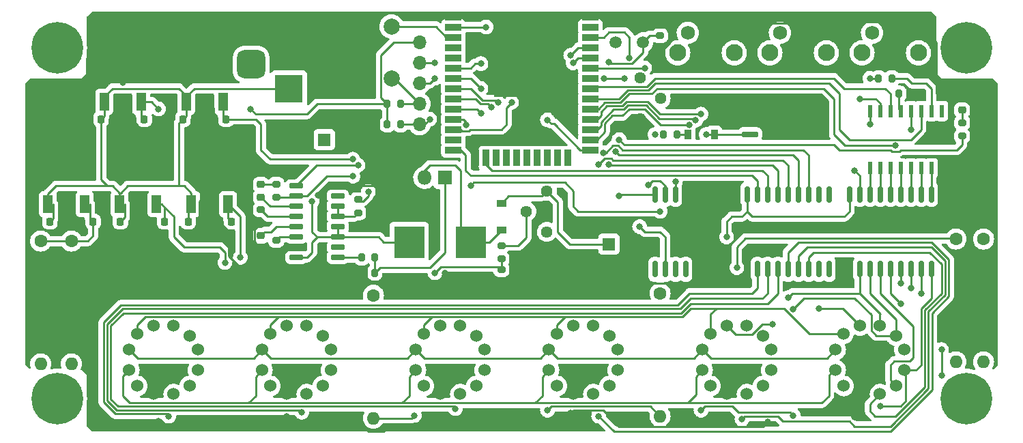
<source format=gtl>
%TF.GenerationSoftware,KiCad,Pcbnew,(6.0.4)*%
%TF.CreationDate,2023-03-05T21:30:01+09:00*%
%TF.ProjectId,VFD__esp32,56464442-0865-4737-9033-322e6b696361,rev?*%
%TF.SameCoordinates,Original*%
%TF.FileFunction,Copper,L1,Top*%
%TF.FilePolarity,Positive*%
%FSLAX46Y46*%
G04 Gerber Fmt 4.6, Leading zero omitted, Abs format (unit mm)*
G04 Created by KiCad (PCBNEW (6.0.4)) date 2023-03-05 21:30:01*
%MOMM*%
%LPD*%
G01*
G04 APERTURE LIST*
G04 Aperture macros list*
%AMRoundRect*
0 Rectangle with rounded corners*
0 $1 Rounding radius*
0 $2 $3 $4 $5 $6 $7 $8 $9 X,Y pos of 4 corners*
0 Add a 4 corners polygon primitive as box body*
4,1,4,$2,$3,$4,$5,$6,$7,$8,$9,$2,$3,0*
0 Add four circle primitives for the rounded corners*
1,1,$1+$1,$2,$3*
1,1,$1+$1,$4,$5*
1,1,$1+$1,$6,$7*
1,1,$1+$1,$8,$9*
0 Add four rect primitives between the rounded corners*
20,1,$1+$1,$2,$3,$4,$5,0*
20,1,$1+$1,$4,$5,$6,$7,0*
20,1,$1+$1,$6,$7,$8,$9,0*
20,1,$1+$1,$8,$9,$2,$3,0*%
G04 Aperture macros list end*
%TA.AperFunction,ComponentPad*%
%ADD10C,1.500000*%
%TD*%
%TA.AperFunction,SMDPad,CuDef*%
%ADD11RoundRect,0.200000X-0.275000X0.200000X-0.275000X-0.200000X0.275000X-0.200000X0.275000X0.200000X0*%
%TD*%
%TA.AperFunction,ComponentPad*%
%ADD12C,0.800000*%
%TD*%
%TA.AperFunction,ComponentPad*%
%ADD13C,6.400000*%
%TD*%
%TA.AperFunction,ComponentPad*%
%ADD14C,1.600000*%
%TD*%
%TA.AperFunction,ComponentPad*%
%ADD15O,1.600000X1.600000*%
%TD*%
%TA.AperFunction,ComponentPad*%
%ADD16C,1.440000*%
%TD*%
%TA.AperFunction,SMDPad,CuDef*%
%ADD17RoundRect,0.200000X-0.200000X-0.275000X0.200000X-0.275000X0.200000X0.275000X-0.200000X0.275000X0*%
%TD*%
%TA.AperFunction,ComponentPad*%
%ADD18C,2.100000*%
%TD*%
%TA.AperFunction,ComponentPad*%
%ADD19C,1.750000*%
%TD*%
%TA.AperFunction,SMDPad,CuDef*%
%ADD20R,1.200000X0.900000*%
%TD*%
%TA.AperFunction,SMDPad,CuDef*%
%ADD21R,3.850000X4.000000*%
%TD*%
%TA.AperFunction,SMDPad,CuDef*%
%ADD22RoundRect,0.225000X-0.225000X-0.250000X0.225000X-0.250000X0.225000X0.250000X-0.225000X0.250000X0*%
%TD*%
%TA.AperFunction,ComponentPad*%
%ADD23C,1.524000*%
%TD*%
%TA.AperFunction,SMDPad,CuDef*%
%ADD24RoundRect,0.225000X0.225000X0.250000X-0.225000X0.250000X-0.225000X-0.250000X0.225000X-0.250000X0*%
%TD*%
%TA.AperFunction,SMDPad,CuDef*%
%ADD25RoundRect,0.225000X-0.250000X0.225000X-0.250000X-0.225000X0.250000X-0.225000X0.250000X0.225000X0*%
%TD*%
%TA.AperFunction,SMDPad,CuDef*%
%ADD26R,0.900000X1.200000*%
%TD*%
%TA.AperFunction,ComponentPad*%
%ADD27R,1.600000X1.600000*%
%TD*%
%TA.AperFunction,ComponentPad*%
%ADD28R,3.500000X3.500000*%
%TD*%
%TA.AperFunction,ComponentPad*%
%ADD29RoundRect,0.750000X-1.000000X0.750000X-1.000000X-0.750000X1.000000X-0.750000X1.000000X0.750000X0*%
%TD*%
%TA.AperFunction,ComponentPad*%
%ADD30RoundRect,0.875000X-0.875000X0.875000X-0.875000X-0.875000X0.875000X-0.875000X0.875000X0.875000X0*%
%TD*%
%TA.AperFunction,SMDPad,CuDef*%
%ADD31R,1.200000X2.200000*%
%TD*%
%TA.AperFunction,SMDPad,CuDef*%
%ADD32R,5.800000X6.400000*%
%TD*%
%TA.AperFunction,SMDPad,CuDef*%
%ADD33RoundRect,0.150000X0.150000X-0.875000X0.150000X0.875000X-0.150000X0.875000X-0.150000X-0.875000X0*%
%TD*%
%TA.AperFunction,SMDPad,CuDef*%
%ADD34RoundRect,0.200000X0.275000X-0.200000X0.275000X0.200000X-0.275000X0.200000X-0.275000X-0.200000X0*%
%TD*%
%TA.AperFunction,SMDPad,CuDef*%
%ADD35R,2.000000X0.900000*%
%TD*%
%TA.AperFunction,SMDPad,CuDef*%
%ADD36R,0.900000X2.000000*%
%TD*%
%TA.AperFunction,SMDPad,CuDef*%
%ADD37R,5.000000X5.000000*%
%TD*%
%TA.AperFunction,SMDPad,CuDef*%
%ADD38RoundRect,0.150000X-0.725000X-0.150000X0.725000X-0.150000X0.725000X0.150000X-0.725000X0.150000X0*%
%TD*%
%TA.AperFunction,SMDPad,CuDef*%
%ADD39RoundRect,0.187500X0.812500X0.187500X-0.812500X0.187500X-0.812500X-0.187500X0.812500X-0.187500X0*%
%TD*%
%TA.AperFunction,ComponentPad*%
%ADD40R,1.800000X1.800000*%
%TD*%
%TA.AperFunction,ComponentPad*%
%ADD41O,1.800000X1.800000*%
%TD*%
%TA.AperFunction,SMDPad,CuDef*%
%ADD42RoundRect,0.150000X-0.150000X0.875000X-0.150000X-0.875000X0.150000X-0.875000X0.150000X0.875000X0*%
%TD*%
%TA.AperFunction,SMDPad,CuDef*%
%ADD43RoundRect,0.218750X-0.256250X0.218750X-0.256250X-0.218750X0.256250X-0.218750X0.256250X0.218750X0*%
%TD*%
%TA.AperFunction,SMDPad,CuDef*%
%ADD44RoundRect,0.200000X0.200000X0.275000X-0.200000X0.275000X-0.200000X-0.275000X0.200000X-0.275000X0*%
%TD*%
%TA.AperFunction,ComponentPad*%
%ADD45R,1.700000X1.700000*%
%TD*%
%TA.AperFunction,ComponentPad*%
%ADD46O,1.700000X1.700000*%
%TD*%
%TA.AperFunction,ComponentPad*%
%ADD47C,2.000000*%
%TD*%
%TA.AperFunction,SMDPad,CuDef*%
%ADD48R,0.600000X1.500000*%
%TD*%
%TA.AperFunction,ViaPad*%
%ADD49C,0.800000*%
%TD*%
%TA.AperFunction,Conductor*%
%ADD50C,0.250000*%
%TD*%
G04 APERTURE END LIST*
D10*
%TO.P,R15,1*%
%TO.N,+3V3*%
X162765000Y-109855000D03*
%TO.P,R15,2*%
%TO.N,Net-(R15-Pad2)*%
X166165000Y-109855000D03*
%TD*%
D11*
%TO.P,R11,1*%
%TO.N,Net-(R11-Pad1)*%
X120650000Y-134430000D03*
%TO.P,R11,2*%
%TO.N,GND*%
X120650000Y-136080000D03*
%TD*%
D12*
%TO.P,H2,1*%
%TO.N,N/C*%
X207945056Y-112187056D03*
X203848000Y-110490000D03*
X208648000Y-110490000D03*
X204550944Y-108792944D03*
X207945056Y-108792944D03*
X206248000Y-108090000D03*
X204550944Y-112187056D03*
X206248000Y-112890000D03*
D13*
X206248000Y-110490000D03*
%TD*%
D14*
%TO.P,R21,1*%
%TO.N,Net-(C14-Pad1)*%
X91440000Y-134493000D03*
D15*
%TO.P,R21,2*%
%TO.N,hetaer5*%
X91440000Y-149733000D03*
%TD*%
D14*
%TO.P,R22,1*%
%TO.N,Net-(C14-Pad1)*%
X95250000Y-134493000D03*
D15*
%TO.P,R22,2*%
%TO.N,hetaer6*%
X95250000Y-149733000D03*
%TD*%
D12*
%TO.P,H1,1*%
%TO.N,N/C*%
X203848000Y-154051000D03*
X204550944Y-152353944D03*
X208648000Y-154051000D03*
X204550944Y-155748056D03*
X206248000Y-156451000D03*
X207945056Y-155748056D03*
X206248000Y-151651000D03*
D13*
X206248000Y-154051000D03*
D12*
X207945056Y-152353944D03*
%TD*%
D11*
%TO.P,R16,1*%
%TO.N,Net-(R15-Pad2)*%
X168275000Y-109030000D03*
%TO.P,R16,2*%
%TO.N,GND*%
X168275000Y-110680000D03*
%TD*%
%TO.P,R9,1*%
%TO.N,Net-(R9-Pad1)*%
X118745000Y-130620000D03*
%TO.P,R9,2*%
%TO.N,GND*%
X118745000Y-132270000D03*
%TD*%
D16*
%TO.P,RV2,1,1*%
%TO.N,+24V*%
X154230000Y-128285000D03*
%TO.P,RV2,2,2*%
%TO.N,Net-(R13-Pad1)*%
X151690000Y-130825000D03*
%TO.P,RV2,3,3*%
%TO.N,unconnected-(RV2-Pad3)*%
X154230000Y-133365000D03*
%TD*%
D17*
%TO.P,R4,1*%
%TO.N,+3V3*%
X134430000Y-120015000D03*
%TO.P,R4,2*%
%TO.N,Net-(J1-Pad2)*%
X136080000Y-120015000D03*
%TD*%
D18*
%TO.P,SW5,*%
%TO.N,*%
X200335000Y-111152500D03*
X193325000Y-111152500D03*
D19*
%TO.P,SW5,1*%
%TO.N,Net-(SW5-Pad1)*%
X194575000Y-108662500D03*
%TO.P,SW5,2*%
%TO.N,GND*%
X199075000Y-108662500D03*
%TD*%
D20*
%TO.P,D2,1,K*%
%TO.N,+24V*%
X148590000Y-129795000D03*
%TO.P,D2,2,A*%
%TO.N,Net-(D2-Pad2)*%
X148590000Y-133095000D03*
%TD*%
D21*
%TO.P,L1,1,1*%
%TO.N,+12V*%
X137145000Y-134620000D03*
%TO.P,L1,2,2*%
%TO.N,Net-(D2-Pad2)*%
X144795000Y-134620000D03*
%TD*%
D17*
%TO.P,R5,1*%
%TO.N,+3V3*%
X168720000Y-121285000D03*
%TO.P,R5,2*%
%TO.N,Net-(D1-Pad2)*%
X170370000Y-121285000D03*
%TD*%
D12*
%TO.P,H3,1*%
%TO.N,N/C*%
X95872000Y-110490000D03*
X95169056Y-108792944D03*
X93472000Y-112890000D03*
D13*
X93472000Y-110490000D03*
D12*
X93472000Y-108090000D03*
X91774944Y-108792944D03*
X91774944Y-112187056D03*
X95169056Y-112187056D03*
X91072000Y-110490000D03*
%TD*%
D11*
%TO.P,R13,1*%
%TO.N,Net-(R13-Pad1)*%
X148590000Y-135065000D03*
%TO.P,R13,2*%
%TO.N,Net-(R13-Pad2)*%
X148590000Y-136715000D03*
%TD*%
D22*
%TO.P,C4,1*%
%TO.N,+12V*%
X109715000Y-132080000D03*
%TO.P,C4,2*%
%TO.N,GND*%
X111265000Y-132080000D03*
%TD*%
D14*
%TO.P,R19,1*%
%TO.N,Net-(C13-Pad1)*%
X168275000Y-140970000D03*
D15*
%TO.P,R19,2*%
%TO.N,hetaer3*%
X168275000Y-156210000D03*
%TD*%
D23*
%TO.P,U12,1,B*%
%TO.N,Net-(U12-Pad1)*%
X126440000Y-146225000D03*
%TO.P,U12,2,A*%
%TO.N,Net-(U12-Pad2)*%
X124440000Y-144975000D03*
%TO.P,U12,3,G*%
%TO.N,Net-(U12-Pad3)*%
X121940000Y-144975000D03*
%TO.P,U12,4,F*%
%TO.N,Net-(U12-Pad4)*%
X119940000Y-145975000D03*
%TO.P,U12,5,E*%
%TO.N,Net-(U12-Pad5)*%
X118940000Y-147975000D03*
%TO.P,U12,6,D*%
%TO.N,Net-(U12-Pad6)*%
X118940000Y-150475000D03*
%TO.P,U12,7,heater*%
%TO.N,hetaer5*%
X119940000Y-152475000D03*
%TO.P,U12,8,GND*%
%TO.N,GND*%
X121940000Y-153475000D03*
%TO.P,U12,9,grid*%
%TO.N,Net-(U12-Pad9)*%
X124440000Y-153475000D03*
%TO.P,U12,10,C*%
%TO.N,Net-(U12-Pad10)*%
X126440000Y-152475000D03*
%TO.P,U12,11,DP*%
%TO.N,Net-(U12-Pad11)*%
X127440000Y-150475000D03*
%TO.P,U12,12,12*%
%TO.N,unconnected-(U12-Pad12)*%
X127440000Y-147975000D03*
%TD*%
D24*
%TO.P,C11,1*%
%TO.N,+5V*%
X114440000Y-119380000D03*
%TO.P,C11,2*%
%TO.N,GND*%
X112890000Y-119380000D03*
%TD*%
D25*
%TO.P,C5,1*%
%TO.N,Net-(C5-Pad1)*%
X118745000Y-127495000D03*
%TO.P,C5,2*%
%TO.N,Net-(C5-Pad2)*%
X118745000Y-129045000D03*
%TD*%
D14*
%TO.P,R18,1*%
%TO.N,Net-(C12-Pad1)*%
X208407000Y-134239000D03*
D15*
%TO.P,R18,2*%
%TO.N,hetaer2*%
X208407000Y-149479000D03*
%TD*%
D26*
%TO.P,D1,1,K*%
%TO.N,Net-(BT1-Pad1)*%
X175005000Y-121285000D03*
%TO.P,D1,2,A*%
%TO.N,Net-(D1-Pad2)*%
X171705000Y-121285000D03*
%TD*%
D22*
%TO.P,C8,1*%
%TO.N,+12V*%
X101320000Y-132080000D03*
%TO.P,C8,2*%
%TO.N,GND*%
X102870000Y-132080000D03*
%TD*%
D27*
%TO.P,C1,1*%
%TO.N,+12V*%
X126617349Y-121920000D03*
D14*
%TO.P,C1,2*%
%TO.N,GND*%
X130117349Y-121920000D03*
%TD*%
D16*
%TO.P,RV1,1,1*%
%TO.N,GND*%
X165810000Y-119365000D03*
%TO.P,RV1,2,2*%
%TO.N,Net-(RV1-Pad2)*%
X168350000Y-116825000D03*
%TO.P,RV1,3,3*%
%TO.N,+3V3*%
X165810000Y-114285000D03*
%TD*%
D11*
%TO.P,R14,1*%
%TO.N,Net-(R13-Pad2)*%
X148590000Y-138050000D03*
%TO.P,R14,2*%
%TO.N,GND*%
X148590000Y-139700000D03*
%TD*%
D22*
%TO.P,C3,1*%
%TO.N,+12V*%
X98920000Y-119380000D03*
%TO.P,C3,2*%
%TO.N,GND*%
X100470000Y-119380000D03*
%TD*%
%TO.P,C10,1*%
%TO.N,+12V*%
X109080000Y-119380000D03*
%TO.P,C10,2*%
%TO.N,GND*%
X110630000Y-119380000D03*
%TD*%
D14*
%TO.P,R8,1*%
%TO.N,Net-(C12-Pad1)*%
X204978000Y-134239000D03*
D15*
%TO.P,R8,2*%
%TO.N,hetaer1*%
X204978000Y-149479000D03*
%TD*%
D28*
%TO.P,J3,1*%
%TO.N,+12V*%
X122242500Y-115570000D03*
D29*
%TO.P,J3,2*%
%TO.N,GND*%
X122242500Y-109570000D03*
D30*
%TO.P,J3,3*%
%TO.N,N/C*%
X117542500Y-112570000D03*
%TD*%
D23*
%TO.P,U14,1,B*%
%TO.N,Net-(U12-Pad1)*%
X109930000Y-146225000D03*
%TO.P,U14,2,A*%
%TO.N,Net-(U12-Pad2)*%
X107930000Y-144975000D03*
%TO.P,U14,3,G*%
%TO.N,Net-(U12-Pad3)*%
X105430000Y-144975000D03*
%TO.P,U14,4,F*%
%TO.N,Net-(U12-Pad4)*%
X103430000Y-145975000D03*
%TO.P,U14,5,E*%
%TO.N,Net-(U12-Pad5)*%
X102430000Y-147975000D03*
%TO.P,U14,6,D*%
%TO.N,Net-(U12-Pad6)*%
X102430000Y-150475000D03*
%TO.P,U14,7,heater*%
%TO.N,hetaer6*%
X103430000Y-152475000D03*
%TO.P,U14,8,GND*%
%TO.N,GND*%
X105430000Y-153475000D03*
%TO.P,U14,9,grid*%
%TO.N,Net-(U14-Pad9)*%
X107930000Y-153475000D03*
%TO.P,U14,10,C*%
%TO.N,Net-(U12-Pad10)*%
X109930000Y-152475000D03*
%TO.P,U14,11,DP*%
%TO.N,Net-(U12-Pad11)*%
X110930000Y-150475000D03*
%TO.P,U14,12,12*%
%TO.N,unconnected-(U14-Pad12)*%
X110930000Y-147975000D03*
%TD*%
D24*
%TO.P,C6,1*%
%TO.N,+3V3*%
X104280000Y-119380000D03*
%TO.P,C6,2*%
%TO.N,GND*%
X102730000Y-119380000D03*
%TD*%
D31*
%TO.P,U15,1,IN*%
%TO.N,+12V*%
X109480000Y-117230000D03*
D32*
%TO.P,U15,2,GND*%
%TO.N,GND*%
X111760000Y-110930000D03*
D31*
%TO.P,U15,3,OUT*%
%TO.N,+5V*%
X114040000Y-117230000D03*
%TD*%
D14*
%TO.P,R20,1*%
%TO.N,Net-(C13-Pad1)*%
X132715000Y-141224000D03*
D15*
%TO.P,R20,2*%
%TO.N,hetaer4*%
X132715000Y-156464000D03*
%TD*%
D17*
%TO.P,R12,1*%
%TO.N,Net-(R12-Pad1)*%
X131255000Y-136525000D03*
%TO.P,R12,2*%
%TO.N,Net-(Q1-Pad1)*%
X132905000Y-136525000D03*
%TD*%
D23*
%TO.P,U9,1,B*%
%TO.N,Net-(U12-Pad1)*%
X145490000Y-146225000D03*
%TO.P,U9,2,A*%
%TO.N,Net-(U12-Pad2)*%
X143490000Y-144975000D03*
%TO.P,U9,3,G*%
%TO.N,Net-(U12-Pad3)*%
X140990000Y-144975000D03*
%TO.P,U9,4,F*%
%TO.N,Net-(U12-Pad4)*%
X138990000Y-145975000D03*
%TO.P,U9,5,E*%
%TO.N,Net-(U12-Pad5)*%
X137990000Y-147975000D03*
%TO.P,U9,6,D*%
%TO.N,Net-(U12-Pad6)*%
X137990000Y-150475000D03*
%TO.P,U9,7,heater*%
%TO.N,hetaer4*%
X138990000Y-152475000D03*
%TO.P,U9,8,GND*%
%TO.N,GND*%
X140990000Y-153475000D03*
%TO.P,U9,9,grid*%
%TO.N,Net-(U4-Pad13)*%
X143490000Y-153475000D03*
%TO.P,U9,10,C*%
%TO.N,Net-(U12-Pad10)*%
X145490000Y-152475000D03*
%TO.P,U9,11,DP*%
%TO.N,Net-(U12-Pad11)*%
X146490000Y-150475000D03*
%TO.P,U9,12,12*%
%TO.N,unconnected-(U9-Pad12)*%
X146490000Y-147975000D03*
%TD*%
D33*
%TO.P,U6,1,32KHZ*%
%TO.N,unconnected-(U6-Pad1)*%
X167640000Y-138000000D03*
%TO.P,U6,2,VCC*%
%TO.N,+3V3*%
X168910000Y-138000000D03*
%TO.P,U6,3,~{INT}/SQW*%
%TO.N,unconnected-(U6-Pad3)*%
X170180000Y-138000000D03*
%TO.P,U6,4,~{RST}*%
%TO.N,unconnected-(U6-Pad4)*%
X171450000Y-138000000D03*
%TO.P,U6,5,GND*%
%TO.N,GND*%
X172720000Y-138000000D03*
%TO.P,U6,6,GND*%
X173990000Y-138000000D03*
%TO.P,U6,7,GND*%
X175260000Y-138000000D03*
%TO.P,U6,8,GND*%
X176530000Y-138000000D03*
%TO.P,U6,9,GND*%
X176530000Y-128700000D03*
%TO.P,U6,10,GND*%
X175260000Y-128700000D03*
%TO.P,U6,11,GND*%
X173990000Y-128700000D03*
%TO.P,U6,12,GND*%
X172720000Y-128700000D03*
%TO.P,U6,13,GND*%
X171450000Y-128700000D03*
%TO.P,U6,14,VBAT*%
%TO.N,Net-(BT1-Pad1)*%
X170180000Y-128700000D03*
%TO.P,U6,15,SDA*%
%TO.N,Net-(U2-Pad33)*%
X168910000Y-128700000D03*
%TO.P,U6,16,SCL*%
%TO.N,Net-(U2-Pad36)*%
X167640000Y-128700000D03*
%TD*%
D34*
%TO.P,R7,1*%
%TO.N,Net-(R7-Pad1)*%
X205740000Y-121475000D03*
%TO.P,R7,2*%
%TO.N,Net-(D3-Pad2)*%
X205740000Y-119825000D03*
%TD*%
D17*
%TO.P,R1,1*%
%TO.N,+5V*%
X195390000Y-114300000D03*
%TO.P,R1,2*%
%TO.N,Net-(R1-Pad2)*%
X197040000Y-114300000D03*
%TD*%
D31*
%TO.P,U16,1,IN*%
%TO.N,+12V*%
X110115000Y-129930000D03*
D32*
%TO.P,U16,2,GND*%
%TO.N,GND*%
X112395000Y-123630000D03*
D31*
%TO.P,U16,3,OUT*%
%TO.N,Net-(C13-Pad1)*%
X114675000Y-129930000D03*
%TD*%
%TO.P,U10,1,IN*%
%TO.N,+12V*%
X101225000Y-129930000D03*
D32*
%TO.P,U10,2,GND*%
%TO.N,GND*%
X103505000Y-123630000D03*
D31*
%TO.P,U10,3,OUT*%
%TO.N,Net-(C12-Pad1)*%
X105785000Y-129930000D03*
%TD*%
D24*
%TO.P,C13,1*%
%TO.N,Net-(C13-Pad1)*%
X115075000Y-132080000D03*
%TO.P,C13,2*%
%TO.N,GND*%
X113525000Y-132080000D03*
%TD*%
D23*
%TO.P,U7,1,B*%
%TO.N,Net-(U12-Pad1)*%
X181050000Y-146225000D03*
%TO.P,U7,2,A*%
%TO.N,Net-(U12-Pad2)*%
X179050000Y-144975000D03*
%TO.P,U7,3,G*%
%TO.N,Net-(U12-Pad3)*%
X176550000Y-144975000D03*
%TO.P,U7,4,F*%
%TO.N,Net-(U12-Pad4)*%
X174550000Y-145975000D03*
%TO.P,U7,5,E*%
%TO.N,Net-(U12-Pad5)*%
X173550000Y-147975000D03*
%TO.P,U7,6,D*%
%TO.N,Net-(U12-Pad6)*%
X173550000Y-150475000D03*
%TO.P,U7,7,heater*%
%TO.N,hetaer2*%
X174550000Y-152475000D03*
%TO.P,U7,8,GND*%
%TO.N,GND*%
X176550000Y-153475000D03*
%TO.P,U7,9,grid*%
%TO.N,Net-(U4-Pad15)*%
X179050000Y-153475000D03*
%TO.P,U7,10,C*%
%TO.N,Net-(U12-Pad10)*%
X181050000Y-152475000D03*
%TO.P,U7,11,DP*%
%TO.N,Net-(U12-Pad11)*%
X182050000Y-150475000D03*
%TO.P,U7,12,12*%
%TO.N,unconnected-(U7-Pad12)*%
X182050000Y-147975000D03*
%TD*%
D22*
%TO.P,C2,1*%
%TO.N,+12V*%
X92570000Y-132080000D03*
%TO.P,C2,2*%
%TO.N,GND*%
X94120000Y-132080000D03*
%TD*%
D35*
%TO.P,U2,1,GND*%
%TO.N,GND*%
X142630000Y-106680000D03*
%TO.P,U2,2,VDD*%
%TO.N,+3V3*%
X142630000Y-107950000D03*
%TO.P,U2,3,EN*%
%TO.N,Net-(J1-Pad3)*%
X142630000Y-109220000D03*
%TO.P,U2,4,SENSOR_VP*%
%TO.N,unconnected-(U2-Pad4)*%
X142630000Y-110490000D03*
%TO.P,U2,5,SENSOR_VN*%
%TO.N,unconnected-(U2-Pad5)*%
X142630000Y-111760000D03*
%TO.P,U2,6,IO34*%
%TO.N,Net-(R15-Pad2)*%
X142630000Y-113030000D03*
%TO.P,U2,7,IO35*%
%TO.N,Net-(RV1-Pad2)*%
X142630000Y-114300000D03*
%TO.P,U2,8,IO32*%
%TO.N,Net-(U2-Pad8)*%
X142630000Y-115570000D03*
%TO.P,U2,9,IO33*%
%TO.N,Net-(U2-Pad9)*%
X142630000Y-116840000D03*
%TO.P,U2,10,IO25*%
%TO.N,Net-(U2-Pad10)*%
X142630000Y-118110000D03*
%TO.P,U2,11,IO26*%
%TO.N,Net-(U2-Pad11)*%
X142630000Y-119380000D03*
%TO.P,U2,12,IO27*%
%TO.N,Net-(R7-Pad1)*%
X142630000Y-120650000D03*
%TO.P,U2,13,IO14*%
%TO.N,unconnected-(U2-Pad13)*%
X142630000Y-121920000D03*
%TO.P,U2,14,IO12*%
%TO.N,Net-(U2-Pad14)*%
X142630000Y-123190000D03*
D36*
%TO.P,U2,15,GND*%
%TO.N,GND*%
X145415000Y-124190000D03*
%TO.P,U2,16,IO13*%
%TO.N,Net-(U2-Pad16)*%
X146685000Y-124190000D03*
%TO.P,U2,17,SHD/SD2*%
%TO.N,unconnected-(U2-Pad17)*%
X147955000Y-124190000D03*
%TO.P,U2,18,SWP/SD3*%
%TO.N,unconnected-(U2-Pad18)*%
X149225000Y-124190000D03*
%TO.P,U2,19,SCS/CMD*%
%TO.N,unconnected-(U2-Pad19)*%
X150495000Y-124190000D03*
%TO.P,U2,20,SCK/CLK*%
%TO.N,unconnected-(U2-Pad20)*%
X151765000Y-124190000D03*
%TO.P,U2,21,SDO/SD0*%
%TO.N,unconnected-(U2-Pad21)*%
X153035000Y-124190000D03*
%TO.P,U2,22,SDI/SD1*%
%TO.N,unconnected-(U2-Pad22)*%
X154305000Y-124190000D03*
%TO.P,U2,23,IO15*%
%TO.N,unconnected-(U2-Pad23)*%
X155575000Y-124190000D03*
%TO.P,U2,24,IO2*%
%TO.N,unconnected-(U2-Pad24)*%
X156845000Y-124190000D03*
D35*
%TO.P,U2,25,IO0*%
%TO.N,Net-(J1-Pad2)*%
X159630000Y-123190000D03*
%TO.P,U2,26,IO4*%
%TO.N,Net-(SW3-Pad1)*%
X159630000Y-121920000D03*
%TO.P,U2,27,IO16*%
%TO.N,Net-(SW4-Pad1)*%
X159630000Y-120650000D03*
%TO.P,U2,28,IO17*%
%TO.N,Net-(SW5-Pad1)*%
X159630000Y-119380000D03*
%TO.P,U2,29,IO5*%
%TO.N,L.CLK ST-CP*%
X159630000Y-118110000D03*
%TO.P,U2,30,IO18*%
%TO.N,S.CLK SH-CP*%
X159630000Y-116840000D03*
%TO.P,U2,31,IO19*%
%TO.N,A DS*%
X159630000Y-115570000D03*
%TO.P,U2,32,NC*%
%TO.N,unconnected-(U2-Pad32)*%
X159630000Y-114300000D03*
%TO.P,U2,33,IO21*%
%TO.N,Net-(U2-Pad33)*%
X159630000Y-113030000D03*
%TO.P,U2,34,RXD0/IO3*%
%TO.N,Net-(J1-Pad4)*%
X159630000Y-111760000D03*
%TO.P,U2,35,TXD0/IO1*%
%TO.N,Net-(J1-Pad5)*%
X159630000Y-110490000D03*
%TO.P,U2,36,IO22*%
%TO.N,Net-(U2-Pad36)*%
X159630000Y-109220000D03*
%TO.P,U2,37,IO23*%
%TO.N,unconnected-(U2-Pad37)*%
X159630000Y-107950000D03*
%TO.P,U2,38,GND*%
%TO.N,GND*%
X159630000Y-106680000D03*
D37*
%TO.P,U2,39,GND*%
X150130000Y-114180000D03*
%TD*%
D38*
%TO.P,U13,1,1IN*%
%TO.N,Net-(R13-Pad2)*%
X123155000Y-127635000D03*
%TO.P,U13,2,1IN_-*%
%TO.N,Net-(R10-Pad2)*%
X123155000Y-128905000D03*
%TO.P,U13,3,FEEDBACK*%
%TO.N,Net-(C5-Pad2)*%
X123155000Y-130175000D03*
%TO.P,U13,4,DTC*%
%TO.N,Net-(R9-Pad1)*%
X123155000Y-131445000D03*
%TO.P,U13,5,CT*%
%TO.N,Net-(C7-Pad1)*%
X123155000Y-132715000D03*
%TO.P,U13,6,RT*%
%TO.N,Net-(R11-Pad1)*%
X123155000Y-133985000D03*
%TO.P,U13,7,GND*%
%TO.N,GND*%
X123155000Y-135255000D03*
%TO.P,U13,8,C1*%
%TO.N,+12V*%
X123155000Y-136525000D03*
%TO.P,U13,9,E1*%
%TO.N,Net-(R12-Pad1)*%
X128305000Y-136525000D03*
%TO.P,U13,10,E2*%
%TO.N,unconnected-(U13-Pad10)*%
X128305000Y-135255000D03*
%TO.P,U13,11,C2*%
%TO.N,+12V*%
X128305000Y-133985000D03*
%TO.P,U13,12,Vcc*%
X128305000Y-132715000D03*
%TO.P,U13,13,OUTPUT_CTRL*%
%TO.N,Net-(R10-Pad1)*%
X128305000Y-131445000D03*
%TO.P,U13,14,REF*%
X128305000Y-130175000D03*
%TO.P,U13,15,2IN_-*%
%TO.N,unconnected-(U13-Pad15)*%
X128305000Y-128905000D03*
%TO.P,U13,16,2IN_+*%
%TO.N,GND*%
X128305000Y-127635000D03*
%TD*%
D39*
%TO.P,BT1,1,+*%
%TO.N,Net-(BT1-Pad1)*%
X179450000Y-121250000D03*
%TO.P,BT1,2,-*%
%TO.N,GND*%
X179450000Y-120050000D03*
%TD*%
D40*
%TO.P,Q1,1,G*%
%TO.N,Net-(Q1-Pad1)*%
X141605000Y-126625000D03*
D41*
%TO.P,Q1,2,D*%
%TO.N,Net-(D2-Pad2)*%
X139065000Y-126625000D03*
%TO.P,Q1,3,S*%
%TO.N,GND*%
X136525000Y-126625000D03*
%TD*%
D18*
%TO.P,SW4,*%
%TO.N,*%
X181895000Y-111152500D03*
X188905000Y-111152500D03*
D19*
%TO.P,SW4,1*%
%TO.N,Net-(SW4-Pad1)*%
X183145000Y-108662500D03*
%TO.P,SW4,2*%
%TO.N,GND*%
X187645000Y-108662500D03*
%TD*%
D42*
%TO.P,U3,1,I1*%
%TO.N,Net-(U1-Pad7)*%
X201930000Y-128700000D03*
%TO.P,U3,2,I2*%
%TO.N,Net-(U1-Pad6)*%
X200660000Y-128700000D03*
%TO.P,U3,3,I3*%
%TO.N,Net-(U1-Pad5)*%
X199390000Y-128700000D03*
%TO.P,U3,4,I4*%
%TO.N,Net-(U1-Pad4)*%
X198120000Y-128700000D03*
%TO.P,U3,5,I5*%
%TO.N,Net-(U1-Pad3)*%
X196850000Y-128700000D03*
%TO.P,U3,6,I6*%
%TO.N,Net-(U1-Pad2)*%
X195580000Y-128700000D03*
%TO.P,U3,7,I7*%
%TO.N,Net-(U1-Pad1)*%
X194310000Y-128700000D03*
%TO.P,U3,8,I8*%
%TO.N,Net-(U1-Pad15)*%
X193040000Y-128700000D03*
%TO.P,U3,9,VCC*%
%TO.N,+24V*%
X191770000Y-128700000D03*
%TO.P,U3,10,GND*%
%TO.N,GND*%
X191770000Y-138000000D03*
%TO.P,U3,11,O8*%
%TO.N,Net-(U12-Pad2)*%
X193040000Y-138000000D03*
%TO.P,U3,12,O7*%
%TO.N,Net-(U12-Pad1)*%
X194310000Y-138000000D03*
%TO.P,U3,13,O6*%
%TO.N,Net-(U12-Pad10)*%
X195580000Y-138000000D03*
%TO.P,U3,14,O5*%
%TO.N,Net-(U12-Pad6)*%
X196850000Y-138000000D03*
%TO.P,U3,15,O4*%
%TO.N,Net-(U12-Pad5)*%
X198120000Y-138000000D03*
%TO.P,U3,16,O3*%
%TO.N,Net-(U12-Pad4)*%
X199390000Y-138000000D03*
%TO.P,U3,17,O2*%
%TO.N,Net-(U12-Pad3)*%
X200660000Y-138000000D03*
%TO.P,U3,18,O1*%
%TO.N,Net-(U12-Pad11)*%
X201930000Y-138000000D03*
%TD*%
D27*
%TO.P,C9,1*%
%TO.N,+24V*%
X161925000Y-134872349D03*
D14*
%TO.P,C9,2*%
%TO.N,GND*%
X161925000Y-138372349D03*
%TD*%
D31*
%TO.P,U11,1,IN*%
%TO.N,+12V*%
X99320000Y-117230000D03*
D32*
%TO.P,U11,2,GND*%
%TO.N,GND*%
X101600000Y-110930000D03*
D31*
%TO.P,U11,3,OUT*%
%TO.N,+3V3*%
X103880000Y-117230000D03*
%TD*%
D24*
%TO.P,C14,1*%
%TO.N,Net-(C14-Pad1)*%
X97930000Y-132080000D03*
%TO.P,C14,2*%
%TO.N,GND*%
X96380000Y-132080000D03*
%TD*%
D23*
%TO.P,U8,1,B*%
%TO.N,Net-(U12-Pad1)*%
X162000000Y-146225000D03*
%TO.P,U8,2,A*%
%TO.N,Net-(U12-Pad2)*%
X160000000Y-144975000D03*
%TO.P,U8,3,G*%
%TO.N,Net-(U12-Pad3)*%
X157500000Y-144975000D03*
%TO.P,U8,4,F*%
%TO.N,Net-(U12-Pad4)*%
X155500000Y-145975000D03*
%TO.P,U8,5,E*%
%TO.N,Net-(U12-Pad5)*%
X154500000Y-147975000D03*
%TO.P,U8,6,D*%
%TO.N,Net-(U12-Pad6)*%
X154500000Y-150475000D03*
%TO.P,U8,7,heater*%
%TO.N,hetaer3*%
X155500000Y-152475000D03*
%TO.P,U8,8,GND*%
%TO.N,GND*%
X157500000Y-153475000D03*
%TO.P,U8,9,grid*%
%TO.N,Net-(U4-Pad14)*%
X160000000Y-153475000D03*
%TO.P,U8,10,C*%
%TO.N,Net-(U12-Pad10)*%
X162000000Y-152475000D03*
%TO.P,U8,11,DP*%
%TO.N,Net-(U12-Pad11)*%
X163000000Y-150475000D03*
%TO.P,U8,12,12*%
%TO.N,unconnected-(U8-Pad12)*%
X163000000Y-147975000D03*
%TD*%
D43*
%TO.P,D3,1,K*%
%TO.N,GND*%
X205740000Y-116687500D03*
%TO.P,D3,2,A*%
%TO.N,Net-(D3-Pad2)*%
X205740000Y-118262500D03*
%TD*%
D34*
%TO.P,R10,1*%
%TO.N,Net-(R10-Pad1)*%
X130810000Y-131000000D03*
%TO.P,R10,2*%
%TO.N,Net-(R10-Pad2)*%
X130810000Y-129350000D03*
%TD*%
D42*
%TO.P,U4,1,I1*%
%TO.N,unconnected-(U4-Pad1)*%
X189230000Y-128700000D03*
%TO.P,U4,2,I2*%
%TO.N,unconnected-(U4-Pad2)*%
X187960000Y-128700000D03*
%TO.P,U4,3,I3*%
%TO.N,Net-(U2-Pad9)*%
X186690000Y-128700000D03*
%TO.P,U4,4,I4*%
%TO.N,Net-(U2-Pad8)*%
X185420000Y-128700000D03*
%TO.P,U4,5,I5*%
%TO.N,Net-(U2-Pad11)*%
X184150000Y-128700000D03*
%TO.P,U4,6,I6*%
%TO.N,Net-(U2-Pad10)*%
X182880000Y-128700000D03*
%TO.P,U4,7,I7*%
%TO.N,Net-(U2-Pad16)*%
X181610000Y-128700000D03*
%TO.P,U4,8,I8*%
%TO.N,Net-(U2-Pad14)*%
X180340000Y-128700000D03*
%TO.P,U4,9,VCC*%
%TO.N,+24V*%
X179070000Y-128700000D03*
%TO.P,U4,10,GND*%
%TO.N,GND*%
X179070000Y-138000000D03*
%TO.P,U4,11,O8*%
%TO.N,Net-(U14-Pad9)*%
X180340000Y-138000000D03*
%TO.P,U4,12,O7*%
%TO.N,Net-(U12-Pad9)*%
X181610000Y-138000000D03*
%TO.P,U4,13,O6*%
%TO.N,Net-(U4-Pad13)*%
X182880000Y-138000000D03*
%TO.P,U4,14,O5*%
%TO.N,Net-(U4-Pad14)*%
X184150000Y-138000000D03*
%TO.P,U4,15,O4*%
%TO.N,Net-(U4-Pad15)*%
X185420000Y-138000000D03*
%TO.P,U4,16,O3*%
%TO.N,Net-(U4-Pad16)*%
X186690000Y-138000000D03*
%TO.P,U4,17,O2*%
%TO.N,unconnected-(U4-Pad17)*%
X187960000Y-138000000D03*
%TO.P,U4,18,O1*%
%TO.N,unconnected-(U4-Pad18)*%
X189230000Y-138000000D03*
%TD*%
D44*
%TO.P,R17,1*%
%TO.N,Net-(Q1-Pad1)*%
X132905000Y-138430000D03*
%TO.P,R17,2*%
%TO.N,GND*%
X131255000Y-138430000D03*
%TD*%
D17*
%TO.P,R3,1*%
%TO.N,+3V3*%
X134430000Y-117475000D03*
%TO.P,R3,2*%
%TO.N,Net-(J1-Pad3)*%
X136080000Y-117475000D03*
%TD*%
D34*
%TO.P,R6,1*%
%TO.N,Net-(R10-Pad2)*%
X120650000Y-129095000D03*
%TO.P,R6,2*%
%TO.N,Net-(C5-Pad1)*%
X120650000Y-127445000D03*
%TD*%
D17*
%TO.P,R2,1*%
%TO.N,Net-(R2-Pad1)*%
X197930000Y-116205000D03*
%TO.P,R2,2*%
%TO.N,GND*%
X199580000Y-116205000D03*
%TD*%
D45*
%TO.P,J1,1,Pin_1*%
%TO.N,GND*%
X138455000Y-122555000D03*
D46*
%TO.P,J1,2,Pin_2*%
%TO.N,Net-(J1-Pad2)*%
X138455000Y-120015000D03*
%TO.P,J1,3,Pin_3*%
%TO.N,Net-(J1-Pad3)*%
X138455000Y-117475000D03*
%TO.P,J1,4,Pin_4*%
%TO.N,Net-(J1-Pad4)*%
X138455000Y-114935000D03*
%TO.P,J1,5,Pin_5*%
%TO.N,Net-(J1-Pad5)*%
X138455000Y-112395000D03*
%TO.P,J1,6,Pin_6*%
%TO.N,+3V3*%
X138455000Y-109855000D03*
%TD*%
D47*
%TO.P,SW1,1*%
%TO.N,GND*%
X130465000Y-114375000D03*
X130465000Y-107875000D03*
%TO.P,SW1,2*%
%TO.N,Net-(J1-Pad3)*%
X134965000Y-107875000D03*
X134965000Y-114375000D03*
%TD*%
D25*
%TO.P,C7,1*%
%TO.N,Net-(C7-Pad1)*%
X118745000Y-133845000D03*
%TO.P,C7,2*%
%TO.N,GND*%
X118745000Y-135395000D03*
%TD*%
D12*
%TO.P,H4,1*%
%TO.N,N/C*%
X91072000Y-154051000D03*
X93472000Y-151651000D03*
X95169056Y-152353944D03*
X91774944Y-155748056D03*
X91774944Y-152353944D03*
X95169056Y-155748056D03*
X93472000Y-156451000D03*
D13*
X93472000Y-154051000D03*
D12*
X95872000Y-154051000D03*
%TD*%
D48*
%TO.P,U1,1,QB*%
%TO.N,Net-(U1-Pad1)*%
X194310000Y-125470000D03*
%TO.P,U1,2,QC*%
%TO.N,Net-(U1-Pad2)*%
X195580000Y-125470000D03*
%TO.P,U1,3,QD*%
%TO.N,Net-(U1-Pad3)*%
X196850000Y-125470000D03*
%TO.P,U1,4,QE*%
%TO.N,Net-(U1-Pad4)*%
X198120000Y-125470000D03*
%TO.P,U1,5,QF*%
%TO.N,Net-(U1-Pad5)*%
X199390000Y-125470000D03*
%TO.P,U1,6,QG*%
%TO.N,Net-(U1-Pad6)*%
X200660000Y-125470000D03*
%TO.P,U1,7,QH*%
%TO.N,Net-(U1-Pad7)*%
X201930000Y-125470000D03*
%TO.P,U1,8,GND*%
%TO.N,GND*%
X203200000Y-125470000D03*
%TO.P,U1,9,QH'*%
%TO.N,unconnected-(U1-Pad9)*%
X203200000Y-118370000D03*
%TO.P,U1,10,~{SRCLR}*%
%TO.N,Net-(R1-Pad2)*%
X201930000Y-118370000D03*
%TO.P,U1,11,SRCLK*%
%TO.N,S.CLK SH-CP*%
X200660000Y-118370000D03*
%TO.P,U1,12,RCLK*%
%TO.N,L.CLK ST-CP*%
X199390000Y-118370000D03*
%TO.P,U1,13,~{OE}*%
%TO.N,Net-(R2-Pad1)*%
X198120000Y-118370000D03*
%TO.P,U1,14,SER*%
%TO.N,A DS*%
X196850000Y-118370000D03*
%TO.P,U1,15,QA*%
%TO.N,Net-(U1-Pad15)*%
X195580000Y-118370000D03*
%TO.P,U1,16,VCC*%
%TO.N,+5V*%
X194310000Y-118370000D03*
%TD*%
D31*
%TO.P,U17,1,IN*%
%TO.N,+12V*%
X92335000Y-129930000D03*
D32*
%TO.P,U17,2,GND*%
%TO.N,GND*%
X94615000Y-123630000D03*
D31*
%TO.P,U17,3,OUT*%
%TO.N,Net-(C14-Pad1)*%
X96895000Y-129930000D03*
%TD*%
D18*
%TO.P,SW3,*%
%TO.N,*%
X170465000Y-111152500D03*
X177475000Y-111152500D03*
D19*
%TO.P,SW3,1*%
%TO.N,Net-(SW3-Pad1)*%
X171715000Y-108662500D03*
%TO.P,SW3,2*%
%TO.N,GND*%
X176215000Y-108662500D03*
%TD*%
D24*
%TO.P,C12,1*%
%TO.N,Net-(C12-Pad1)*%
X106820000Y-132080000D03*
%TO.P,C12,2*%
%TO.N,GND*%
X105270000Y-132080000D03*
%TD*%
D23*
%TO.P,U5,1,B*%
%TO.N,Net-(U12-Pad1)*%
X197560000Y-146225000D03*
%TO.P,U5,2,A*%
%TO.N,Net-(U12-Pad2)*%
X195560000Y-144975000D03*
%TO.P,U5,3,G*%
%TO.N,Net-(U12-Pad3)*%
X193060000Y-144975000D03*
%TO.P,U5,4,F*%
%TO.N,Net-(U12-Pad4)*%
X191060000Y-145975000D03*
%TO.P,U5,5,E*%
%TO.N,Net-(U12-Pad5)*%
X190060000Y-147975000D03*
%TO.P,U5,6,D*%
%TO.N,Net-(U12-Pad6)*%
X190060000Y-150475000D03*
%TO.P,U5,7,heater*%
%TO.N,hetaer1*%
X191060000Y-152475000D03*
%TO.P,U5,8,GND*%
%TO.N,GND*%
X193060000Y-153475000D03*
%TO.P,U5,9,grid*%
%TO.N,Net-(U4-Pad16)*%
X195560000Y-153475000D03*
%TO.P,U5,10,C*%
%TO.N,Net-(U12-Pad10)*%
X197560000Y-152475000D03*
%TO.P,U5,11,DP*%
%TO.N,Net-(U12-Pad11)*%
X198560000Y-150475000D03*
%TO.P,U5,12,12*%
%TO.N,unconnected-(U5-Pad12)*%
X198560000Y-147975000D03*
%TD*%
D49*
%TO.N,Net-(R7-Pad1)*%
X163195000Y-121920000D03*
X149860000Y-117306940D03*
%TO.N,GND*%
X94615000Y-130810000D03*
X157198549Y-155856451D03*
X201295000Y-113665000D03*
X164465000Y-132080000D03*
X145415000Y-122555000D03*
X190500000Y-137160000D03*
X101600000Y-114845500D03*
X103505000Y-128905000D03*
X106045000Y-156845000D03*
X125819500Y-128833245D03*
X121920000Y-156210000D03*
X175895000Y-156120500D03*
X140335000Y-122555000D03*
X176530000Y-135890000D03*
X181610000Y-156934500D03*
X111760000Y-128905000D03*
X177165000Y-120015000D03*
X139700000Y-156120500D03*
X111760000Y-116840000D03*
X141605000Y-138430000D03*
X192405000Y-156299500D03*
X90170000Y-125730000D03*
X200660000Y-116205000D03*
X177800000Y-128270000D03*
X94615000Y-128905000D03*
X100965000Y-118110000D03*
%TO.N,Net-(R15-Pad2)*%
X146050000Y-112490980D03*
X161925000Y-112305500D03*
%TO.N,Net-(C12-Pad1)*%
X177800000Y-137795000D03*
X114300000Y-137160000D03*
%TO.N,Net-(U2-Pad8)*%
X162754799Y-123384799D03*
X148157018Y-117335270D03*
%TO.N,Net-(U2-Pad9)*%
X147334990Y-117903844D03*
X161240645Y-123557602D03*
%TO.N,Net-(U2-Pad10)*%
X146073801Y-118628344D03*
X161925000Y-125005500D03*
%TO.N,Net-(U2-Pad11)*%
X144221846Y-120104500D03*
X160655000Y-125005500D03*
%TO.N,Net-(RV1-Pad2)*%
X161290000Y-114300000D03*
X163830000Y-114300000D03*
X146050000Y-115570000D03*
%TO.N,Net-(J1-Pad2)*%
X154305000Y-119469500D03*
X139700000Y-119380000D03*
%TO.N,Net-(SW3-Pad1)*%
X171888568Y-120085500D03*
%TO.N,Net-(SW4-Pad1)*%
X172696199Y-119496656D03*
%TO.N,L.CLK ST-CP*%
X199390000Y-120650000D03*
X197485000Y-122644500D03*
%TO.N,Net-(U2-Pad33)*%
X166370000Y-113030000D03*
X166792139Y-127551611D03*
%TO.N,Net-(J1-Pad4)*%
X140335000Y-114300000D03*
X157480000Y-112395000D03*
%TO.N,Net-(J1-Pad5)*%
X140335000Y-112395000D03*
X157188291Y-111439013D03*
%TO.N,Net-(U2-Pad36)*%
X163195000Y-128905000D03*
X164465000Y-111760000D03*
%TO.N,+3V3*%
X106045000Y-118110000D03*
X146685000Y-107950000D03*
X165735000Y-132715000D03*
X117475000Y-118110000D03*
X167640000Y-121285000D03*
%TO.N,Net-(BT1-Pad1)*%
X173990000Y-121285000D03*
X170180000Y-127089500D03*
%TO.N,+12V*%
X125095000Y-129540000D03*
%TO.N,Net-(U12-Pad1)*%
X184785000Y-142964500D03*
%TO.N,Net-(U12-Pad2)*%
X184150000Y-141515500D03*
%TO.N,Net-(U12-Pad3)*%
X187960000Y-142875000D03*
X182245000Y-144780000D03*
X200660000Y-140970000D03*
%TO.N,Net-(U12-Pad4)*%
X199390000Y-140335000D03*
%TO.N,Net-(U12-Pad5)*%
X198120000Y-139700000D03*
%TO.N,Net-(U12-Pad6)*%
X198120000Y-142240000D03*
%TO.N,Net-(U4-Pad13)*%
X142875000Y-155286011D03*
%TO.N,Net-(U12-Pad11)*%
X195580000Y-154940000D03*
%TO.N,Net-(U4-Pad14)*%
X160655000Y-156210000D03*
%TO.N,Net-(U4-Pad15)*%
X178435000Y-156570020D03*
%TO.N,Net-(U1-Pad15)*%
X192405000Y-125730000D03*
X193040000Y-116840000D03*
%TO.N,+5V*%
X194310000Y-120015000D03*
X144780000Y-127635000D03*
X194310000Y-114300000D03*
X130151199Y-124343344D03*
X168275000Y-130810000D03*
%TO.N,+24V*%
X176530000Y-133985000D03*
%TO.N,Net-(U14-Pad9)*%
X107315000Y-156210000D03*
%TO.N,Net-(R13-Pad2)*%
X130810000Y-125095000D03*
X140335000Y-138430000D03*
%TO.N,Net-(R10-Pad2)*%
X130175000Y-126454500D03*
X132080000Y-128359500D03*
%TO.N,Net-(U12-Pad9)*%
X123825000Y-155735531D03*
%TO.N,Net-(SW5-Pad1)*%
X173355000Y-118745000D03*
%TO.N,Net-(C13-Pad1)*%
X116205000Y-136525000D03*
%TO.N,hetaer2*%
X203200000Y-151130000D03*
X203200000Y-147955000D03*
X173355000Y-155485500D03*
X184785000Y-156120500D03*
%TO.N,hetaer3*%
X154305000Y-155485500D03*
%TO.N,hetaer4*%
X137795000Y-156120500D03*
%TD*%
D50*
%TO.N,GND*%
X111760000Y-128905000D02*
X111125000Y-129540000D01*
X111125000Y-131940000D02*
X111265000Y-132080000D01*
X111125000Y-129540000D02*
X111125000Y-131940000D01*
X103505000Y-128905000D02*
X102870000Y-129540000D01*
X102870000Y-129540000D02*
X102870000Y-132080000D01*
%TO.N,Net-(R7-Pad1)*%
X149860000Y-117306940D02*
X149225000Y-117941940D01*
X205740000Y-122555000D02*
X205105000Y-123190000D01*
X163830000Y-122555000D02*
X163195000Y-121920000D01*
X196850000Y-123190000D02*
X190500000Y-123190000D01*
X149225000Y-117941940D02*
X149225000Y-120015000D01*
X189865000Y-122555000D02*
X163830000Y-122555000D01*
X144521949Y-120829011D02*
X143689011Y-120829011D01*
X190500000Y-123190000D02*
X189865000Y-122555000D01*
X197029011Y-123369011D02*
X196850000Y-123190000D01*
X144700960Y-120650000D02*
X144521949Y-120829011D01*
X205740000Y-121475000D02*
X205740000Y-122555000D01*
X197940989Y-123369011D02*
X197029011Y-123369011D01*
X198120000Y-123190000D02*
X197940989Y-123369011D01*
X149225000Y-120015000D02*
X148590000Y-120650000D01*
X148590000Y-120650000D02*
X144700960Y-120650000D01*
X205105000Y-123190000D02*
X198120000Y-123190000D01*
X143689011Y-120829011D02*
X143510000Y-120650000D01*
%TO.N,GND*%
X155575000Y-157480000D02*
X138430000Y-157480000D01*
X142875000Y-139700000D02*
X141605000Y-138430000D01*
X123190000Y-157480000D02*
X125095000Y-157480000D01*
X113525000Y-132080000D02*
X114749520Y-133304520D01*
X94120000Y-131305000D02*
X94615000Y-130810000D01*
X90170000Y-125730000D02*
X93980000Y-125730000D01*
X177165000Y-139700000D02*
X178435000Y-139700000D01*
X151130000Y-106680000D02*
X159630000Y-106680000D01*
X190705000Y-138000000D02*
X191770000Y-138000000D01*
X93980000Y-125730000D02*
X94615000Y-125095000D01*
X136525000Y-126625000D02*
X136525000Y-124485000D01*
X111760000Y-110930000D02*
X101600000Y-110930000D01*
X177414511Y-107462989D02*
X186445489Y-107462989D01*
X206222500Y-116687500D02*
X207010000Y-117475000D01*
X94615000Y-123630000D02*
X94615000Y-119380000D01*
X176215000Y-107635000D02*
X176215000Y-108662500D01*
X111265000Y-132080000D02*
X113525000Y-132080000D01*
X94615000Y-128905000D02*
X94615000Y-130810000D01*
X119570000Y-136080000D02*
X120650000Y-136080000D01*
X150130000Y-115840000D02*
X151130000Y-116840000D01*
X192405000Y-156299500D02*
X193060000Y-155644500D01*
X173990000Y-138000000D02*
X173990000Y-128700000D01*
X132525000Y-139700000D02*
X142875000Y-139700000D01*
X98425000Y-154940000D02*
X98425000Y-144145000D01*
X121920000Y-156210000D02*
X123190000Y-157480000D01*
X206000000Y-125470000D02*
X203200000Y-125470000D01*
X181064500Y-157480000D02*
X181610000Y-156934500D01*
X175895000Y-156845000D02*
X175895000Y-156120500D01*
X148590000Y-139700000D02*
X149917651Y-138372349D01*
X150130000Y-107680000D02*
X151130000Y-106680000D01*
X205740000Y-116687500D02*
X206222500Y-116687500D01*
X127017745Y-127635000D02*
X128305000Y-127635000D01*
X100470000Y-119380000D02*
X102730000Y-119380000D01*
X168910000Y-106680000D02*
X175260000Y-106680000D01*
X118885000Y-135395000D02*
X119570000Y-136080000D01*
X207010000Y-124460000D02*
X206000000Y-125470000D01*
X201930000Y-113665000D02*
X201295000Y-113665000D01*
X97985000Y-110930000D02*
X101600000Y-110930000D01*
X97155000Y-111760000D02*
X97985000Y-110930000D01*
X176530000Y-139065000D02*
X177165000Y-139700000D01*
X203200000Y-116840000D02*
X205587500Y-116840000D01*
X150130000Y-114180000D02*
X150130000Y-115840000D01*
X190500000Y-137160000D02*
X190500000Y-137795000D01*
X178435000Y-139700000D02*
X179070000Y-139065000D01*
X148590000Y-139700000D02*
X142875000Y-139700000D01*
X118745000Y-132270000D02*
X117945480Y-133069520D01*
X94120000Y-132080000D02*
X94120000Y-131305000D01*
X138430000Y-157480000D02*
X139700000Y-156210000D01*
X103505000Y-120155000D02*
X102730000Y-119380000D01*
X125095000Y-157480000D02*
X131445000Y-157480000D01*
X169545000Y-109855000D02*
X169545000Y-107315000D01*
X136525000Y-124485000D02*
X138455000Y-122555000D01*
X135515000Y-127635000D02*
X136525000Y-126625000D01*
X168275000Y-110680000D02*
X168720000Y-110680000D01*
X175260000Y-106680000D02*
X176215000Y-107635000D01*
X100330000Y-156845000D02*
X98425000Y-154940000D01*
X200660000Y-116205000D02*
X199580000Y-116205000D01*
X105270000Y-132080000D02*
X102870000Y-132080000D01*
X163195000Y-157480000D02*
X173990000Y-157480000D01*
X171450000Y-128700000D02*
X176530000Y-128700000D01*
X94615000Y-125095000D02*
X94615000Y-123630000D01*
X205587500Y-116840000D02*
X205740000Y-116687500D01*
X188992500Y-107315000D02*
X197727500Y-107315000D01*
X177200000Y-120050000D02*
X177165000Y-120015000D01*
X172720000Y-139065000D02*
X172720000Y-138000000D01*
X148590000Y-122555000D02*
X151130000Y-120015000D01*
X157198549Y-155856451D02*
X155575000Y-157480000D01*
X175260000Y-157480000D02*
X175895000Y-156845000D01*
X140335000Y-122555000D02*
X138455000Y-122555000D01*
X132080000Y-158115000D02*
X133985000Y-158115000D01*
X131255000Y-138430000D02*
X132525000Y-139700000D01*
X98425000Y-144145000D02*
X102870000Y-139700000D01*
X106045000Y-156845000D02*
X100330000Y-156845000D01*
X163137349Y-138372349D02*
X164465000Y-139700000D01*
X131445000Y-157480000D02*
X132080000Y-158115000D01*
X110630000Y-119380000D02*
X112890000Y-119380000D01*
X94615000Y-119380000D02*
X97155000Y-116840000D01*
X161200489Y-155485489D02*
X162560000Y-156845000D01*
X176530000Y-138000000D02*
X176530000Y-135890000D01*
X164465000Y-136525000D02*
X164465000Y-132080000D01*
X176960000Y-128270000D02*
X176530000Y-128700000D01*
X176215000Y-108662500D02*
X177414511Y-107462989D01*
X120650000Y-137795000D02*
X121285000Y-138430000D01*
X202565000Y-109855000D02*
X202565000Y-114300000D01*
X118745000Y-135395000D02*
X118885000Y-135395000D01*
X150130000Y-114180000D02*
X150130000Y-107680000D01*
X172720000Y-138000000D02*
X176530000Y-138000000D01*
X100470000Y-119380000D02*
X100470000Y-118605000D01*
X175260000Y-157480000D02*
X181064500Y-157480000D01*
X193060000Y-155644500D02*
X193060000Y-153475000D01*
X207010000Y-117475000D02*
X207010000Y-124460000D01*
X121285000Y-138430000D02*
X131255000Y-138430000D01*
X163137349Y-137160000D02*
X163830000Y-137160000D01*
X151130000Y-120015000D02*
X151130000Y-116840000D01*
X179070000Y-139065000D02*
X179070000Y-138000000D01*
X187645000Y-108662500D02*
X188992500Y-107315000D01*
X117945480Y-133069520D02*
X117945480Y-134595480D01*
X179450000Y-120050000D02*
X177200000Y-120050000D01*
X149917651Y-138372349D02*
X161925000Y-138372349D01*
X116205000Y-137795000D02*
X120650000Y-137795000D01*
X112890000Y-117970000D02*
X112890000Y-119380000D01*
X121475000Y-135255000D02*
X123155000Y-135255000D01*
X121920000Y-156210000D02*
X120650000Y-157480000D01*
X142630000Y-106680000D02*
X159630000Y-106680000D01*
X197727500Y-107315000D02*
X199075000Y-108662500D01*
X94120000Y-132080000D02*
X96380000Y-132080000D01*
X128305000Y-127635000D02*
X135515000Y-127635000D01*
X177800000Y-128270000D02*
X176960000Y-128270000D01*
X172085000Y-139700000D02*
X172720000Y-139065000D01*
X111760000Y-116840000D02*
X112890000Y-117970000D01*
X114749520Y-136339520D02*
X116205000Y-137795000D01*
X163830000Y-137160000D02*
X164465000Y-136525000D01*
X133985000Y-158115000D02*
X134620000Y-157480000D01*
X202565000Y-114300000D02*
X201930000Y-113665000D01*
X164465000Y-139700000D02*
X172085000Y-139700000D01*
X157198549Y-155856451D02*
X157569511Y-155485489D01*
X199075000Y-108662500D02*
X201372500Y-108662500D01*
X176530000Y-138000000D02*
X176530000Y-139065000D01*
X186445489Y-107462989D02*
X187645000Y-108662500D01*
X120650000Y-136080000D02*
X121475000Y-135255000D01*
X125819500Y-128833245D02*
X127017745Y-127635000D01*
X139700000Y-156210000D02*
X139700000Y-156120500D01*
X161925000Y-138372349D02*
X163137349Y-138372349D01*
X102870000Y-139700000D02*
X102870000Y-132080000D01*
X145415000Y-122555000D02*
X145415000Y-124190000D01*
X162560000Y-156845000D02*
X163195000Y-157480000D01*
X161925000Y-138372349D02*
X163137349Y-137160000D01*
X112890000Y-119380000D02*
X112395000Y-119875000D01*
X97155000Y-116840000D02*
X97155000Y-111760000D01*
X134620000Y-157480000D02*
X138430000Y-157480000D01*
X106680000Y-157480000D02*
X106045000Y-156845000D01*
X117945480Y-134595480D02*
X118745000Y-135395000D01*
X201372500Y-108662500D02*
X202565000Y-109855000D01*
X103505000Y-123630000D02*
X103505000Y-120155000D01*
X114749520Y-133304520D02*
X114749520Y-136339520D01*
X112395000Y-119875000D02*
X112395000Y-123630000D01*
X168720000Y-110680000D02*
X169545000Y-109855000D01*
X159630000Y-106680000D02*
X168910000Y-106680000D01*
X202565000Y-114300000D02*
X202565000Y-116205000D01*
X190500000Y-137795000D02*
X190705000Y-138000000D01*
X120650000Y-136080000D02*
X120650000Y-137795000D01*
X145415000Y-122555000D02*
X148590000Y-122555000D01*
X169545000Y-107315000D02*
X168910000Y-106680000D01*
X100470000Y-118605000D02*
X100965000Y-118110000D01*
X202565000Y-116205000D02*
X203200000Y-116840000D01*
X120650000Y-157480000D02*
X106680000Y-157480000D01*
X173990000Y-157480000D02*
X175260000Y-157480000D01*
X101600000Y-114845500D02*
X101600000Y-110930000D01*
X157569511Y-155485489D02*
X161200489Y-155485489D01*
%TO.N,Net-(J1-Pad3)*%
X141800978Y-109220000D02*
X142630000Y-109220000D01*
X136080000Y-117475000D02*
X138455000Y-117475000D01*
X138455000Y-117475000D02*
X135355000Y-114375000D01*
X135355000Y-114375000D02*
X134965000Y-114375000D01*
X140455978Y-107875000D02*
X141800978Y-109220000D01*
X134965000Y-107875000D02*
X140455978Y-107875000D01*
%TO.N,Net-(R15-Pad2)*%
X144780000Y-113030000D02*
X142630000Y-113030000D01*
X145319020Y-112490980D02*
X144780000Y-113030000D01*
X161925000Y-112305500D02*
X162104011Y-112484511D01*
X162104011Y-112484511D02*
X164765103Y-112484511D01*
X168275000Y-109030000D02*
X166990000Y-109030000D01*
X164765103Y-112484511D02*
X166165000Y-111084614D01*
X166990000Y-109030000D02*
X166165000Y-109855000D01*
X146050000Y-112490980D02*
X145319020Y-112490980D01*
X166165000Y-111084614D02*
X166165000Y-109855000D01*
%TO.N,Net-(C12-Pad1)*%
X178884520Y-134170480D02*
X204909480Y-134170480D01*
X113665000Y-135255000D02*
X109220000Y-135255000D01*
X107950000Y-133985000D02*
X107950000Y-131460000D01*
X204909480Y-134170480D02*
X204978000Y-134239000D01*
X109220000Y-135255000D02*
X107950000Y-133985000D01*
X106420000Y-129930000D02*
X106820000Y-130330000D01*
X107950000Y-131460000D02*
X106820000Y-130330000D01*
X114300000Y-137160000D02*
X114300000Y-135890000D01*
X177800000Y-137795000D02*
X177800000Y-135255000D01*
X114300000Y-135890000D02*
X113665000Y-135255000D01*
X106820000Y-130330000D02*
X106820000Y-132080000D01*
X177800000Y-135255000D02*
X178884520Y-134170480D01*
X105785000Y-129930000D02*
X106420000Y-129930000D01*
%TO.N,Net-(U2-Pad8)*%
X163195000Y-123825000D02*
X184785000Y-123825000D01*
X144780000Y-115570000D02*
X142630000Y-115570000D01*
X147826259Y-117004511D02*
X146214511Y-117004511D01*
X148157018Y-117335270D02*
X147826259Y-117004511D01*
X185420000Y-124460000D02*
X185420000Y-128700000D01*
X162754799Y-123384799D02*
X163195000Y-123825000D01*
X184785000Y-123825000D02*
X185420000Y-124460000D01*
X146214511Y-117004511D02*
X144780000Y-115570000D01*
%TO.N,Net-(U2-Pad9)*%
X161240645Y-123557602D02*
X161557398Y-123557602D01*
X186690000Y-123825000D02*
X186690000Y-128700000D01*
X146028313Y-117454031D02*
X145414282Y-116840000D01*
X146885177Y-117454031D02*
X146028313Y-117454031D01*
X145414282Y-116840000D02*
X142630000Y-116840000D01*
X162454712Y-122660288D02*
X163054902Y-122660288D01*
X186055000Y-123190000D02*
X186690000Y-123825000D01*
X147334990Y-117903844D02*
X146885177Y-117454031D01*
X163584614Y-123190000D02*
X186055000Y-123190000D01*
X161557398Y-123557602D02*
X162454712Y-122660288D01*
X163054902Y-122660288D02*
X163584614Y-123190000D01*
%TO.N,Net-(U2-Pad10)*%
X182880000Y-125730000D02*
X182880000Y-128700000D01*
X161925000Y-125005500D02*
X162014500Y-125095000D01*
X145555457Y-118110000D02*
X142630000Y-118110000D01*
X182245000Y-125095000D02*
X182880000Y-125730000D01*
X146073801Y-118628344D02*
X145555457Y-118110000D01*
X162014500Y-125095000D02*
X182245000Y-125095000D01*
%TO.N,Net-(U2-Pad11)*%
X144221846Y-120104500D02*
X144221846Y-119721846D01*
X143880000Y-119380000D02*
X142630000Y-119380000D01*
X144221846Y-119721846D02*
X143880000Y-119380000D01*
X162404114Y-124460000D02*
X162225103Y-124280989D01*
X161379511Y-124280989D02*
X160655000Y-125005500D01*
X184150000Y-125095000D02*
X183515000Y-124460000D01*
X183515000Y-124460000D02*
X162404114Y-124460000D01*
X184150000Y-128700000D02*
X184150000Y-125095000D01*
X162225103Y-124280989D02*
X161379511Y-124280989D01*
%TO.N,Net-(RV1-Pad2)*%
X144780000Y-114300000D02*
X146050000Y-115570000D01*
X161290000Y-114300000D02*
X163830000Y-114300000D01*
X142630000Y-114300000D02*
X144780000Y-114300000D01*
%TO.N,Net-(U2-Pad14)*%
X143510000Y-123190000D02*
X142630000Y-123190000D01*
X180340000Y-128700000D02*
X180340000Y-127000000D01*
X179705000Y-126365000D02*
X144780000Y-126365000D01*
X144780000Y-126365000D02*
X144145000Y-125730000D01*
X144145000Y-125730000D02*
X144145000Y-123825000D01*
X144145000Y-123825000D02*
X143510000Y-123190000D01*
X180340000Y-127000000D02*
X179705000Y-126365000D01*
%TO.N,Net-(U2-Pad16)*%
X180975000Y-125730000D02*
X147395978Y-125730000D01*
X181610000Y-126365000D02*
X180975000Y-125730000D01*
X147395978Y-125730000D02*
X146685000Y-125019022D01*
X181610000Y-128700000D02*
X181610000Y-126365000D01*
X146685000Y-125019022D02*
X146685000Y-124190000D01*
%TO.N,Net-(J1-Pad2)*%
X138455000Y-120015000D02*
X139065000Y-120015000D01*
X158380000Y-123190000D02*
X159630000Y-123190000D01*
X154760989Y-119925489D02*
X155115489Y-119925489D01*
X154305000Y-119469500D02*
X154760989Y-119925489D01*
X136080000Y-120015000D02*
X138455000Y-120015000D01*
X155115489Y-119925489D02*
X158380000Y-123190000D01*
X139065000Y-120015000D02*
X139700000Y-119380000D01*
%TO.N,Net-(R13-Pad1)*%
X151690000Y-134060000D02*
X151690000Y-130825000D01*
X148590000Y-135065000D02*
X150685000Y-135065000D01*
X150685000Y-135065000D02*
X151690000Y-134060000D01*
%TO.N,Net-(SW3-Pad1)*%
X164467872Y-118110000D02*
X163643802Y-118934070D01*
X171888568Y-120085500D02*
X168345500Y-120085500D01*
X168345500Y-120085500D02*
X166370000Y-118110000D01*
X162371648Y-118934070D02*
X161404031Y-119901687D01*
X161404031Y-120974991D02*
X160459022Y-121920000D01*
X166370000Y-118110000D02*
X164467872Y-118110000D01*
X163643802Y-118934070D02*
X162371648Y-118934070D01*
X160459022Y-121920000D02*
X159630000Y-121920000D01*
X161404031Y-119901687D02*
X161404031Y-120974991D01*
%TO.N,Net-(SW4-Pad1)*%
X166556197Y-117660480D02*
X164281674Y-117660480D01*
X172696199Y-119496656D02*
X172490032Y-119290489D01*
X162481440Y-118188560D02*
X160954511Y-119715489D01*
X160954511Y-119715489D02*
X160954511Y-120154511D01*
X168186207Y-119290489D02*
X166556197Y-117660480D01*
X160459022Y-120650000D02*
X159630000Y-120650000D01*
X160954511Y-120154511D02*
X160459022Y-120650000D01*
X164281674Y-117660480D02*
X163753593Y-118188560D01*
X172490032Y-119290489D02*
X168186207Y-119290489D01*
X163753593Y-118188560D02*
X162481440Y-118188560D01*
%TO.N,L.CLK ST-CP*%
X164442167Y-116228551D02*
X167225368Y-116228551D01*
X167225368Y-116228551D02*
X167883919Y-115570000D01*
X160620978Y-118110000D02*
X161441458Y-117289520D01*
X189865000Y-116840000D02*
X189865000Y-121285000D01*
X167883919Y-115570000D02*
X188595000Y-115570000D01*
X189865000Y-121285000D02*
X191224500Y-122644500D01*
X163381198Y-117289520D02*
X164442167Y-116228551D01*
X199390000Y-120650000D02*
X199390000Y-118370000D01*
X161441458Y-117289520D02*
X163381198Y-117289520D01*
X191224500Y-122644500D02*
X197485000Y-122644500D01*
X188595000Y-115570000D02*
X189865000Y-116840000D01*
%TO.N,S.CLK SH-CP*%
X159630000Y-116840000D02*
X163195000Y-116840000D01*
X190500000Y-120650000D02*
X191770000Y-121920000D01*
X166796687Y-115779031D02*
X167640718Y-114935000D01*
X163195000Y-116840000D02*
X164255969Y-115779031D01*
X199390000Y-121920000D02*
X200660000Y-120650000D01*
X189230000Y-114935000D02*
X190500000Y-116205000D01*
X164255969Y-115779031D02*
X166796687Y-115779031D01*
X190500000Y-116205000D02*
X190500000Y-120650000D01*
X191770000Y-121920000D02*
X199390000Y-121920000D01*
X200660000Y-120650000D02*
X200660000Y-118370000D01*
X167640718Y-114935000D02*
X189230000Y-114935000D01*
%TO.N,A DS*%
X160380489Y-115329511D02*
X166610489Y-115329511D01*
X191135000Y-115570000D02*
X196215000Y-115570000D01*
X189865000Y-114300000D02*
X191135000Y-115570000D01*
X166610489Y-115329511D02*
X167640000Y-114300000D01*
X167640000Y-114300000D02*
X189865000Y-114300000D01*
X196850000Y-116205000D02*
X196850000Y-118370000D01*
X196215000Y-115570000D02*
X196850000Y-116205000D01*
%TO.N,Net-(U2-Pad33)*%
X168910000Y-127635000D02*
X168275000Y-127000000D01*
X167343750Y-127000000D02*
X166792139Y-127551611D01*
X168275000Y-127000000D02*
X167343750Y-127000000D01*
X166370000Y-113030000D02*
X159630000Y-113030000D01*
X168910000Y-128700000D02*
X168910000Y-127635000D01*
%TO.N,Net-(J1-Pad4)*%
X158115000Y-111760000D02*
X159630000Y-111760000D01*
X157480000Y-112395000D02*
X158115000Y-111760000D01*
X139700000Y-114935000D02*
X140335000Y-114300000D01*
X138455000Y-114935000D02*
X139700000Y-114935000D01*
%TO.N,Net-(J1-Pad5)*%
X158137304Y-110490000D02*
X159630000Y-110490000D01*
X140335000Y-112395000D02*
X138455000Y-112395000D01*
X157188291Y-111439013D02*
X158137304Y-110490000D01*
%TO.N,Net-(U2-Pad36)*%
X163195000Y-128905000D02*
X163400000Y-128700000D01*
X163400000Y-128700000D02*
X167640000Y-128700000D01*
X164465000Y-111760000D02*
X164465000Y-109220000D01*
X161290000Y-109220000D02*
X159630000Y-109220000D01*
X161925000Y-108585000D02*
X161290000Y-109220000D01*
X164465000Y-109220000D02*
X163830000Y-108585000D01*
X163830000Y-108585000D02*
X161925000Y-108585000D01*
%TO.N,+3V3*%
X133640489Y-111469511D02*
X133640489Y-116685489D01*
X165735000Y-132715000D02*
X166370000Y-133350000D01*
X168275000Y-133350000D02*
X168910000Y-133985000D01*
X135255000Y-109855000D02*
X133640489Y-111469511D01*
X106045000Y-118110000D02*
X105165000Y-117230000D01*
X125730000Y-117475000D02*
X124460000Y-118745000D01*
X105165000Y-117230000D02*
X103880000Y-117230000D01*
X118110000Y-118745000D02*
X117475000Y-118110000D01*
X166370000Y-133350000D02*
X168275000Y-133350000D01*
X138455000Y-109855000D02*
X135255000Y-109855000D01*
X168910000Y-133985000D02*
X168910000Y-138000000D01*
X103880000Y-117230000D02*
X103880000Y-118980000D01*
X124460000Y-118745000D02*
X118110000Y-118745000D01*
X134430000Y-117475000D02*
X125730000Y-117475000D01*
X133640489Y-116685489D02*
X134430000Y-117475000D01*
X103880000Y-118980000D02*
X104280000Y-119380000D01*
X134430000Y-120015000D02*
X134430000Y-117475000D01*
X146685000Y-107950000D02*
X142630000Y-107950000D01*
%TO.N,Net-(BT1-Pad1)*%
X179415000Y-121285000D02*
X179450000Y-121250000D01*
X175005000Y-121285000D02*
X179415000Y-121285000D01*
X170180000Y-127089500D02*
X170180000Y-128700000D01*
X173990000Y-121285000D02*
X175005000Y-121285000D01*
%TO.N,+12V*%
X101860000Y-131540000D02*
X101320000Y-132080000D01*
X92970000Y-131680000D02*
X92570000Y-132080000D01*
X109080000Y-119380000D02*
X108585000Y-119875000D01*
X98920000Y-119380000D02*
X98920000Y-126860000D01*
X109480000Y-117230000D02*
X109480000Y-116580000D01*
X102235000Y-127635000D02*
X108585000Y-127635000D01*
X109480000Y-116465000D02*
X109480000Y-117230000D01*
X100330000Y-115570000D02*
X108585000Y-115570000D01*
X92970000Y-129930000D02*
X92970000Y-131680000D01*
X93345000Y-127635000D02*
X100330000Y-127635000D01*
X108585000Y-127635000D02*
X109220000Y-127635000D01*
X92335000Y-128645000D02*
X93345000Y-127635000D01*
X109480000Y-117230000D02*
X109480000Y-118980000D01*
X100330000Y-127635000D02*
X101225000Y-128530000D01*
X92335000Y-129930000D02*
X92335000Y-128645000D01*
X133350000Y-133985000D02*
X128305000Y-133985000D01*
X123155000Y-136525000D02*
X124460000Y-136525000D01*
X109480000Y-118980000D02*
X109080000Y-119380000D01*
X109715000Y-130330000D02*
X110115000Y-129930000D01*
X125095000Y-129540000D02*
X125095000Y-133350000D01*
X125095000Y-135890000D02*
X125095000Y-134620000D01*
X109480000Y-116580000D02*
X110490000Y-115570000D01*
X101860000Y-129930000D02*
X101860000Y-131540000D01*
X128305000Y-132715000D02*
X128305000Y-133985000D01*
X125095000Y-133350000D02*
X125730000Y-133985000D01*
X108585000Y-119875000D02*
X108585000Y-127635000D01*
X137145000Y-134620000D02*
X133985000Y-134620000D01*
X99320000Y-116580000D02*
X100330000Y-115570000D01*
X99320000Y-118980000D02*
X98920000Y-119380000D01*
X110115000Y-128530000D02*
X110115000Y-129930000D01*
X125095000Y-134620000D02*
X125730000Y-133985000D01*
X125730000Y-133985000D02*
X128305000Y-133985000D01*
X99320000Y-117230000D02*
X99320000Y-118980000D01*
X101225000Y-128530000D02*
X101225000Y-129930000D01*
X99320000Y-117230000D02*
X99320000Y-116580000D01*
X109220000Y-127635000D02*
X110115000Y-128530000D01*
X108585000Y-115570000D02*
X109480000Y-116465000D01*
X109715000Y-132080000D02*
X109715000Y-130330000D01*
X110490000Y-115570000D02*
X122242500Y-115570000D01*
X124460000Y-136525000D02*
X125095000Y-135890000D01*
X101225000Y-128530000D02*
X101340000Y-128530000D01*
X101340000Y-128530000D02*
X102235000Y-127635000D01*
X98920000Y-126860000D02*
X99695000Y-127635000D01*
X133985000Y-134620000D02*
X133350000Y-133985000D01*
%TO.N,Net-(U12-Pad1)*%
X194473489Y-145578489D02*
X195120000Y-146225000D01*
X197560000Y-144220000D02*
X197560000Y-146225000D01*
X184785000Y-142964500D02*
X186144500Y-141605000D01*
X192405000Y-141605000D02*
X194473489Y-143673489D01*
X195120000Y-146225000D02*
X197560000Y-146225000D01*
X194473489Y-143673489D02*
X194473489Y-145578489D01*
X194310000Y-138000000D02*
X194310000Y-140970000D01*
X194310000Y-140970000D02*
X197560000Y-144220000D01*
X186144500Y-141605000D02*
X192405000Y-141605000D01*
%TO.N,Net-(U12-Pad2)*%
X195560000Y-143530000D02*
X195560000Y-144975000D01*
X184695500Y-140970000D02*
X193040000Y-140970000D01*
X193040000Y-138000000D02*
X193040000Y-140970000D01*
X184150000Y-141515500D02*
X184695500Y-140970000D01*
X195580000Y-143510000D02*
X195560000Y-143530000D01*
X193040000Y-140970000D02*
X195580000Y-143510000D01*
%TO.N,Net-(U12-Pad3)*%
X177636511Y-146061511D02*
X176550000Y-144975000D01*
X182245000Y-144780000D02*
X180958440Y-144780000D01*
X180958440Y-144780000D02*
X179676929Y-146061511D01*
X187960000Y-142875000D02*
X190960000Y-142875000D01*
X190960000Y-142875000D02*
X193060000Y-144975000D01*
X179676929Y-146061511D02*
X177636511Y-146061511D01*
X200660000Y-138000000D02*
X200660000Y-140970000D01*
%TO.N,Net-(U12-Pad4)*%
X138990000Y-145975000D02*
X138990000Y-144897370D01*
X174550000Y-143585000D02*
X175260000Y-142875000D01*
X199390000Y-138000000D02*
X199390000Y-140335000D01*
X155500000Y-144897370D02*
X156508881Y-143888489D01*
X183670886Y-142875000D02*
X186770886Y-145975000D01*
X156588489Y-143888489D02*
X171072229Y-143888489D01*
X171072229Y-143888489D02*
X172085718Y-142875000D01*
X119940000Y-145975000D02*
X119940000Y-144897370D01*
X176572370Y-142875000D02*
X183670886Y-142875000D01*
X174550000Y-145975000D02*
X174550000Y-143585000D01*
X119940000Y-144897370D02*
X120948881Y-143888489D01*
X155500000Y-145975000D02*
X155500000Y-144897370D01*
X104438881Y-143888489D02*
X120948881Y-143888489D01*
X103430000Y-144897370D02*
X104438881Y-143888489D01*
X103430000Y-145975000D02*
X103430000Y-144897370D01*
X172085718Y-142875000D02*
X176572370Y-142875000D01*
X120948881Y-143888489D02*
X139998881Y-143888489D01*
X186770886Y-145975000D02*
X191060000Y-145975000D01*
X156508881Y-143888489D02*
X156588489Y-143888489D01*
X139998881Y-143888489D02*
X156588489Y-143888489D01*
X175260000Y-142875000D02*
X176572370Y-142875000D01*
X138990000Y-144897370D02*
X139998881Y-143888489D01*
%TO.N,Net-(U12-Pad5)*%
X102430000Y-147975000D02*
X103516511Y-149061511D01*
X174636511Y-149061511D02*
X188973489Y-149061511D01*
X103516511Y-149061511D02*
X117853489Y-149061511D01*
X155586511Y-149061511D02*
X172463489Y-149061511D01*
X137990000Y-147975000D02*
X139076511Y-149061511D01*
X173550000Y-147975000D02*
X174636511Y-149061511D01*
X118940000Y-147975000D02*
X120026511Y-149061511D01*
X188973489Y-149061511D02*
X190060000Y-147975000D01*
X154500000Y-147975000D02*
X155586511Y-149061511D01*
X139076511Y-149061511D02*
X153413489Y-149061511D01*
X153413489Y-149061511D02*
X154500000Y-147975000D01*
X172463489Y-149061511D02*
X173550000Y-147975000D01*
X198120000Y-138000000D02*
X198120000Y-139700000D01*
X120026511Y-149061511D02*
X136903489Y-149061511D01*
X117853489Y-149061511D02*
X118940000Y-147975000D01*
X136903489Y-149061511D02*
X137990000Y-147975000D01*
%TO.N,Net-(U12-Pad6)*%
X117218489Y-154561511D02*
X118110000Y-153670000D01*
X101668001Y-153738001D02*
X102491511Y-154561511D01*
X171720000Y-154561511D02*
X169166511Y-154561511D01*
X137160000Y-151305000D02*
X137160000Y-153670000D01*
X137160000Y-153670000D02*
X136268489Y-154561511D01*
X114853489Y-154561511D02*
X117218489Y-154561511D01*
X102430000Y-150475000D02*
X101668001Y-151236999D01*
X190060000Y-150475000D02*
X189885000Y-150475000D01*
X137990000Y-150475000D02*
X137160000Y-151305000D01*
X153670000Y-151305000D02*
X153670000Y-153670000D01*
X118110000Y-153670000D02*
X118110000Y-151305000D01*
X118110000Y-151305000D02*
X118940000Y-150475000D01*
X133728489Y-154561511D02*
X114853489Y-154561511D01*
X154500000Y-150475000D02*
X153670000Y-151305000D01*
X172720000Y-153561511D02*
X171720000Y-154561511D01*
X172720000Y-151305000D02*
X172720000Y-153561511D01*
X189230000Y-153670000D02*
X188338489Y-154561511D01*
X153670000Y-153670000D02*
X152778489Y-154561511D01*
X189885000Y-150475000D02*
X189230000Y-151130000D01*
X169166511Y-154561511D02*
X150116511Y-154561511D01*
X188338489Y-154561511D02*
X169166511Y-154561511D01*
X102491511Y-154561511D02*
X114853489Y-154561511D01*
X196850000Y-140970000D02*
X196850000Y-138000000D01*
X189230000Y-151130000D02*
X189230000Y-153670000D01*
X150116511Y-154561511D02*
X133728489Y-154561511D01*
X136268489Y-154561511D02*
X133728489Y-154561511D01*
X152778489Y-154561511D02*
X150116511Y-154561511D01*
X198120000Y-142240000D02*
X196850000Y-140970000D01*
X173550000Y-150475000D02*
X172720000Y-151305000D01*
X101668001Y-151236999D02*
X101668001Y-153738001D01*
%TO.N,Net-(U4-Pad13)*%
X101671031Y-143438969D02*
X170886031Y-143438969D01*
X100144520Y-144965480D02*
X101671031Y-143438969D01*
X181610000Y-142240000D02*
X182880000Y-140970000D01*
X142875000Y-155286011D02*
X142600020Y-155011031D01*
X142600020Y-155011031D02*
X101036031Y-155011031D01*
X101036031Y-155011031D02*
X100144520Y-154119520D01*
X172085000Y-142240000D02*
X181610000Y-142240000D01*
X170886031Y-143438969D02*
X172085000Y-142240000D01*
X100144520Y-154119520D02*
X100144520Y-144965480D01*
X182880000Y-140970000D02*
X182880000Y-138000000D01*
%TO.N,Net-(U12-Pad10)*%
X199646511Y-148968489D02*
X199226511Y-149388489D01*
X196850000Y-151765000D02*
X197560000Y-152475000D01*
X195580000Y-138000000D02*
X195580000Y-140970000D01*
X195580000Y-140970000D02*
X199646511Y-145036511D01*
X196850000Y-149860000D02*
X196850000Y-151765000D01*
X197321511Y-149388489D02*
X196850000Y-149860000D01*
X199226511Y-149388489D02*
X197321511Y-149388489D01*
X199646511Y-145036511D02*
X199646511Y-148968489D01*
%TO.N,Net-(U12-Pad11)*%
X198120000Y-154940000D02*
X198755000Y-154305000D01*
X200660000Y-142875000D02*
X200660000Y-149860000D01*
X200025000Y-150495000D02*
X200005000Y-150475000D01*
X198755000Y-154305000D02*
X198755000Y-150670000D01*
X201930000Y-141605000D02*
X200660000Y-142875000D01*
X195580000Y-154940000D02*
X198120000Y-154940000D01*
X201930000Y-138000000D02*
X201930000Y-141605000D01*
X200660000Y-149860000D02*
X200025000Y-150495000D01*
X198755000Y-150670000D02*
X198560000Y-150475000D01*
X200005000Y-150475000D02*
X198560000Y-150475000D01*
%TO.N,Net-(U4-Pad14)*%
X185420000Y-134620000D02*
X184150000Y-135890000D01*
X204099040Y-136788322D02*
X201930718Y-134620000D01*
X201930718Y-134620000D02*
X185420000Y-134620000D01*
X160655000Y-156210000D02*
X162560000Y-158115000D01*
X202008560Y-152958593D02*
X202008560Y-143433594D01*
X202008560Y-143433594D02*
X204099040Y-141343114D01*
X196852153Y-158115000D02*
X202008560Y-152958593D01*
X204099040Y-141343114D02*
X204099040Y-136788322D01*
X184150000Y-135890000D02*
X184150000Y-138000000D01*
X162560000Y-158115000D02*
X196852153Y-158115000D01*
%TO.N,Net-(U4-Pad15)*%
X185420000Y-136366250D02*
X185420000Y-138000000D01*
X192405000Y-157480000D02*
X196851435Y-157480000D01*
X201930000Y-135255000D02*
X186531250Y-135255000D01*
X203649520Y-136974520D02*
X201930000Y-135255000D01*
X201559040Y-152772396D02*
X201559040Y-143247396D01*
X178795020Y-156210000D02*
X182880000Y-156210000D01*
X186531250Y-135255000D02*
X185420000Y-136366250D01*
X203649520Y-141156916D02*
X203649520Y-136974520D01*
X182880000Y-156210000D02*
X183515000Y-156845000D01*
X183515000Y-156845000D02*
X191770000Y-156845000D01*
X196851435Y-157480000D02*
X201559040Y-152772396D01*
X191770000Y-156845000D02*
X192405000Y-157480000D01*
X201559040Y-143247396D02*
X203649520Y-141156916D01*
X178435000Y-156570020D02*
X178795020Y-156210000D01*
%TO.N,Net-(U4-Pad16)*%
X197485718Y-156210000D02*
X194945000Y-156210000D01*
X201109520Y-152586198D02*
X197485718Y-156210000D01*
X194310000Y-154725000D02*
X195560000Y-153475000D01*
X186690000Y-138000000D02*
X186690000Y-136525000D01*
X194310000Y-155575000D02*
X194310000Y-154725000D01*
X187325000Y-135890000D02*
X201723036Y-135890000D01*
X194945000Y-156210000D02*
X194310000Y-155575000D01*
X201723036Y-135890000D02*
X203200000Y-137366964D01*
X201109520Y-143061198D02*
X201109520Y-152586198D01*
X186690000Y-136525000D02*
X187325000Y-135890000D01*
X203200000Y-140970718D02*
X201109520Y-143061198D01*
X203200000Y-137366964D02*
X203200000Y-140970718D01*
%TO.N,Net-(U1-Pad1)*%
X194310000Y-128700000D02*
X194310000Y-125470000D01*
%TO.N,Net-(D2-Pad2)*%
X139065000Y-125730000D02*
X139700000Y-125095000D01*
X139065000Y-126625000D02*
X139065000Y-125730000D01*
X147065000Y-134620000D02*
X148590000Y-133095000D01*
X144795000Y-134620000D02*
X147065000Y-134620000D01*
X143510000Y-125730000D02*
X143510000Y-132715000D01*
X139700000Y-125095000D02*
X142875000Y-125095000D01*
X142875000Y-125095000D02*
X143510000Y-125730000D01*
%TO.N,Net-(U1-Pad2)*%
X195580000Y-128700000D02*
X195580000Y-125470000D01*
%TO.N,Net-(U1-Pad3)*%
X196850000Y-128700000D02*
X196850000Y-125470000D01*
%TO.N,Net-(U1-Pad4)*%
X198120000Y-128700000D02*
X198120000Y-125470000D01*
%TO.N,Net-(U1-Pad5)*%
X199390000Y-128700000D02*
X199390000Y-125470000D01*
%TO.N,Net-(U1-Pad6)*%
X200660000Y-128700000D02*
X200660000Y-125470000D01*
%TO.N,Net-(R1-Pad2)*%
X201295000Y-114935000D02*
X201930000Y-115570000D01*
X199526783Y-114935000D02*
X201295000Y-114935000D01*
X197040000Y-114300000D02*
X198891783Y-114300000D01*
X201930000Y-115570000D02*
X201930000Y-118370000D01*
X198891783Y-114300000D02*
X199526783Y-114935000D01*
%TO.N,Net-(R2-Pad1)*%
X197930000Y-118180000D02*
X198120000Y-118370000D01*
X197930000Y-116205000D02*
X197930000Y-118180000D01*
%TO.N,Net-(U1-Pad15)*%
X193040000Y-126365000D02*
X192405000Y-125730000D01*
X193040000Y-116840000D02*
X195029511Y-116840000D01*
X195580000Y-117390489D02*
X195580000Y-118370000D01*
X195029511Y-116840000D02*
X195580000Y-117390489D01*
X193040000Y-128700000D02*
X193040000Y-126365000D01*
%TO.N,+5V*%
X145174511Y-127240489D02*
X156450489Y-127240489D01*
X114440000Y-119380000D02*
X118110000Y-119380000D01*
X118745000Y-120015000D02*
X118745000Y-123190000D01*
X114040000Y-117230000D02*
X114040000Y-118980000D01*
X119898344Y-124343344D02*
X130151199Y-124343344D01*
X114040000Y-118980000D02*
X114440000Y-119380000D01*
X118110000Y-119380000D02*
X118745000Y-120015000D01*
X194310000Y-118370000D02*
X194310000Y-120015000D01*
X157480000Y-128270000D02*
X157480000Y-130175000D01*
X195390000Y-114300000D02*
X194310000Y-114300000D01*
X118745000Y-123190000D02*
X119898344Y-124343344D01*
X158115000Y-130810000D02*
X168275000Y-130810000D01*
X157480000Y-130175000D02*
X158115000Y-130810000D01*
X156450489Y-127240489D02*
X157480000Y-128270000D01*
X144780000Y-127635000D02*
X145174511Y-127240489D01*
%TO.N,+24V*%
X177165000Y-131445000D02*
X178435000Y-131445000D01*
X179705000Y-131445000D02*
X179070000Y-130810000D01*
X153610000Y-128905000D02*
X154230000Y-128285000D01*
X179070000Y-130810000D02*
X179070000Y-128700000D01*
X148590000Y-129795000D02*
X149480000Y-128905000D01*
X191135000Y-131445000D02*
X179705000Y-131445000D01*
X155575000Y-129630000D02*
X155575000Y-133350000D01*
X176530000Y-133985000D02*
X176530000Y-132080000D01*
X149480000Y-128905000D02*
X153610000Y-128905000D01*
X157097349Y-134872349D02*
X161925000Y-134872349D01*
X179070000Y-130810000D02*
X178435000Y-131445000D01*
X154230000Y-128285000D02*
X155575000Y-129630000D01*
X191770000Y-130810000D02*
X191135000Y-131445000D01*
X155575000Y-133350000D02*
X157097349Y-134872349D01*
X176530000Y-132080000D02*
X177165000Y-131445000D01*
X191770000Y-128700000D02*
X191770000Y-130810000D01*
%TO.N,Net-(U1-Pad7)*%
X201930000Y-128700000D02*
X201930000Y-125470000D01*
%TO.N,Net-(U14-Pad9)*%
X179705000Y-140970000D02*
X180340000Y-140335000D01*
X171934317Y-140970000D02*
X179705000Y-140970000D01*
X107315000Y-156210000D02*
X107015071Y-155910071D01*
X99245480Y-154491914D02*
X99245480Y-144593084D01*
X180340000Y-140335000D02*
X180340000Y-138000000D01*
X170478837Y-142425480D02*
X171934317Y-140970000D01*
X100663635Y-155910071D02*
X99245480Y-154491914D01*
X101413085Y-142425480D02*
X170478837Y-142425480D01*
X107015071Y-155910071D02*
X100663635Y-155910071D01*
X99245480Y-144593084D02*
X101413085Y-142425480D01*
%TO.N,Net-(R13-Pad2)*%
X141059511Y-137705489D02*
X140335000Y-138430000D01*
X148590000Y-138050000D02*
X148245489Y-137705489D01*
X148590000Y-138050000D02*
X148590000Y-136715000D01*
X130810000Y-125095000D02*
X125695000Y-125095000D01*
X148245489Y-137705489D02*
X141059511Y-137705489D01*
X125695000Y-125095000D02*
X123155000Y-127635000D01*
%TO.N,Net-(R10-Pad2)*%
X131445000Y-129540000D02*
X131000000Y-129540000D01*
X126910500Y-126454500D02*
X130175000Y-126454500D01*
X132080000Y-128905000D02*
X131445000Y-129540000D01*
X131000000Y-129540000D02*
X130810000Y-129350000D01*
X123155000Y-128905000D02*
X124460000Y-128905000D01*
X124460000Y-128905000D02*
X125095000Y-128270000D01*
X122965000Y-129095000D02*
X123155000Y-128905000D01*
X132080000Y-128359500D02*
X132080000Y-128905000D01*
X120650000Y-129095000D02*
X122965000Y-129095000D01*
X125095000Y-128270000D02*
X126910500Y-126454500D01*
%TO.N,Net-(C5-Pad2)*%
X118745000Y-129045000D02*
X119875000Y-130175000D01*
X119875000Y-130175000D02*
X123155000Y-130175000D01*
%TO.N,Net-(R9-Pad1)*%
X118745000Y-130620000D02*
X119570000Y-131445000D01*
X119570000Y-131445000D02*
X123155000Y-131445000D01*
%TO.N,Net-(C7-Pad1)*%
X120650000Y-132715000D02*
X123155000Y-132715000D01*
X119240000Y-133350000D02*
X120015000Y-133350000D01*
X118745000Y-133845000D02*
X119240000Y-133350000D01*
X120015000Y-133350000D02*
X120650000Y-132715000D01*
%TO.N,Net-(R11-Pad1)*%
X121095000Y-133985000D02*
X123155000Y-133985000D01*
X120650000Y-134430000D02*
X121095000Y-133985000D01*
%TO.N,Net-(R12-Pad1)*%
X128305000Y-136525000D02*
X131255000Y-136525000D01*
%TO.N,Net-(R10-Pad1)*%
X128305000Y-131445000D02*
X130365000Y-131445000D01*
X128305000Y-131445000D02*
X128305000Y-130175000D01*
X130365000Y-131445000D02*
X130810000Y-131000000D01*
%TO.N,Net-(U12-Pad9)*%
X99695000Y-154305717D02*
X99695000Y-144779282D01*
X101599282Y-142875000D02*
X170814282Y-142875000D01*
X99695000Y-144779282D02*
X101599282Y-142875000D01*
X180975000Y-141605000D02*
X181610000Y-140970000D01*
X123550020Y-155460551D02*
X100849833Y-155460551D01*
X172084282Y-141605000D02*
X180975000Y-141605000D01*
X181610000Y-140970000D02*
X181610000Y-138000000D01*
X100849833Y-155460551D02*
X99695000Y-154305717D01*
X170814282Y-142875000D02*
X172084282Y-141605000D01*
X123825000Y-155735531D02*
X123550020Y-155460551D01*
%TO.N,Net-(D1-Pad2)*%
X170370000Y-121285000D02*
X171705000Y-121285000D01*
%TO.N,Net-(Q1-Pad1)*%
X141605000Y-135890000D02*
X139700000Y-137795000D01*
X133540000Y-137795000D02*
X132905000Y-138430000D01*
X141605000Y-126625000D02*
X141605000Y-135890000D01*
X132905000Y-136525000D02*
X132905000Y-138430000D01*
X139700000Y-137795000D02*
X133540000Y-137795000D01*
%TO.N,Net-(SW5-Pad1)*%
X161660960Y-117739040D02*
X160954511Y-118445489D01*
X163567396Y-117739040D02*
X161660960Y-117739040D01*
X160954511Y-118884511D02*
X160459022Y-119380000D01*
X173355000Y-118745000D02*
X168276436Y-118745000D01*
X168276436Y-118745000D02*
X166742396Y-117210960D01*
X164095476Y-117210960D02*
X163567396Y-117739040D01*
X160954511Y-118445489D02*
X160954511Y-118884511D01*
X160459022Y-119380000D02*
X159630000Y-119380000D01*
X166742396Y-117210960D02*
X164095476Y-117210960D01*
%TO.N,Net-(C13-Pad1)*%
X116205000Y-131460000D02*
X114675000Y-129930000D01*
X114675000Y-129930000D02*
X114675000Y-131680000D01*
X114675000Y-131680000D02*
X115075000Y-132080000D01*
X116205000Y-136525000D02*
X116205000Y-131460000D01*
%TO.N,Net-(C5-Pad1)*%
X118745000Y-127495000D02*
X120600000Y-127495000D01*
X120600000Y-127495000D02*
X120650000Y-127445000D01*
%TO.N,Net-(C14-Pad1)*%
X95250000Y-134493000D02*
X97282000Y-134493000D01*
X97530000Y-129930000D02*
X97530000Y-131680000D01*
X97282000Y-134493000D02*
X97930000Y-133845000D01*
X97530000Y-131680000D02*
X97930000Y-132080000D01*
X97930000Y-133845000D02*
X97930000Y-132080000D01*
X91440000Y-134493000D02*
X95250000Y-134493000D01*
%TO.N,Net-(D3-Pad2)*%
X205740000Y-119825000D02*
X205740000Y-118262500D01*
%TO.N,hetaer2*%
X177985480Y-155760480D02*
X184424980Y-155760480D01*
X173829469Y-155011031D02*
X177236031Y-155011031D01*
X203200000Y-151130000D02*
X203200000Y-147955000D01*
X184424980Y-155760480D02*
X184785000Y-156120500D01*
X173355000Y-155485500D02*
X173829469Y-155011031D01*
X177236031Y-155011031D02*
X177985480Y-155760480D01*
%TO.N,hetaer3*%
X168275000Y-156210000D02*
X167076031Y-155011031D01*
X154779469Y-155011031D02*
X154305000Y-155485500D01*
X167076031Y-155011031D02*
X155646031Y-155011031D01*
X155646031Y-155011031D02*
X154779469Y-155011031D01*
%TO.N,hetaer4*%
X132715000Y-156464000D02*
X137451500Y-156464000D01*
X137451500Y-156464000D02*
X137795000Y-156120500D01*
%TD*%
%TA.AperFunction,Conductor*%
%TO.N,GND*%
G36*
X201945931Y-106065002D02*
G01*
X201966905Y-106081905D01*
X202528095Y-106643095D01*
X202562121Y-106705407D01*
X202565000Y-106732190D01*
X202565000Y-110027216D01*
X202563449Y-110046927D01*
X202555311Y-110098310D01*
X202554754Y-110101824D01*
X202534411Y-110490000D01*
X202554754Y-110878176D01*
X202555267Y-110881416D01*
X202555268Y-110881424D01*
X202563449Y-110933073D01*
X202565000Y-110952784D01*
X202565000Y-113665000D01*
X203200000Y-114300000D01*
X209497810Y-114300000D01*
X209565931Y-114320002D01*
X209586905Y-114336905D01*
X210148095Y-114898095D01*
X210182121Y-114960407D01*
X210185000Y-114987190D01*
X210185000Y-149807810D01*
X210164998Y-149875931D01*
X210148095Y-149896905D01*
X209711013Y-150333987D01*
X209648701Y-150368013D01*
X209577886Y-150362948D01*
X209521050Y-150320401D01*
X209496239Y-150253881D01*
X209511330Y-150184507D01*
X209518705Y-150172621D01*
X209541366Y-150140258D01*
X209541367Y-150140256D01*
X209544523Y-150135749D01*
X209546846Y-150130767D01*
X209546849Y-150130762D01*
X209638961Y-149933225D01*
X209638961Y-149933224D01*
X209641284Y-149928243D01*
X209653150Y-149883961D01*
X209699119Y-149712402D01*
X209699119Y-149712400D01*
X209700543Y-149707087D01*
X209720498Y-149479000D01*
X209700543Y-149250913D01*
X209679784Y-149173440D01*
X209642707Y-149035067D01*
X209642706Y-149035065D01*
X209641284Y-149029757D01*
X209638961Y-149024775D01*
X209546849Y-148827238D01*
X209546846Y-148827233D01*
X209544523Y-148822251D01*
X209413198Y-148634700D01*
X209251300Y-148472802D01*
X209246792Y-148469645D01*
X209246789Y-148469643D01*
X209134626Y-148391106D01*
X209063749Y-148341477D01*
X209058767Y-148339154D01*
X209058762Y-148339151D01*
X208861225Y-148247039D01*
X208861224Y-148247039D01*
X208856243Y-148244716D01*
X208850935Y-148243294D01*
X208850933Y-148243293D01*
X208640402Y-148186881D01*
X208640400Y-148186881D01*
X208635087Y-148185457D01*
X208407000Y-148165502D01*
X208178913Y-148185457D01*
X208173600Y-148186881D01*
X208173598Y-148186881D01*
X207963067Y-148243293D01*
X207963065Y-148243294D01*
X207957757Y-148244716D01*
X207952776Y-148247039D01*
X207952775Y-148247039D01*
X207755238Y-148339151D01*
X207755233Y-148339154D01*
X207750251Y-148341477D01*
X207679374Y-148391106D01*
X207567211Y-148469643D01*
X207567208Y-148469645D01*
X207562700Y-148472802D01*
X207400802Y-148634700D01*
X207269477Y-148822251D01*
X207267154Y-148827233D01*
X207267151Y-148827238D01*
X207175039Y-149024775D01*
X207172716Y-149029757D01*
X207171294Y-149035065D01*
X207171293Y-149035067D01*
X207134216Y-149173440D01*
X207113457Y-149250913D01*
X207093502Y-149479000D01*
X207113457Y-149707087D01*
X207114881Y-149712400D01*
X207114881Y-149712402D01*
X207160851Y-149883961D01*
X207172716Y-149928243D01*
X207175039Y-149933224D01*
X207175039Y-149933225D01*
X207267151Y-150130762D01*
X207267154Y-150130767D01*
X207269477Y-150135749D01*
X207272633Y-150140256D01*
X207272634Y-150140258D01*
X207372271Y-150282554D01*
X207394959Y-150349828D01*
X207377674Y-150418689D01*
X207325904Y-150467273D01*
X207256086Y-150480156D01*
X207236447Y-150476532D01*
X207163121Y-150456885D01*
X207020099Y-150418562D01*
X206816207Y-150386268D01*
X206639424Y-150358268D01*
X206639416Y-150358267D01*
X206636176Y-150357754D01*
X206248000Y-150337411D01*
X206244699Y-150337584D01*
X206221876Y-150338780D01*
X206152802Y-150322371D01*
X206103565Y-150271222D01*
X206089797Y-150201573D01*
X206110332Y-150145432D01*
X206109617Y-150145019D01*
X206111978Y-150140929D01*
X206112068Y-150140684D01*
X206112364Y-150140262D01*
X206112369Y-150140253D01*
X206115523Y-150135749D01*
X206117846Y-150130767D01*
X206117849Y-150130762D01*
X206209961Y-149933225D01*
X206209961Y-149933224D01*
X206212284Y-149928243D01*
X206224150Y-149883961D01*
X206270119Y-149712402D01*
X206270119Y-149712400D01*
X206271543Y-149707087D01*
X206291498Y-149479000D01*
X206271543Y-149250913D01*
X206250784Y-149173440D01*
X206213707Y-149035067D01*
X206213706Y-149035065D01*
X206212284Y-149029757D01*
X206209961Y-149024775D01*
X206117849Y-148827238D01*
X206117846Y-148827233D01*
X206115523Y-148822251D01*
X205984198Y-148634700D01*
X205822300Y-148472802D01*
X205817792Y-148469645D01*
X205817789Y-148469643D01*
X205705626Y-148391106D01*
X205634749Y-148341477D01*
X205629767Y-148339154D01*
X205629762Y-148339151D01*
X205432225Y-148247039D01*
X205432224Y-148247039D01*
X205427243Y-148244716D01*
X205421935Y-148243294D01*
X205421933Y-148243293D01*
X205211402Y-148186881D01*
X205211400Y-148186881D01*
X205206087Y-148185457D01*
X204978000Y-148165502D01*
X204749913Y-148185457D01*
X204744600Y-148186881D01*
X204744598Y-148186881D01*
X204534067Y-148243293D01*
X204534065Y-148243294D01*
X204528757Y-148244716D01*
X204523776Y-148247039D01*
X204523775Y-148247039D01*
X204326238Y-148339151D01*
X204326233Y-148339154D01*
X204321251Y-148341477D01*
X204252277Y-148389773D01*
X204185004Y-148412461D01*
X204116144Y-148395176D01*
X204067560Y-148343407D01*
X204054676Y-148273589D01*
X204060174Y-148247624D01*
X204091502Y-148151206D01*
X204093542Y-148144928D01*
X204113504Y-147955000D01*
X204093542Y-147765072D01*
X204034527Y-147583444D01*
X203939040Y-147418056D01*
X203861388Y-147331814D01*
X203815675Y-147281045D01*
X203815674Y-147281044D01*
X203811253Y-147276134D01*
X203671866Y-147174863D01*
X203662094Y-147167763D01*
X203662093Y-147167762D01*
X203656752Y-147163882D01*
X203650724Y-147161198D01*
X203650722Y-147161197D01*
X203488319Y-147088891D01*
X203488318Y-147088891D01*
X203482288Y-147086206D01*
X203388887Y-147066353D01*
X203301944Y-147047872D01*
X203301939Y-147047872D01*
X203295487Y-147046500D01*
X203104513Y-147046500D01*
X203098061Y-147047872D01*
X203098056Y-147047872D01*
X203011113Y-147066353D01*
X202917712Y-147086206D01*
X202819308Y-147130018D01*
X202748942Y-147139452D01*
X202684645Y-147109346D01*
X202646831Y-147049257D01*
X202642060Y-147014911D01*
X202642060Y-143748188D01*
X202662062Y-143680067D01*
X202678965Y-143659093D01*
X204491287Y-141846771D01*
X204499577Y-141839227D01*
X204506058Y-141835114D01*
X204552699Y-141785446D01*
X204555453Y-141782605D01*
X204575174Y-141762884D01*
X204577652Y-141759689D01*
X204585358Y-141750667D01*
X204610198Y-141724215D01*
X204615626Y-141718435D01*
X204625386Y-141700682D01*
X204636239Y-141684159D01*
X204643793Y-141674420D01*
X204648653Y-141668155D01*
X204666216Y-141627571D01*
X204671423Y-141616941D01*
X204692735Y-141578174D01*
X204694706Y-141570497D01*
X204694708Y-141570492D01*
X204697772Y-141558556D01*
X204704178Y-141539844D01*
X204709073Y-141528533D01*
X204712221Y-141521259D01*
X204713461Y-141513431D01*
X204713463Y-141513424D01*
X204719139Y-141477590D01*
X204721545Y-141465970D01*
X204730568Y-141430825D01*
X204730568Y-141430824D01*
X204732540Y-141423144D01*
X204732540Y-141402890D01*
X204734091Y-141383179D01*
X204736020Y-141371000D01*
X204737260Y-141363171D01*
X204733099Y-141319152D01*
X204732540Y-141307295D01*
X204732540Y-136867085D01*
X204733067Y-136855901D01*
X204734741Y-136848413D01*
X204732602Y-136780354D01*
X204732540Y-136776397D01*
X204732540Y-136748466D01*
X204732034Y-136744460D01*
X204731101Y-136732614D01*
X204730863Y-136725020D01*
X204729713Y-136688432D01*
X204724062Y-136668980D01*
X204720054Y-136649628D01*
X204718508Y-136637390D01*
X204718507Y-136637388D01*
X204717514Y-136629525D01*
X204701234Y-136588408D01*
X204697399Y-136577207D01*
X204685058Y-136534728D01*
X204681025Y-136527909D01*
X204681023Y-136527904D01*
X204674747Y-136517293D01*
X204666050Y-136499543D01*
X204658592Y-136480705D01*
X204648272Y-136466500D01*
X204632612Y-136444947D01*
X204626093Y-136435023D01*
X204607618Y-136403782D01*
X204607614Y-136403777D01*
X204603582Y-136396959D01*
X204589258Y-136382635D01*
X204576416Y-136367600D01*
X204574083Y-136364389D01*
X204564512Y-136351215D01*
X204530446Y-136323033D01*
X204521667Y-136315044D01*
X203225698Y-135019075D01*
X203191672Y-134956763D01*
X203196737Y-134885948D01*
X203239284Y-134829112D01*
X203305804Y-134804301D01*
X203314793Y-134803980D01*
X203717414Y-134803980D01*
X203785535Y-134823982D01*
X203831609Y-134876731D01*
X203840477Y-134895749D01*
X203869524Y-134937232D01*
X203966980Y-135076413D01*
X203971802Y-135083300D01*
X204133700Y-135245198D01*
X204138208Y-135248355D01*
X204138211Y-135248357D01*
X204181918Y-135278961D01*
X204321251Y-135376523D01*
X204326233Y-135378846D01*
X204326238Y-135378849D01*
X204523775Y-135470961D01*
X204528757Y-135473284D01*
X204534065Y-135474706D01*
X204534067Y-135474707D01*
X204744598Y-135531119D01*
X204744600Y-135531119D01*
X204749913Y-135532543D01*
X204978000Y-135552498D01*
X205206087Y-135532543D01*
X205211400Y-135531119D01*
X205211402Y-135531119D01*
X205421933Y-135474707D01*
X205421935Y-135474706D01*
X205427243Y-135473284D01*
X205432225Y-135470961D01*
X205629762Y-135378849D01*
X205629767Y-135378846D01*
X205634749Y-135376523D01*
X205774082Y-135278961D01*
X205817789Y-135248357D01*
X205817792Y-135248355D01*
X205822300Y-135245198D01*
X205984198Y-135083300D01*
X205989021Y-135076413D01*
X206055691Y-134981198D01*
X206115523Y-134895749D01*
X206117847Y-134890765D01*
X206117849Y-134890762D01*
X206209961Y-134693225D01*
X206209961Y-134693224D01*
X206212284Y-134688243D01*
X206217776Y-134667749D01*
X206270119Y-134472402D01*
X206270119Y-134472400D01*
X206271543Y-134467087D01*
X206291498Y-134239000D01*
X207093502Y-134239000D01*
X207113457Y-134467087D01*
X207114881Y-134472400D01*
X207114881Y-134472402D01*
X207167225Y-134667749D01*
X207172716Y-134688243D01*
X207175039Y-134693224D01*
X207175039Y-134693225D01*
X207267151Y-134890762D01*
X207267153Y-134890765D01*
X207269477Y-134895749D01*
X207329309Y-134981198D01*
X207395980Y-135076413D01*
X207400802Y-135083300D01*
X207562700Y-135245198D01*
X207567208Y-135248355D01*
X207567211Y-135248357D01*
X207610918Y-135278961D01*
X207750251Y-135376523D01*
X207755233Y-135378846D01*
X207755238Y-135378849D01*
X207952775Y-135470961D01*
X207957757Y-135473284D01*
X207963065Y-135474706D01*
X207963067Y-135474707D01*
X208173598Y-135531119D01*
X208173600Y-135531119D01*
X208178913Y-135532543D01*
X208407000Y-135552498D01*
X208635087Y-135532543D01*
X208640400Y-135531119D01*
X208640402Y-135531119D01*
X208850933Y-135474707D01*
X208850935Y-135474706D01*
X208856243Y-135473284D01*
X208861225Y-135470961D01*
X209058762Y-135378849D01*
X209058767Y-135378846D01*
X209063749Y-135376523D01*
X209203082Y-135278961D01*
X209246789Y-135248357D01*
X209246792Y-135248355D01*
X209251300Y-135245198D01*
X209413198Y-135083300D01*
X209418021Y-135076413D01*
X209484691Y-134981198D01*
X209544523Y-134895749D01*
X209546847Y-134890765D01*
X209546849Y-134890762D01*
X209638961Y-134693225D01*
X209638961Y-134693224D01*
X209641284Y-134688243D01*
X209646776Y-134667749D01*
X209699119Y-134472402D01*
X209699119Y-134472400D01*
X209700543Y-134467087D01*
X209720498Y-134239000D01*
X209700543Y-134010913D01*
X209698557Y-134003502D01*
X209642707Y-133795067D01*
X209642706Y-133795065D01*
X209641284Y-133789757D01*
X209628666Y-133762697D01*
X209546849Y-133587238D01*
X209546846Y-133587233D01*
X209544523Y-133582251D01*
X209451842Y-133449889D01*
X209416357Y-133399211D01*
X209416355Y-133399208D01*
X209413198Y-133394700D01*
X209251300Y-133232802D01*
X209246792Y-133229645D01*
X209246789Y-133229643D01*
X209134272Y-133150858D01*
X209063749Y-133101477D01*
X209058767Y-133099154D01*
X209058762Y-133099151D01*
X208861225Y-133007039D01*
X208861224Y-133007039D01*
X208856243Y-133004716D01*
X208850935Y-133003294D01*
X208850933Y-133003293D01*
X208640402Y-132946881D01*
X208640400Y-132946881D01*
X208635087Y-132945457D01*
X208407000Y-132925502D01*
X208178913Y-132945457D01*
X208173600Y-132946881D01*
X208173598Y-132946881D01*
X207963067Y-133003293D01*
X207963065Y-133003294D01*
X207957757Y-133004716D01*
X207952776Y-133007039D01*
X207952775Y-133007039D01*
X207755238Y-133099151D01*
X207755233Y-133099154D01*
X207750251Y-133101477D01*
X207679728Y-133150858D01*
X207567211Y-133229643D01*
X207567208Y-133229645D01*
X207562700Y-133232802D01*
X207400802Y-133394700D01*
X207397645Y-133399208D01*
X207397643Y-133399211D01*
X207362158Y-133449889D01*
X207269477Y-133582251D01*
X207267154Y-133587233D01*
X207267151Y-133587238D01*
X207185334Y-133762697D01*
X207172716Y-133789757D01*
X207171294Y-133795065D01*
X207171293Y-133795067D01*
X207115443Y-134003502D01*
X207113457Y-134010913D01*
X207093502Y-134239000D01*
X206291498Y-134239000D01*
X206271543Y-134010913D01*
X206269557Y-134003502D01*
X206213707Y-133795067D01*
X206213706Y-133795065D01*
X206212284Y-133789757D01*
X206199666Y-133762697D01*
X206117849Y-133587238D01*
X206117846Y-133587233D01*
X206115523Y-133582251D01*
X206022842Y-133449889D01*
X205987357Y-133399211D01*
X205987355Y-133399208D01*
X205984198Y-133394700D01*
X205822300Y-133232802D01*
X205817792Y-133229645D01*
X205817789Y-133229643D01*
X205705272Y-133150858D01*
X205634749Y-133101477D01*
X205629767Y-133099154D01*
X205629762Y-133099151D01*
X205432225Y-133007039D01*
X205432224Y-133007039D01*
X205427243Y-133004716D01*
X205421935Y-133003294D01*
X205421933Y-133003293D01*
X205211402Y-132946881D01*
X205211400Y-132946881D01*
X205206087Y-132945457D01*
X204978000Y-132925502D01*
X204749913Y-132945457D01*
X204744600Y-132946881D01*
X204744598Y-132946881D01*
X204534067Y-133003293D01*
X204534065Y-133003294D01*
X204528757Y-133004716D01*
X204523776Y-133007039D01*
X204523775Y-133007039D01*
X204326238Y-133099151D01*
X204326233Y-133099154D01*
X204321251Y-133101477D01*
X204250728Y-133150858D01*
X204138211Y-133229643D01*
X204138208Y-133229645D01*
X204133700Y-133232802D01*
X203971802Y-133394700D01*
X203914118Y-133477082D01*
X203909798Y-133483251D01*
X203854341Y-133527579D01*
X203806585Y-133536980D01*
X178963287Y-133536980D01*
X178952104Y-133536453D01*
X178944611Y-133534778D01*
X178936685Y-133535027D01*
X178936684Y-133535027D01*
X178876521Y-133536918D01*
X178872563Y-133536980D01*
X178844664Y-133536980D01*
X178840674Y-133537484D01*
X178828840Y-133538416D01*
X178784631Y-133539806D01*
X178777017Y-133542018D01*
X178777012Y-133542019D01*
X178765179Y-133545457D01*
X178745816Y-133549468D01*
X178725723Y-133552006D01*
X178718356Y-133554923D01*
X178718351Y-133554924D01*
X178684612Y-133568282D01*
X178673385Y-133572126D01*
X178630927Y-133584462D01*
X178624101Y-133588499D01*
X178613492Y-133594773D01*
X178595744Y-133603468D01*
X178576903Y-133610928D01*
X178570487Y-133615590D01*
X178570486Y-133615590D01*
X178541133Y-133636916D01*
X178531213Y-133643432D01*
X178499985Y-133661900D01*
X178499982Y-133661902D01*
X178493158Y-133665938D01*
X178478837Y-133680259D01*
X178463804Y-133693099D01*
X178447413Y-133705008D01*
X178438098Y-133716268D01*
X178419222Y-133739085D01*
X178411232Y-133747864D01*
X177407747Y-134751348D01*
X177399461Y-134758888D01*
X177392982Y-134763000D01*
X177387557Y-134768777D01*
X177346357Y-134812651D01*
X177343602Y-134815493D01*
X177343511Y-134815584D01*
X177333258Y-134821183D01*
X177332858Y-134822648D01*
X177323660Y-134835067D01*
X177323867Y-134835228D01*
X177323865Y-134835230D01*
X177321385Y-134838427D01*
X177313682Y-134847447D01*
X177283414Y-134879679D01*
X177279595Y-134886625D01*
X177279593Y-134886628D01*
X177273652Y-134897434D01*
X177262801Y-134913953D01*
X177250386Y-134929959D01*
X177247241Y-134937228D01*
X177247238Y-134937232D01*
X177232826Y-134970537D01*
X177227609Y-134981187D01*
X177206305Y-135019940D01*
X177204334Y-135027615D01*
X177204334Y-135027616D01*
X177201267Y-135039562D01*
X177194863Y-135058266D01*
X177186819Y-135076855D01*
X177185580Y-135084678D01*
X177185577Y-135084688D01*
X177179901Y-135120524D01*
X177177495Y-135132144D01*
X177176355Y-135136586D01*
X177166500Y-135174970D01*
X177166500Y-135195224D01*
X177164949Y-135214934D01*
X177161780Y-135234943D01*
X177162526Y-135242835D01*
X177165941Y-135278961D01*
X177166500Y-135290819D01*
X177166500Y-137092476D01*
X177146498Y-137160597D01*
X177134142Y-137176779D01*
X177060960Y-137258056D01*
X176965473Y-137423444D01*
X176906458Y-137605072D01*
X176886496Y-137795000D01*
X176887186Y-137801565D01*
X176903187Y-137953803D01*
X176906458Y-137984928D01*
X176965473Y-138166556D01*
X177060960Y-138331944D01*
X177065378Y-138336851D01*
X177065379Y-138336852D01*
X177110034Y-138386446D01*
X177188747Y-138473866D01*
X177343248Y-138586118D01*
X177349276Y-138588802D01*
X177349278Y-138588803D01*
X177511681Y-138661109D01*
X177517712Y-138663794D01*
X177611113Y-138683647D01*
X177698056Y-138702128D01*
X177698061Y-138702128D01*
X177704513Y-138703500D01*
X177895487Y-138703500D01*
X177901939Y-138702128D01*
X177901944Y-138702128D01*
X177988887Y-138683647D01*
X178082288Y-138663794D01*
X178088319Y-138661109D01*
X178250722Y-138588803D01*
X178250724Y-138588802D01*
X178256752Y-138586118D01*
X178411253Y-138473866D01*
X178489966Y-138386446D01*
X178534621Y-138336852D01*
X178534622Y-138336851D01*
X178539040Y-138331944D01*
X178634527Y-138166556D01*
X178693542Y-137984928D01*
X178696814Y-137953803D01*
X178712814Y-137801565D01*
X178713504Y-137795000D01*
X178693542Y-137605072D01*
X178634527Y-137423444D01*
X178539040Y-137258056D01*
X178465863Y-137176785D01*
X178435147Y-137112779D01*
X178433500Y-137092476D01*
X178433500Y-135569595D01*
X178453502Y-135501474D01*
X178470405Y-135480499D01*
X179110021Y-134840884D01*
X179172333Y-134806859D01*
X179199116Y-134803980D01*
X184035925Y-134803980D01*
X184104046Y-134823982D01*
X184150539Y-134877638D01*
X184160643Y-134947912D01*
X184131149Y-135012492D01*
X184125020Y-135019075D01*
X183757747Y-135386348D01*
X183749461Y-135393888D01*
X183742982Y-135398000D01*
X183737557Y-135403777D01*
X183696357Y-135447651D01*
X183693602Y-135450493D01*
X183673865Y-135470230D01*
X183671385Y-135473427D01*
X183663682Y-135482447D01*
X183633414Y-135514679D01*
X183629595Y-135521625D01*
X183629593Y-135521628D01*
X183623652Y-135532434D01*
X183612801Y-135548953D01*
X183600386Y-135564959D01*
X183597241Y-135572228D01*
X183597238Y-135572232D01*
X183582826Y-135605537D01*
X183577609Y-135616187D01*
X183556305Y-135654940D01*
X183554334Y-135662615D01*
X183554334Y-135662616D01*
X183551267Y-135674562D01*
X183544863Y-135693266D01*
X183543140Y-135697249D01*
X183536819Y-135711855D01*
X183535580Y-135719678D01*
X183535577Y-135719688D01*
X183529901Y-135755524D01*
X183527495Y-135767144D01*
X183520995Y-135792463D01*
X183516500Y-135809970D01*
X183516500Y-135830224D01*
X183514949Y-135849934D01*
X183511780Y-135869943D01*
X183512526Y-135877835D01*
X183515941Y-135913961D01*
X183516500Y-135925819D01*
X183516500Y-136426776D01*
X183496498Y-136494897D01*
X183442842Y-136541390D01*
X183372568Y-136551494D01*
X183326364Y-136535231D01*
X183293601Y-136515855D01*
X183285990Y-136513644D01*
X183285988Y-136513643D01*
X183221462Y-136494897D01*
X183133831Y-136469438D01*
X183127426Y-136468934D01*
X183127421Y-136468933D01*
X183098958Y-136466693D01*
X183098950Y-136466693D01*
X183096502Y-136466500D01*
X182663498Y-136466500D01*
X182661050Y-136466693D01*
X182661042Y-136466693D01*
X182632579Y-136468933D01*
X182632574Y-136468934D01*
X182626169Y-136469438D01*
X182538538Y-136494897D01*
X182474012Y-136513643D01*
X182474010Y-136513644D01*
X182466399Y-136515855D01*
X182323193Y-136600547D01*
X182320511Y-136603229D01*
X182256139Y-136628502D01*
X182186516Y-136614600D01*
X182170688Y-136604428D01*
X182166807Y-136600547D01*
X182023601Y-136515855D01*
X182015990Y-136513644D01*
X182015988Y-136513643D01*
X181951462Y-136494897D01*
X181863831Y-136469438D01*
X181857426Y-136468934D01*
X181857421Y-136468933D01*
X181828958Y-136466693D01*
X181828950Y-136466693D01*
X181826502Y-136466500D01*
X181393498Y-136466500D01*
X181391050Y-136466693D01*
X181391042Y-136466693D01*
X181362579Y-136468933D01*
X181362574Y-136468934D01*
X181356169Y-136469438D01*
X181268538Y-136494897D01*
X181204012Y-136513643D01*
X181204010Y-136513644D01*
X181196399Y-136515855D01*
X181053193Y-136600547D01*
X181050511Y-136603229D01*
X180986139Y-136628502D01*
X180916516Y-136614600D01*
X180900688Y-136604428D01*
X180896807Y-136600547D01*
X180753601Y-136515855D01*
X180745990Y-136513644D01*
X180745988Y-136513643D01*
X180681462Y-136494897D01*
X180593831Y-136469438D01*
X180587426Y-136468934D01*
X180587421Y-136468933D01*
X180558958Y-136466693D01*
X180558950Y-136466693D01*
X180556502Y-136466500D01*
X180123498Y-136466500D01*
X180121050Y-136466693D01*
X180121042Y-136466693D01*
X180092579Y-136468933D01*
X180092574Y-136468934D01*
X180086169Y-136469438D01*
X179998538Y-136494897D01*
X179934012Y-136513643D01*
X179934010Y-136513644D01*
X179926399Y-136515855D01*
X179919572Y-136519892D01*
X179919573Y-136519892D01*
X179790020Y-136596509D01*
X179790017Y-136596511D01*
X179783193Y-136600547D01*
X179665547Y-136718193D01*
X179661511Y-136725017D01*
X179661509Y-136725020D01*
X179610926Y-136810552D01*
X179580855Y-136861399D01*
X179578644Y-136869010D01*
X179578643Y-136869012D01*
X179574653Y-136882745D01*
X179534438Y-137021169D01*
X179533934Y-137027574D01*
X179533933Y-137027579D01*
X179531693Y-137056042D01*
X179531500Y-137058498D01*
X179531500Y-138941502D01*
X179531693Y-138943950D01*
X179531693Y-138943958D01*
X179533889Y-138971852D01*
X179534438Y-138978831D01*
X179540210Y-138998699D01*
X179570790Y-139103955D01*
X179580855Y-139138601D01*
X179584892Y-139145427D01*
X179661509Y-139274980D01*
X179661511Y-139274983D01*
X179665547Y-139281807D01*
X179671155Y-139287415D01*
X179676011Y-139293675D01*
X179674504Y-139294844D01*
X179703621Y-139348167D01*
X179706500Y-139374950D01*
X179706500Y-140020405D01*
X179686498Y-140088526D01*
X179669595Y-140109501D01*
X179479499Y-140299596D01*
X179417187Y-140333621D01*
X179390404Y-140336500D01*
X172013085Y-140336500D01*
X172001902Y-140335973D01*
X171994409Y-140334298D01*
X171986483Y-140334547D01*
X171986482Y-140334547D01*
X171926319Y-140336438D01*
X171922361Y-140336500D01*
X171894461Y-140336500D01*
X171890471Y-140337004D01*
X171878637Y-140337936D01*
X171834428Y-140339326D01*
X171826812Y-140341539D01*
X171826810Y-140341539D01*
X171814969Y-140344979D01*
X171795610Y-140348988D01*
X171794300Y-140349154D01*
X171775520Y-140351526D01*
X171768154Y-140354442D01*
X171768148Y-140354444D01*
X171734415Y-140367800D01*
X171723185Y-140371645D01*
X171688334Y-140381770D01*
X171680724Y-140383981D01*
X171673901Y-140388016D01*
X171663283Y-140394295D01*
X171645530Y-140402992D01*
X171637885Y-140406019D01*
X171626700Y-140410448D01*
X171602192Y-140428254D01*
X171590929Y-140436437D01*
X171581012Y-140442951D01*
X171542955Y-140465458D01*
X171528634Y-140479779D01*
X171513601Y-140492619D01*
X171497210Y-140504528D01*
X171478932Y-140526622D01*
X171469019Y-140538605D01*
X171461029Y-140547384D01*
X170253337Y-141755075D01*
X170191025Y-141789101D01*
X170164242Y-141791980D01*
X169533255Y-141791980D01*
X169465134Y-141771978D01*
X169418641Y-141718322D01*
X169408537Y-141648048D01*
X169419060Y-141612730D01*
X169440830Y-141566045D01*
X169491492Y-141457399D01*
X169506961Y-141424225D01*
X169506961Y-141424224D01*
X169509284Y-141419243D01*
X169516324Y-141392972D01*
X169567119Y-141203402D01*
X169567119Y-141203400D01*
X169568543Y-141198087D01*
X169588498Y-140970000D01*
X169568543Y-140741913D01*
X169559348Y-140707596D01*
X169510707Y-140526067D01*
X169510706Y-140526065D01*
X169509284Y-140520757D01*
X169506961Y-140515775D01*
X169414849Y-140318238D01*
X169414846Y-140318233D01*
X169412523Y-140313251D01*
X169281198Y-140125700D01*
X169119300Y-139963802D01*
X169114792Y-139960645D01*
X169114789Y-139960643D01*
X169036611Y-139905902D01*
X168931749Y-139832477D01*
X168926767Y-139830154D01*
X168926762Y-139830151D01*
X168805690Y-139773695D01*
X168752405Y-139726778D01*
X168732944Y-139658501D01*
X168753486Y-139590541D01*
X168807508Y-139544475D01*
X168858940Y-139533500D01*
X169126502Y-139533500D01*
X169128950Y-139533307D01*
X169128958Y-139533307D01*
X169157421Y-139531067D01*
X169157426Y-139531066D01*
X169163831Y-139530562D01*
X169263769Y-139501528D01*
X169315988Y-139486357D01*
X169315990Y-139486356D01*
X169323601Y-139484145D01*
X169466807Y-139399453D01*
X169469489Y-139396771D01*
X169533861Y-139371498D01*
X169603484Y-139385400D01*
X169619312Y-139395572D01*
X169623193Y-139399453D01*
X169766399Y-139484145D01*
X169774010Y-139486356D01*
X169774012Y-139486357D01*
X169826231Y-139501528D01*
X169926169Y-139530562D01*
X169932574Y-139531066D01*
X169932579Y-139531067D01*
X169961042Y-139533307D01*
X169961050Y-139533307D01*
X169963498Y-139533500D01*
X170396502Y-139533500D01*
X170398950Y-139533307D01*
X170398958Y-139533307D01*
X170427421Y-139531067D01*
X170427426Y-139531066D01*
X170433831Y-139530562D01*
X170533769Y-139501528D01*
X170585988Y-139486357D01*
X170585990Y-139486356D01*
X170593601Y-139484145D01*
X170736807Y-139399453D01*
X170739489Y-139396771D01*
X170803861Y-139371498D01*
X170873484Y-139385400D01*
X170889312Y-139395572D01*
X170893193Y-139399453D01*
X171036399Y-139484145D01*
X171044010Y-139486356D01*
X171044012Y-139486357D01*
X171096231Y-139501528D01*
X171196169Y-139530562D01*
X171202574Y-139531066D01*
X171202579Y-139531067D01*
X171231042Y-139533307D01*
X171231050Y-139533307D01*
X171233498Y-139533500D01*
X171666502Y-139533500D01*
X171668950Y-139533307D01*
X171668958Y-139533307D01*
X171697421Y-139531067D01*
X171697426Y-139531066D01*
X171703831Y-139530562D01*
X171803769Y-139501528D01*
X171855988Y-139486357D01*
X171855990Y-139486356D01*
X171863601Y-139484145D01*
X171923863Y-139448506D01*
X171999980Y-139403491D01*
X171999983Y-139403489D01*
X172006807Y-139399453D01*
X172124453Y-139281807D01*
X172128489Y-139274983D01*
X172128491Y-139274980D01*
X172205108Y-139145427D01*
X172209145Y-139138601D01*
X172219211Y-139103955D01*
X172249790Y-138998699D01*
X172255562Y-138978831D01*
X172256112Y-138971852D01*
X172258307Y-138943958D01*
X172258307Y-138943950D01*
X172258500Y-138941502D01*
X172258500Y-137058498D01*
X172258307Y-137056042D01*
X172256067Y-137027579D01*
X172256066Y-137027574D01*
X172255562Y-137021169D01*
X172215347Y-136882745D01*
X172211357Y-136869012D01*
X172211356Y-136869010D01*
X172209145Y-136861399D01*
X172179074Y-136810552D01*
X172128491Y-136725020D01*
X172128489Y-136725017D01*
X172124453Y-136718193D01*
X172006807Y-136600547D01*
X171999983Y-136596511D01*
X171999980Y-136596509D01*
X171870427Y-136519892D01*
X171870428Y-136519892D01*
X171863601Y-136515855D01*
X171855990Y-136513644D01*
X171855988Y-136513643D01*
X171791462Y-136494897D01*
X171703831Y-136469438D01*
X171697426Y-136468934D01*
X171697421Y-136468933D01*
X171668958Y-136466693D01*
X171668950Y-136466693D01*
X171666502Y-136466500D01*
X171233498Y-136466500D01*
X171231050Y-136466693D01*
X171231042Y-136466693D01*
X171202579Y-136468933D01*
X171202574Y-136468934D01*
X171196169Y-136469438D01*
X171108538Y-136494897D01*
X171044012Y-136513643D01*
X171044010Y-136513644D01*
X171036399Y-136515855D01*
X170893193Y-136600547D01*
X170890511Y-136603229D01*
X170826139Y-136628502D01*
X170756516Y-136614600D01*
X170740688Y-136604428D01*
X170736807Y-136600547D01*
X170593601Y-136515855D01*
X170585990Y-136513644D01*
X170585988Y-136513643D01*
X170521462Y-136494897D01*
X170433831Y-136469438D01*
X170427426Y-136468934D01*
X170427421Y-136468933D01*
X170398958Y-136466693D01*
X170398950Y-136466693D01*
X170396502Y-136466500D01*
X169963498Y-136466500D01*
X169961050Y-136466693D01*
X169961042Y-136466693D01*
X169932579Y-136468933D01*
X169932574Y-136468934D01*
X169926169Y-136469438D01*
X169838538Y-136494897D01*
X169774012Y-136513643D01*
X169774010Y-136513644D01*
X169766399Y-136515855D01*
X169733637Y-136535231D01*
X169664822Y-136552689D01*
X169597491Y-136530172D01*
X169553022Y-136474827D01*
X169543500Y-136426776D01*
X169543500Y-134063768D01*
X169544027Y-134052585D01*
X169545702Y-134045092D01*
X169545418Y-134036039D01*
X169543562Y-133977002D01*
X169543500Y-133973044D01*
X169543500Y-133945144D01*
X169542996Y-133941153D01*
X169542063Y-133929311D01*
X169542042Y-133928621D01*
X169540674Y-133885111D01*
X169538461Y-133877493D01*
X169535021Y-133865652D01*
X169531012Y-133846293D01*
X169530373Y-133841238D01*
X169528474Y-133826203D01*
X169525558Y-133818837D01*
X169525556Y-133818831D01*
X169512200Y-133785098D01*
X169508355Y-133773868D01*
X169498230Y-133739017D01*
X169498230Y-133739016D01*
X169496019Y-133731407D01*
X169485705Y-133713966D01*
X169477008Y-133696213D01*
X169472472Y-133684758D01*
X169469552Y-133677383D01*
X169443563Y-133641612D01*
X169437047Y-133631692D01*
X169423042Y-133608011D01*
X169414542Y-133593638D01*
X169400221Y-133579317D01*
X169387380Y-133564283D01*
X169380132Y-133554307D01*
X169375472Y-133547893D01*
X169341407Y-133519712D01*
X169332626Y-133511722D01*
X168778647Y-132957742D01*
X168771113Y-132949463D01*
X168767000Y-132942982D01*
X168717348Y-132896356D01*
X168714507Y-132893602D01*
X168694770Y-132873865D01*
X168691573Y-132871385D01*
X168682551Y-132863680D01*
X168650321Y-132833414D01*
X168643375Y-132829595D01*
X168643372Y-132829593D01*
X168632566Y-132823652D01*
X168616047Y-132812801D01*
X168615583Y-132812441D01*
X168600041Y-132800386D01*
X168592772Y-132797241D01*
X168592768Y-132797238D01*
X168559463Y-132782826D01*
X168548813Y-132777609D01*
X168510060Y-132756305D01*
X168498688Y-132753385D01*
X168490438Y-132751267D01*
X168471734Y-132744863D01*
X168460420Y-132739967D01*
X168460419Y-132739967D01*
X168453145Y-132736819D01*
X168445322Y-132735580D01*
X168445312Y-132735577D01*
X168409476Y-132729901D01*
X168397856Y-132727495D01*
X168362711Y-132718472D01*
X168362710Y-132718472D01*
X168355030Y-132716500D01*
X168334776Y-132716500D01*
X168315065Y-132714949D01*
X168306681Y-132713621D01*
X168295057Y-132711780D01*
X168265786Y-132714547D01*
X168251039Y-132715941D01*
X168239181Y-132716500D01*
X166762113Y-132716500D01*
X166693992Y-132696498D01*
X166647499Y-132642842D01*
X166636803Y-132603671D01*
X166629232Y-132531634D01*
X166629231Y-132531631D01*
X166628542Y-132525072D01*
X166569527Y-132343444D01*
X166551371Y-132311996D01*
X166505065Y-132231793D01*
X166474040Y-132178056D01*
X166450722Y-132152158D01*
X166350675Y-132041045D01*
X166350674Y-132041044D01*
X166346253Y-132036134D01*
X166241147Y-131959770D01*
X166197094Y-131927763D01*
X166197093Y-131927762D01*
X166191752Y-131923882D01*
X166185724Y-131921198D01*
X166185722Y-131921197D01*
X166023319Y-131848891D01*
X166023318Y-131848891D01*
X166017288Y-131846206D01*
X165889375Y-131819017D01*
X165836944Y-131807872D01*
X165836939Y-131807872D01*
X165830487Y-131806500D01*
X165639513Y-131806500D01*
X165633061Y-131807872D01*
X165633056Y-131807872D01*
X165580625Y-131819017D01*
X165452712Y-131846206D01*
X165446682Y-131848891D01*
X165446681Y-131848891D01*
X165284278Y-131921197D01*
X165284276Y-131921198D01*
X165278248Y-131923882D01*
X165272907Y-131927762D01*
X165272906Y-131927763D01*
X165228853Y-131959770D01*
X165123747Y-132036134D01*
X165119326Y-132041044D01*
X165119325Y-132041045D01*
X165019279Y-132152158D01*
X164995960Y-132178056D01*
X164964935Y-132231793D01*
X164918630Y-132311996D01*
X164900473Y-132343444D01*
X164841458Y-132525072D01*
X164840768Y-132531633D01*
X164840768Y-132531635D01*
X164825217Y-132679596D01*
X164821496Y-132715000D01*
X164822186Y-132721565D01*
X164840637Y-132897113D01*
X164841458Y-132904928D01*
X164900473Y-133086556D01*
X164995960Y-133251944D01*
X165000378Y-133256851D01*
X165000379Y-133256852D01*
X165103896Y-133371819D01*
X165123747Y-133393866D01*
X165212917Y-133458652D01*
X165268011Y-133498680D01*
X165278248Y-133506118D01*
X165284276Y-133508802D01*
X165284278Y-133508803D01*
X165439121Y-133577743D01*
X165452712Y-133583794D01*
X165528113Y-133599821D01*
X165633056Y-133622128D01*
X165633061Y-133622128D01*
X165639513Y-133623500D01*
X165695406Y-133623500D01*
X165763527Y-133643502D01*
X165784501Y-133660405D01*
X165866343Y-133742247D01*
X165873887Y-133750537D01*
X165878000Y-133757018D01*
X165883777Y-133762443D01*
X165927667Y-133803658D01*
X165930509Y-133806413D01*
X165950231Y-133826135D01*
X165953355Y-133828558D01*
X165953359Y-133828562D01*
X165953424Y-133828612D01*
X165962445Y-133836317D01*
X165994679Y-133866586D01*
X166001627Y-133870405D01*
X166001629Y-133870407D01*
X166012432Y-133876346D01*
X166028959Y-133887202D01*
X166038698Y-133894757D01*
X166038700Y-133894758D01*
X166044960Y-133899614D01*
X166085540Y-133917174D01*
X166096188Y-133922391D01*
X166115188Y-133932836D01*
X166134940Y-133943695D01*
X166142616Y-133945666D01*
X166142619Y-133945667D01*
X166154562Y-133948733D01*
X166173267Y-133955137D01*
X166191855Y-133963181D01*
X166199678Y-133964420D01*
X166199688Y-133964423D01*
X166235524Y-133970099D01*
X166247144Y-133972505D01*
X166270242Y-133978435D01*
X166289970Y-133983500D01*
X166310224Y-133983500D01*
X166329934Y-133985051D01*
X166349943Y-133988220D01*
X166357835Y-133987474D01*
X166369263Y-133986394D01*
X166393962Y-133984059D01*
X166405819Y-133983500D01*
X167960406Y-133983500D01*
X168028527Y-134003502D01*
X168049501Y-134020405D01*
X168239595Y-134210499D01*
X168273621Y-134272811D01*
X168276500Y-134299594D01*
X168276500Y-136426776D01*
X168256498Y-136494897D01*
X168202842Y-136541390D01*
X168132568Y-136551494D01*
X168086364Y-136535231D01*
X168053601Y-136515855D01*
X168045990Y-136513644D01*
X168045988Y-136513643D01*
X167981462Y-136494897D01*
X167893831Y-136469438D01*
X167887426Y-136468934D01*
X167887421Y-136468933D01*
X167858958Y-136466693D01*
X167858950Y-136466693D01*
X167856502Y-136466500D01*
X167423498Y-136466500D01*
X167421050Y-136466693D01*
X167421042Y-136466693D01*
X167392579Y-136468933D01*
X167392574Y-136468934D01*
X167386169Y-136469438D01*
X167298538Y-136494897D01*
X167234012Y-136513643D01*
X167234010Y-136513644D01*
X167226399Y-136515855D01*
X167219572Y-136519892D01*
X167219573Y-136519892D01*
X167090020Y-136596509D01*
X167090017Y-136596511D01*
X167083193Y-136600547D01*
X166965547Y-136718193D01*
X166961511Y-136725017D01*
X166961509Y-136725020D01*
X166910926Y-136810552D01*
X166880855Y-136861399D01*
X166878644Y-136869010D01*
X166878643Y-136869012D01*
X166874653Y-136882745D01*
X166834438Y-137021169D01*
X166833934Y-137027574D01*
X166833933Y-137027579D01*
X166831693Y-137056042D01*
X166831500Y-137058498D01*
X166831500Y-138941502D01*
X166831693Y-138943950D01*
X166831693Y-138943958D01*
X166833889Y-138971852D01*
X166834438Y-138978831D01*
X166840210Y-138998699D01*
X166870790Y-139103955D01*
X166880855Y-139138601D01*
X166884892Y-139145427D01*
X166961509Y-139274980D01*
X166961511Y-139274983D01*
X166965547Y-139281807D01*
X167083193Y-139399453D01*
X167090017Y-139403489D01*
X167090020Y-139403491D01*
X167166137Y-139448506D01*
X167226399Y-139484145D01*
X167234010Y-139486356D01*
X167234012Y-139486357D01*
X167286231Y-139501528D01*
X167386169Y-139530562D01*
X167392574Y-139531066D01*
X167392579Y-139531067D01*
X167421042Y-139533307D01*
X167421050Y-139533307D01*
X167423498Y-139533500D01*
X167691060Y-139533500D01*
X167759181Y-139553502D01*
X167805674Y-139607158D01*
X167815778Y-139677432D01*
X167786284Y-139742012D01*
X167744310Y-139773695D01*
X167623238Y-139830151D01*
X167623233Y-139830154D01*
X167618251Y-139832477D01*
X167513389Y-139905902D01*
X167435211Y-139960643D01*
X167435208Y-139960645D01*
X167430700Y-139963802D01*
X167268802Y-140125700D01*
X167137477Y-140313251D01*
X167135154Y-140318233D01*
X167135151Y-140318238D01*
X167043039Y-140515775D01*
X167040716Y-140520757D01*
X167039294Y-140526065D01*
X167039293Y-140526067D01*
X166990652Y-140707596D01*
X166981457Y-140741913D01*
X166961502Y-140970000D01*
X166981457Y-141198087D01*
X166982881Y-141203400D01*
X166982881Y-141203402D01*
X167033677Y-141392972D01*
X167040716Y-141419243D01*
X167043039Y-141424224D01*
X167043039Y-141424225D01*
X167058508Y-141457399D01*
X167109171Y-141566045D01*
X167130940Y-141612730D01*
X167141601Y-141682922D01*
X167112621Y-141747735D01*
X167053201Y-141786591D01*
X167016745Y-141791980D01*
X134081675Y-141791980D01*
X134013554Y-141771978D01*
X133967061Y-141718322D01*
X133956957Y-141648048D01*
X133959966Y-141633377D01*
X134008543Y-141452087D01*
X134028498Y-141224000D01*
X134008543Y-140995913D01*
X134000133Y-140964525D01*
X133950707Y-140780067D01*
X133950706Y-140780065D01*
X133949284Y-140774757D01*
X133920654Y-140713359D01*
X133854849Y-140572238D01*
X133854846Y-140572233D01*
X133852523Y-140567251D01*
X133763369Y-140439926D01*
X133724357Y-140384211D01*
X133724355Y-140384208D01*
X133721198Y-140379700D01*
X133559300Y-140217802D01*
X133554792Y-140214645D01*
X133554789Y-140214643D01*
X133427765Y-140125700D01*
X133371749Y-140086477D01*
X133366767Y-140084154D01*
X133366762Y-140084151D01*
X133169225Y-139992039D01*
X133169224Y-139992039D01*
X133164243Y-139989716D01*
X133158935Y-139988294D01*
X133158933Y-139988293D01*
X132948402Y-139931881D01*
X132948400Y-139931881D01*
X132943087Y-139930457D01*
X132715000Y-139910502D01*
X132486913Y-139930457D01*
X132481600Y-139931881D01*
X132481598Y-139931881D01*
X132271067Y-139988293D01*
X132271065Y-139988294D01*
X132265757Y-139989716D01*
X132260776Y-139992039D01*
X132260775Y-139992039D01*
X132063238Y-140084151D01*
X132063233Y-140084154D01*
X132058251Y-140086477D01*
X132002235Y-140125700D01*
X131875211Y-140214643D01*
X131875208Y-140214645D01*
X131870700Y-140217802D01*
X131708802Y-140379700D01*
X131705645Y-140384208D01*
X131705643Y-140384211D01*
X131666631Y-140439926D01*
X131577477Y-140567251D01*
X131575154Y-140572233D01*
X131575151Y-140572238D01*
X131509346Y-140713359D01*
X131480716Y-140774757D01*
X131479294Y-140780065D01*
X131479293Y-140780067D01*
X131429867Y-140964525D01*
X131421457Y-140995913D01*
X131401502Y-141224000D01*
X131421457Y-141452087D01*
X131470032Y-141633370D01*
X131468342Y-141704345D01*
X131428548Y-141763141D01*
X131363284Y-141791089D01*
X131348325Y-141791980D01*
X101491853Y-141791980D01*
X101480670Y-141791453D01*
X101473177Y-141789778D01*
X101465251Y-141790027D01*
X101465250Y-141790027D01*
X101405087Y-141791918D01*
X101401129Y-141791980D01*
X101373229Y-141791980D01*
X101369239Y-141792484D01*
X101357405Y-141793416D01*
X101313196Y-141794806D01*
X101305580Y-141797019D01*
X101305578Y-141797019D01*
X101293737Y-141800459D01*
X101274378Y-141804468D01*
X101273068Y-141804634D01*
X101254288Y-141807006D01*
X101246922Y-141809922D01*
X101246916Y-141809924D01*
X101213183Y-141823280D01*
X101201953Y-141827125D01*
X101167102Y-141837250D01*
X101159492Y-141839461D01*
X101152669Y-141843496D01*
X101142051Y-141849775D01*
X101124298Y-141858472D01*
X101119404Y-141860410D01*
X101105468Y-141865928D01*
X101090062Y-141877121D01*
X101069697Y-141891917D01*
X101059780Y-141898431D01*
X101021723Y-141920938D01*
X101007402Y-141935259D01*
X100992369Y-141948099D01*
X100975978Y-141960008D01*
X100970927Y-141966114D01*
X100947787Y-141994085D01*
X100939797Y-142002864D01*
X98853233Y-144089427D01*
X98844943Y-144096971D01*
X98838462Y-144101084D01*
X98833037Y-144106861D01*
X98791822Y-144150751D01*
X98789067Y-144153593D01*
X98769346Y-144173314D01*
X98766923Y-144176438D01*
X98766919Y-144176442D01*
X98766869Y-144176507D01*
X98759164Y-144185527D01*
X98728894Y-144217763D01*
X98719135Y-144235515D01*
X98708282Y-144252037D01*
X98695866Y-144268043D01*
X98692716Y-144275321D01*
X98692716Y-144275322D01*
X98678306Y-144308621D01*
X98673089Y-144319271D01*
X98651785Y-144358024D01*
X98649814Y-144365699D01*
X98649814Y-144365700D01*
X98646747Y-144377646D01*
X98640343Y-144396350D01*
X98632299Y-144414939D01*
X98631060Y-144422762D01*
X98631057Y-144422772D01*
X98625381Y-144458608D01*
X98622975Y-144470228D01*
X98617723Y-144490685D01*
X98611980Y-144513054D01*
X98611980Y-144533308D01*
X98610429Y-144553018D01*
X98607260Y-144573027D01*
X98608006Y-144580919D01*
X98611421Y-144617045D01*
X98611980Y-144628903D01*
X98611980Y-154413146D01*
X98611453Y-154424329D01*
X98609778Y-154431822D01*
X98611735Y-154494073D01*
X98611918Y-154499908D01*
X98611980Y-154503866D01*
X98611980Y-154531770D01*
X98612477Y-154535703D01*
X98612484Y-154535760D01*
X98613416Y-154547594D01*
X98614806Y-154591803D01*
X98617018Y-154599417D01*
X98617019Y-154599422D01*
X98620457Y-154611255D01*
X98624468Y-154630618D01*
X98627006Y-154650711D01*
X98629923Y-154658078D01*
X98629924Y-154658083D01*
X98643282Y-154691822D01*
X98647126Y-154703049D01*
X98659462Y-154745507D01*
X98663499Y-154752333D01*
X98669773Y-154762942D01*
X98678468Y-154780690D01*
X98685928Y-154799531D01*
X98690590Y-154805947D01*
X98690590Y-154805948D01*
X98711916Y-154835301D01*
X98718432Y-154845221D01*
X98740938Y-154883276D01*
X98755259Y-154897597D01*
X98768099Y-154912630D01*
X98780008Y-154929021D01*
X98808452Y-154952552D01*
X98814073Y-154957202D01*
X98822854Y-154965192D01*
X100159984Y-156302324D01*
X100167523Y-156310609D01*
X100171635Y-156317089D01*
X100177412Y-156322514D01*
X100221303Y-156363730D01*
X100224145Y-156366485D01*
X100243865Y-156386205D01*
X100246989Y-156388628D01*
X100246990Y-156388629D01*
X100247046Y-156388672D01*
X100256076Y-156396384D01*
X100288314Y-156426657D01*
X100295259Y-156430475D01*
X100306067Y-156436417D01*
X100322591Y-156447270D01*
X100338594Y-156459684D01*
X100373059Y-156474599D01*
X100379163Y-156477240D01*
X100389823Y-156482462D01*
X100421633Y-156499950D01*
X100421636Y-156499951D01*
X100428575Y-156503766D01*
X100448204Y-156508806D01*
X100466890Y-156515204D01*
X100485489Y-156523252D01*
X100523891Y-156529334D01*
X100529157Y-156530168D01*
X100540782Y-156532576D01*
X100557872Y-156536964D01*
X100583605Y-156543571D01*
X100603865Y-156543571D01*
X100623574Y-156545122D01*
X100643577Y-156548290D01*
X100651469Y-156547544D01*
X100656696Y-156547050D01*
X100687588Y-156544130D01*
X100699445Y-156543571D01*
X106385796Y-156543571D01*
X106453917Y-156563573D01*
X106494915Y-156606571D01*
X106572658Y-156741226D01*
X106572661Y-156741231D01*
X106575960Y-156746944D01*
X106580378Y-156751851D01*
X106580379Y-156751852D01*
X106679342Y-156861762D01*
X106703747Y-156888866D01*
X106858248Y-157001118D01*
X106864276Y-157003802D01*
X106864278Y-157003803D01*
X106977697Y-157054300D01*
X107032712Y-157078794D01*
X107118378Y-157097003D01*
X107213056Y-157117128D01*
X107213061Y-157117128D01*
X107219513Y-157118500D01*
X107410487Y-157118500D01*
X107416939Y-157117128D01*
X107416944Y-157117128D01*
X107511622Y-157097003D01*
X107597288Y-157078794D01*
X107652303Y-157054300D01*
X107765722Y-157003803D01*
X107765724Y-157003802D01*
X107771752Y-157001118D01*
X107926253Y-156888866D01*
X107950658Y-156861762D01*
X108049621Y-156751852D01*
X108049622Y-156751851D01*
X108054040Y-156746944D01*
X108129053Y-156617018D01*
X108146223Y-156587279D01*
X108146224Y-156587278D01*
X108149527Y-156581556D01*
X108208542Y-156399928D01*
X108209733Y-156388602D01*
X108228504Y-156210000D01*
X108230698Y-156210231D01*
X108247816Y-156151930D01*
X108301472Y-156105437D01*
X108353814Y-156094051D01*
X122910201Y-156094051D01*
X122978322Y-156114053D01*
X123019319Y-156157050D01*
X123085960Y-156272475D01*
X123090378Y-156277382D01*
X123090379Y-156277383D01*
X123177201Y-156373809D01*
X123213747Y-156414397D01*
X123289555Y-156469475D01*
X123359240Y-156520104D01*
X123368248Y-156526649D01*
X123374276Y-156529333D01*
X123374278Y-156529334D01*
X123536681Y-156601640D01*
X123542712Y-156604325D01*
X123602428Y-156617018D01*
X123723056Y-156642659D01*
X123723061Y-156642659D01*
X123729513Y-156644031D01*
X123920487Y-156644031D01*
X123926939Y-156642659D01*
X123926944Y-156642659D01*
X124047572Y-156617018D01*
X124107288Y-156604325D01*
X124113319Y-156601640D01*
X124275722Y-156529334D01*
X124275724Y-156529333D01*
X124281752Y-156526649D01*
X124290761Y-156520104D01*
X124360445Y-156469475D01*
X124436253Y-156414397D01*
X124472799Y-156373809D01*
X124559621Y-156277383D01*
X124559622Y-156277382D01*
X124564040Y-156272475D01*
X124659527Y-156107087D01*
X124718542Y-155925459D01*
X124720399Y-155907794D01*
X124736210Y-155757360D01*
X124763223Y-155691704D01*
X124821445Y-155651074D01*
X124861520Y-155644531D01*
X131455574Y-155644531D01*
X131523695Y-155664533D01*
X131570188Y-155718189D01*
X131580292Y-155788463D01*
X131569769Y-155823781D01*
X131480716Y-156014757D01*
X131479294Y-156020065D01*
X131479293Y-156020067D01*
X131428148Y-156210941D01*
X131421457Y-156235913D01*
X131401502Y-156464000D01*
X131421457Y-156692087D01*
X131422881Y-156697400D01*
X131422881Y-156697402D01*
X131479241Y-156907737D01*
X131480716Y-156913243D01*
X131483039Y-156918224D01*
X131483039Y-156918225D01*
X131575151Y-157115762D01*
X131575154Y-157115767D01*
X131577477Y-157120749D01*
X131641583Y-157212301D01*
X131702990Y-157299999D01*
X131708802Y-157308300D01*
X131870700Y-157470198D01*
X131875208Y-157473355D01*
X131875211Y-157473357D01*
X131907450Y-157495931D01*
X132058251Y-157601523D01*
X132063233Y-157603846D01*
X132063238Y-157603849D01*
X132233919Y-157683438D01*
X132265757Y-157698284D01*
X132271065Y-157699706D01*
X132271067Y-157699707D01*
X132481598Y-157756119D01*
X132481600Y-157756119D01*
X132486913Y-157757543D01*
X132715000Y-157777498D01*
X132943087Y-157757543D01*
X132948400Y-157756119D01*
X132948402Y-157756119D01*
X133158933Y-157699707D01*
X133158935Y-157699706D01*
X133164243Y-157698284D01*
X133196081Y-157683438D01*
X133366762Y-157603849D01*
X133366767Y-157603846D01*
X133371749Y-157601523D01*
X133522550Y-157495931D01*
X133554789Y-157473357D01*
X133554792Y-157473355D01*
X133559300Y-157470198D01*
X133721198Y-157308300D01*
X133724357Y-157303789D01*
X133831181Y-157151229D01*
X133886638Y-157106901D01*
X133934394Y-157097500D01*
X137372733Y-157097500D01*
X137383916Y-157098027D01*
X137391409Y-157099702D01*
X137399335Y-157099453D01*
X137399336Y-157099453D01*
X137459486Y-157097562D01*
X137463445Y-157097500D01*
X137491356Y-157097500D01*
X137495291Y-157097003D01*
X137495356Y-157096995D01*
X137507193Y-157096062D01*
X137539451Y-157095048D01*
X137543470Y-157094922D01*
X137551389Y-157094673D01*
X137570843Y-157089021D01*
X137590200Y-157085013D01*
X137602430Y-157083468D01*
X137602431Y-157083468D01*
X137610297Y-157082474D01*
X137617668Y-157079555D01*
X137617670Y-157079555D01*
X137651412Y-157066196D01*
X137662642Y-157062351D01*
X137697483Y-157052229D01*
X137697484Y-157052229D01*
X137705093Y-157050018D01*
X137711914Y-157045984D01*
X137719193Y-157042834D01*
X137719758Y-157044141D01*
X137775102Y-157029000D01*
X137890487Y-157029000D01*
X137896939Y-157027628D01*
X137896944Y-157027628D01*
X137983887Y-157009147D01*
X138077288Y-156989294D01*
X138184465Y-156941576D01*
X138245722Y-156914303D01*
X138245724Y-156914302D01*
X138251752Y-156911618D01*
X138406253Y-156799366D01*
X138410675Y-156794455D01*
X138529621Y-156662352D01*
X138529622Y-156662351D01*
X138534040Y-156657444D01*
X138600923Y-156541599D01*
X138626223Y-156497779D01*
X138626224Y-156497778D01*
X138629527Y-156492056D01*
X138688542Y-156310428D01*
X138691442Y-156282841D01*
X138707814Y-156127065D01*
X138708504Y-156120500D01*
X138697948Y-156020067D01*
X138689232Y-155937135D01*
X138689232Y-155937133D01*
X138688542Y-155930572D01*
X138649192Y-155809466D01*
X138647164Y-155738500D01*
X138683827Y-155677702D01*
X138747539Y-155646377D01*
X138769025Y-155644531D01*
X141960201Y-155644531D01*
X142028322Y-155664533D01*
X142069319Y-155707530D01*
X142135960Y-155822955D01*
X142140378Y-155827862D01*
X142140379Y-155827863D01*
X142226214Y-155923192D01*
X142263747Y-155964877D01*
X142418248Y-156077129D01*
X142424276Y-156079813D01*
X142424278Y-156079814D01*
X142586681Y-156152120D01*
X142592712Y-156154805D01*
X142652428Y-156167498D01*
X142773056Y-156193139D01*
X142773061Y-156193139D01*
X142779513Y-156194511D01*
X142970487Y-156194511D01*
X142976939Y-156193139D01*
X142976944Y-156193139D01*
X143097572Y-156167498D01*
X143157288Y-156154805D01*
X143163319Y-156152120D01*
X143325722Y-156079814D01*
X143325724Y-156079813D01*
X143331752Y-156077129D01*
X143486253Y-155964877D01*
X143523786Y-155923192D01*
X143609621Y-155827863D01*
X143609622Y-155827862D01*
X143614040Y-155822955D01*
X143699526Y-155674889D01*
X143706223Y-155663290D01*
X143706224Y-155663289D01*
X143709527Y-155657567D01*
X143768542Y-155475939D01*
X143769232Y-155469376D01*
X143786210Y-155307840D01*
X143813223Y-155242184D01*
X143871445Y-155201554D01*
X143911520Y-155195011D01*
X152699722Y-155195011D01*
X152710905Y-155195538D01*
X152718398Y-155197213D01*
X152726324Y-155196964D01*
X152726325Y-155196964D01*
X152786475Y-155195073D01*
X152790434Y-155195011D01*
X153282090Y-155195011D01*
X153350211Y-155215013D01*
X153396704Y-155268669D01*
X153407400Y-155334181D01*
X153396514Y-155437754D01*
X153391496Y-155485500D01*
X153392186Y-155492065D01*
X153409160Y-155653560D01*
X153411458Y-155675428D01*
X153470473Y-155857056D01*
X153473776Y-155862778D01*
X153473777Y-155862779D01*
X153499767Y-155907794D01*
X153565960Y-156022444D01*
X153570378Y-156027351D01*
X153570379Y-156027352D01*
X153688896Y-156158978D01*
X153693747Y-156164366D01*
X153773754Y-156222495D01*
X153842546Y-156272475D01*
X153848248Y-156276618D01*
X153854276Y-156279302D01*
X153854278Y-156279303D01*
X154016681Y-156351609D01*
X154022712Y-156354294D01*
X154114522Y-156373809D01*
X154203056Y-156392628D01*
X154203061Y-156392628D01*
X154209513Y-156394000D01*
X154400487Y-156394000D01*
X154406939Y-156392628D01*
X154406944Y-156392628D01*
X154495478Y-156373809D01*
X154587288Y-156354294D01*
X154593319Y-156351609D01*
X154755722Y-156279303D01*
X154755724Y-156279302D01*
X154761752Y-156276618D01*
X154767455Y-156272475D01*
X154836246Y-156222495D01*
X154916253Y-156164366D01*
X154921104Y-156158978D01*
X155039621Y-156027352D01*
X155039622Y-156027351D01*
X155044040Y-156022444D01*
X155110233Y-155907794D01*
X155136223Y-155862779D01*
X155136224Y-155862778D01*
X155139527Y-155857056D01*
X155180292Y-155731595D01*
X155220366Y-155672989D01*
X155285762Y-155645352D01*
X155300125Y-155644531D01*
X159714191Y-155644531D01*
X159782312Y-155664533D01*
X159828805Y-155718189D01*
X159838909Y-155788463D01*
X159825781Y-155826390D01*
X159826461Y-155826693D01*
X159823777Y-155832721D01*
X159820473Y-155838444D01*
X159761458Y-156020072D01*
X159760768Y-156026633D01*
X159760768Y-156026635D01*
X159753197Y-156098671D01*
X159741496Y-156210000D01*
X159742186Y-156216565D01*
X159760268Y-156388602D01*
X159761458Y-156399928D01*
X159820473Y-156581556D01*
X159823776Y-156587278D01*
X159823777Y-156587279D01*
X159840947Y-156617018D01*
X159915960Y-156746944D01*
X159920378Y-156751851D01*
X159920379Y-156751852D01*
X160019342Y-156861762D01*
X160043747Y-156888866D01*
X160198248Y-157001118D01*
X160204276Y-157003802D01*
X160204278Y-157003803D01*
X160317697Y-157054300D01*
X160372712Y-157078794D01*
X160458378Y-157097003D01*
X160553056Y-157117128D01*
X160553061Y-157117128D01*
X160559513Y-157118500D01*
X160615406Y-157118500D01*
X160683527Y-157138502D01*
X160704497Y-157155401D01*
X161449002Y-157899906D01*
X161483026Y-157962217D01*
X161477961Y-158033033D01*
X161435414Y-158089868D01*
X161368894Y-158114679D01*
X161359905Y-158115000D01*
X97842190Y-158115000D01*
X97774069Y-158094998D01*
X97753095Y-158078095D01*
X97191905Y-157516905D01*
X97157879Y-157454593D01*
X97155000Y-157427810D01*
X97155000Y-154513784D01*
X97156551Y-154494073D01*
X97164732Y-154442424D01*
X97164733Y-154442416D01*
X97165246Y-154439176D01*
X97185589Y-154051000D01*
X97165246Y-153662824D01*
X97164732Y-153659573D01*
X97156551Y-153607927D01*
X97155000Y-153588216D01*
X97155000Y-151130000D01*
X96520000Y-150495000D01*
X96509349Y-150495000D01*
X96486396Y-150482466D01*
X96486960Y-150481433D01*
X96456393Y-150468773D01*
X96415899Y-150410456D01*
X96413363Y-150339505D01*
X96421255Y-150317412D01*
X96481959Y-150187230D01*
X96481961Y-150187225D01*
X96484284Y-150182243D01*
X96498079Y-150130762D01*
X96542119Y-149966402D01*
X96542119Y-149966400D01*
X96543543Y-149961087D01*
X96563498Y-149733000D01*
X96543543Y-149504913D01*
X96541697Y-149498023D01*
X96485707Y-149289067D01*
X96485706Y-149289065D01*
X96484284Y-149283757D01*
X96457351Y-149225999D01*
X96389849Y-149081238D01*
X96389846Y-149081233D01*
X96387523Y-149076251D01*
X96310228Y-148965862D01*
X96259357Y-148893211D01*
X96259355Y-148893208D01*
X96256198Y-148888700D01*
X96094300Y-148726802D01*
X96089792Y-148723645D01*
X96089789Y-148723643D01*
X95962765Y-148634700D01*
X95906749Y-148595477D01*
X95901767Y-148593154D01*
X95901762Y-148593151D01*
X95704225Y-148501039D01*
X95704224Y-148501039D01*
X95699243Y-148498716D01*
X95693935Y-148497294D01*
X95693933Y-148497293D01*
X95483402Y-148440881D01*
X95483400Y-148440881D01*
X95478087Y-148439457D01*
X95250000Y-148419502D01*
X95021913Y-148439457D01*
X95016600Y-148440881D01*
X95016598Y-148440881D01*
X94806067Y-148497293D01*
X94806065Y-148497294D01*
X94800757Y-148498716D01*
X94795776Y-148501039D01*
X94795775Y-148501039D01*
X94598238Y-148593151D01*
X94598233Y-148593154D01*
X94593251Y-148595477D01*
X94537235Y-148634700D01*
X94410211Y-148723643D01*
X94410208Y-148723645D01*
X94405700Y-148726802D01*
X94243802Y-148888700D01*
X94240645Y-148893208D01*
X94240643Y-148893211D01*
X94189772Y-148965862D01*
X94112477Y-149076251D01*
X94110154Y-149081233D01*
X94110151Y-149081238D01*
X94042649Y-149225999D01*
X94015716Y-149283757D01*
X94014294Y-149289065D01*
X94014293Y-149289067D01*
X93958303Y-149498023D01*
X93956457Y-149504913D01*
X93936502Y-149733000D01*
X93956457Y-149961087D01*
X93957881Y-149966400D01*
X93957881Y-149966402D01*
X94001922Y-150130762D01*
X94015716Y-150182243D01*
X94018039Y-150187225D01*
X94019922Y-150192398D01*
X94017788Y-150193175D01*
X94027007Y-150253730D01*
X93998048Y-150318552D01*
X93938642Y-150357428D01*
X93882436Y-150361279D01*
X93863431Y-150358269D01*
X93863421Y-150358268D01*
X93860176Y-150357754D01*
X93472000Y-150337411D01*
X93083824Y-150357754D01*
X93080584Y-150358267D01*
X93080576Y-150358268D01*
X92787311Y-150404717D01*
X92716900Y-150395617D01*
X92662586Y-150349895D01*
X92641613Y-150282067D01*
X92653405Y-150227018D01*
X92671961Y-150187225D01*
X92671961Y-150187224D01*
X92674284Y-150182243D01*
X92688079Y-150130762D01*
X92732119Y-149966402D01*
X92732119Y-149966400D01*
X92733543Y-149961087D01*
X92753498Y-149733000D01*
X92733543Y-149504913D01*
X92731697Y-149498023D01*
X92675707Y-149289067D01*
X92675706Y-149289065D01*
X92674284Y-149283757D01*
X92647351Y-149225999D01*
X92579849Y-149081238D01*
X92579846Y-149081233D01*
X92577523Y-149076251D01*
X92500228Y-148965862D01*
X92449357Y-148893211D01*
X92449355Y-148893208D01*
X92446198Y-148888700D01*
X92284300Y-148726802D01*
X92279792Y-148723645D01*
X92279789Y-148723643D01*
X92152765Y-148634700D01*
X92096749Y-148595477D01*
X92091767Y-148593154D01*
X92091762Y-148593151D01*
X91894225Y-148501039D01*
X91894224Y-148501039D01*
X91889243Y-148498716D01*
X91883935Y-148497294D01*
X91883933Y-148497293D01*
X91673402Y-148440881D01*
X91673400Y-148440881D01*
X91668087Y-148439457D01*
X91440000Y-148419502D01*
X91211913Y-148439457D01*
X91206600Y-148440881D01*
X91206598Y-148440881D01*
X90996067Y-148497293D01*
X90996065Y-148497294D01*
X90990757Y-148498716D01*
X90985776Y-148501039D01*
X90985775Y-148501039D01*
X90788238Y-148593151D01*
X90788233Y-148593154D01*
X90783251Y-148595477D01*
X90727235Y-148634700D01*
X90600211Y-148723643D01*
X90600208Y-148723645D01*
X90595700Y-148726802D01*
X90433802Y-148888700D01*
X90430645Y-148893208D01*
X90430643Y-148893211D01*
X90379772Y-148965862D01*
X90302477Y-149076251D01*
X90300154Y-149081233D01*
X90300151Y-149081238D01*
X90232649Y-149225999D01*
X90205716Y-149283757D01*
X90204294Y-149289065D01*
X90204293Y-149289067D01*
X90148303Y-149498023D01*
X90146457Y-149504913D01*
X90126502Y-149733000D01*
X90146457Y-149961087D01*
X90147881Y-149966400D01*
X90147881Y-149966402D01*
X90191922Y-150130762D01*
X90205716Y-150182243D01*
X90208039Y-150187225D01*
X90208041Y-150187230D01*
X90208194Y-150187558D01*
X90208218Y-150187717D01*
X90209922Y-150192398D01*
X90208981Y-150192740D01*
X90218857Y-150257749D01*
X90189879Y-150322563D01*
X90130461Y-150361421D01*
X90059466Y-150361986D01*
X90004906Y-150329906D01*
X89571905Y-149896905D01*
X89537879Y-149834593D01*
X89535000Y-149807810D01*
X89535000Y-134493000D01*
X90126502Y-134493000D01*
X90146457Y-134721087D01*
X90147881Y-134726400D01*
X90147881Y-134726402D01*
X90200934Y-134924395D01*
X90205716Y-134942243D01*
X90208039Y-134947224D01*
X90208039Y-134947225D01*
X90300151Y-135144762D01*
X90300154Y-135144767D01*
X90302477Y-135149749D01*
X90356649Y-135227114D01*
X90430346Y-135332364D01*
X90433802Y-135337300D01*
X90595700Y-135499198D01*
X90600208Y-135502355D01*
X90600211Y-135502357D01*
X90647017Y-135535131D01*
X90783251Y-135630523D01*
X90788233Y-135632846D01*
X90788238Y-135632849D01*
X90983352Y-135723831D01*
X90990757Y-135727284D01*
X90996065Y-135728706D01*
X90996067Y-135728707D01*
X91206598Y-135785119D01*
X91206600Y-135785119D01*
X91211913Y-135786543D01*
X91440000Y-135806498D01*
X91668087Y-135786543D01*
X91673400Y-135785119D01*
X91673402Y-135785119D01*
X91883933Y-135728707D01*
X91883935Y-135728706D01*
X91889243Y-135727284D01*
X91896648Y-135723831D01*
X92091762Y-135632849D01*
X92091767Y-135632846D01*
X92096749Y-135630523D01*
X92232983Y-135535131D01*
X92279789Y-135502357D01*
X92279792Y-135502355D01*
X92284300Y-135499198D01*
X92446198Y-135337300D01*
X92449654Y-135332365D01*
X92556181Y-135180229D01*
X92611638Y-135135901D01*
X92659394Y-135126500D01*
X94030606Y-135126500D01*
X94098727Y-135146502D01*
X94133819Y-135180229D01*
X94240346Y-135332365D01*
X94243802Y-135337300D01*
X94405700Y-135499198D01*
X94410208Y-135502355D01*
X94410211Y-135502357D01*
X94457017Y-135535131D01*
X94593251Y-135630523D01*
X94598233Y-135632846D01*
X94598238Y-135632849D01*
X94793352Y-135723831D01*
X94800757Y-135727284D01*
X94806065Y-135728706D01*
X94806067Y-135728707D01*
X95016598Y-135785119D01*
X95016600Y-135785119D01*
X95021913Y-135786543D01*
X95250000Y-135806498D01*
X95478087Y-135786543D01*
X95483400Y-135785119D01*
X95483402Y-135785119D01*
X95693933Y-135728707D01*
X95693935Y-135728706D01*
X95699243Y-135727284D01*
X95706648Y-135723831D01*
X95901762Y-135632849D01*
X95901767Y-135632846D01*
X95906749Y-135630523D01*
X96042983Y-135535131D01*
X96089789Y-135502357D01*
X96089792Y-135502355D01*
X96094300Y-135499198D01*
X96256198Y-135337300D01*
X96259654Y-135332365D01*
X96366181Y-135180229D01*
X96421638Y-135135901D01*
X96469394Y-135126500D01*
X97203233Y-135126500D01*
X97214416Y-135127027D01*
X97221909Y-135128702D01*
X97229835Y-135128453D01*
X97229836Y-135128453D01*
X97289986Y-135126562D01*
X97293945Y-135126500D01*
X97321856Y-135126500D01*
X97325791Y-135126003D01*
X97325856Y-135125995D01*
X97337693Y-135125062D01*
X97369951Y-135124048D01*
X97373970Y-135123922D01*
X97381889Y-135123673D01*
X97401343Y-135118021D01*
X97420700Y-135114013D01*
X97432930Y-135112468D01*
X97432931Y-135112468D01*
X97440797Y-135111474D01*
X97448168Y-135108555D01*
X97448170Y-135108555D01*
X97481912Y-135095196D01*
X97493142Y-135091351D01*
X97527983Y-135081229D01*
X97527984Y-135081229D01*
X97535593Y-135079018D01*
X97542412Y-135074985D01*
X97542417Y-135074983D01*
X97553028Y-135068707D01*
X97570776Y-135060012D01*
X97589617Y-135052552D01*
X97607497Y-135039562D01*
X97625387Y-135026564D01*
X97635307Y-135020048D01*
X97666535Y-135001580D01*
X97666538Y-135001578D01*
X97673362Y-134997542D01*
X97687683Y-134983221D01*
X97702717Y-134970380D01*
X97712694Y-134963131D01*
X97719107Y-134958472D01*
X97747298Y-134924395D01*
X97755288Y-134915616D01*
X98322247Y-134348657D01*
X98330537Y-134341113D01*
X98337018Y-134337000D01*
X98383659Y-134287332D01*
X98386413Y-134284491D01*
X98406134Y-134264770D01*
X98408612Y-134261575D01*
X98416318Y-134252553D01*
X98429848Y-134238145D01*
X98446586Y-134220321D01*
X98452732Y-134209142D01*
X98456346Y-134202568D01*
X98467199Y-134186045D01*
X98470952Y-134181206D01*
X98479613Y-134170041D01*
X98497176Y-134129457D01*
X98502383Y-134118827D01*
X98523695Y-134080060D01*
X98525666Y-134072383D01*
X98525668Y-134072378D01*
X98528732Y-134060442D01*
X98535138Y-134041730D01*
X98538155Y-134034760D01*
X98543181Y-134023145D01*
X98545119Y-134010913D01*
X98550097Y-133979481D01*
X98552504Y-133967860D01*
X98561528Y-133932711D01*
X98561528Y-133932710D01*
X98563500Y-133925030D01*
X98563500Y-133904769D01*
X98565051Y-133885058D01*
X98565675Y-133881122D01*
X98568219Y-133865057D01*
X98564059Y-133821046D01*
X98563500Y-133809189D01*
X98563500Y-133008379D01*
X98583502Y-132940258D01*
X98609894Y-132911116D01*
X98613713Y-132908752D01*
X98626042Y-132896402D01*
X98729381Y-132792882D01*
X98734552Y-132787702D01*
X98740777Y-132777604D01*
X98820462Y-132648331D01*
X98820463Y-132648329D01*
X98824302Y-132642101D01*
X98878149Y-132479757D01*
X98880687Y-132454992D01*
X98885634Y-132406703D01*
X98888500Y-132378732D01*
X98888500Y-131781268D01*
X98887094Y-131767711D01*
X98884194Y-131739769D01*
X98877887Y-131678981D01*
X98854892Y-131610058D01*
X98826073Y-131523676D01*
X98826072Y-131523674D01*
X98823756Y-131516732D01*
X98819668Y-131510125D01*
X98737606Y-131377515D01*
X98733752Y-131371287D01*
X98722557Y-131360111D01*
X98617882Y-131255619D01*
X98612702Y-131250448D01*
X98598132Y-131241467D01*
X98473331Y-131164538D01*
X98473329Y-131164537D01*
X98467101Y-131160698D01*
X98304757Y-131106851D01*
X98297919Y-131106150D01*
X98297917Y-131106150D01*
X98276658Y-131103972D01*
X98210930Y-131077131D01*
X98170148Y-131019016D01*
X98163500Y-130978628D01*
X98163500Y-129890144D01*
X98155056Y-129823305D01*
X98149468Y-129779068D01*
X98149467Y-129779065D01*
X98148474Y-129771203D01*
X98144593Y-129761399D01*
X98113221Y-129682164D01*
X98089552Y-129622383D01*
X98072189Y-129598484D01*
X98027564Y-129537064D01*
X98003705Y-129470196D01*
X98003500Y-129463003D01*
X98003500Y-128781866D01*
X97996745Y-128719684D01*
X97945615Y-128583295D01*
X97940230Y-128576110D01*
X97940229Y-128576108D01*
X97860754Y-128470065D01*
X97835906Y-128403558D01*
X97850959Y-128334176D01*
X97901133Y-128283946D01*
X97961580Y-128268500D01*
X99635224Y-128268500D01*
X99654934Y-128270051D01*
X99674943Y-128273220D01*
X99682835Y-128272474D01*
X99699052Y-128270941D01*
X99718962Y-128269059D01*
X99730819Y-128268500D01*
X100015406Y-128268500D01*
X100083527Y-128288502D01*
X100104501Y-128305405D01*
X100186249Y-128387153D01*
X100220275Y-128449465D01*
X100215210Y-128520280D01*
X100197979Y-128551814D01*
X100179771Y-128576108D01*
X100179770Y-128576110D01*
X100174385Y-128583295D01*
X100123255Y-128719684D01*
X100116500Y-128781866D01*
X100116500Y-131078134D01*
X100123255Y-131140316D01*
X100174385Y-131276705D01*
X100261739Y-131393261D01*
X100268919Y-131398642D01*
X100268920Y-131398643D01*
X100353581Y-131462093D01*
X100396096Y-131518952D01*
X100401122Y-131589771D01*
X100397612Y-131602575D01*
X100371851Y-131680243D01*
X100371151Y-131687080D01*
X100371150Y-131687082D01*
X100369222Y-131705904D01*
X100361500Y-131781268D01*
X100361500Y-132378732D01*
X100372113Y-132481019D01*
X100374295Y-132487559D01*
X100423537Y-132635153D01*
X100426244Y-132643268D01*
X100430096Y-132649492D01*
X100430096Y-132649493D01*
X100491304Y-132748404D01*
X100516248Y-132788713D01*
X100521430Y-132793886D01*
X100550547Y-132822952D01*
X100637298Y-132909552D01*
X100643528Y-132913392D01*
X100643529Y-132913393D01*
X100704935Y-132951244D01*
X100782899Y-132999302D01*
X100945243Y-133053149D01*
X100952080Y-133053849D01*
X100952082Y-133053850D01*
X100993401Y-133058083D01*
X101046268Y-133063500D01*
X101593732Y-133063500D01*
X101596978Y-133063163D01*
X101596982Y-133063163D01*
X101631083Y-133059625D01*
X101696019Y-133052887D01*
X101742457Y-133037394D01*
X101851324Y-133001073D01*
X101851326Y-133001072D01*
X101858268Y-132998756D01*
X101896645Y-132975008D01*
X101997485Y-132912606D01*
X102003713Y-132908752D01*
X102016042Y-132896402D01*
X102119381Y-132792882D01*
X102124552Y-132787702D01*
X102130777Y-132777604D01*
X102210462Y-132648331D01*
X102210463Y-132648329D01*
X102214302Y-132642101D01*
X102268149Y-132479757D01*
X102270687Y-132454992D01*
X102275634Y-132406703D01*
X102278500Y-132378732D01*
X102278500Y-132069660D01*
X102298502Y-132001539D01*
X102312632Y-131983427D01*
X102313642Y-131982351D01*
X102316415Y-131979489D01*
X102336134Y-131959770D01*
X102338612Y-131956575D01*
X102346318Y-131947553D01*
X102354276Y-131939079D01*
X102376586Y-131915321D01*
X102385572Y-131898975D01*
X102386346Y-131897568D01*
X102397199Y-131881045D01*
X102404753Y-131871306D01*
X102409613Y-131865041D01*
X102427176Y-131824457D01*
X102432383Y-131813827D01*
X102453695Y-131775060D01*
X102455666Y-131767383D01*
X102455668Y-131767378D01*
X102458732Y-131755442D01*
X102465138Y-131736730D01*
X102468155Y-131729760D01*
X102473181Y-131718145D01*
X102474421Y-131710317D01*
X102474423Y-131710310D01*
X102480099Y-131674476D01*
X102482505Y-131662856D01*
X102491528Y-131627711D01*
X102491528Y-131627710D01*
X102493500Y-131620030D01*
X102493500Y-131599776D01*
X102495051Y-131580065D01*
X102496980Y-131567886D01*
X102498220Y-131560057D01*
X102494059Y-131516038D01*
X102493500Y-131504181D01*
X102493500Y-129890144D01*
X102485056Y-129823305D01*
X102479468Y-129779068D01*
X102479467Y-129779065D01*
X102478474Y-129771203D01*
X102474593Y-129761399D01*
X102443221Y-129682164D01*
X102419552Y-129622383D01*
X102402189Y-129598484D01*
X102357564Y-129537064D01*
X102333705Y-129470196D01*
X102333500Y-129463003D01*
X102333500Y-128781866D01*
X102326745Y-128719684D01*
X102278732Y-128591609D01*
X102273549Y-128520802D01*
X102307619Y-128458285D01*
X102460499Y-128305405D01*
X102522811Y-128271379D01*
X102549594Y-128268500D01*
X104718420Y-128268500D01*
X104786541Y-128288502D01*
X104833034Y-128342158D01*
X104843138Y-128412432D01*
X104819246Y-128470065D01*
X104739771Y-128576108D01*
X104739770Y-128576110D01*
X104734385Y-128583295D01*
X104683255Y-128719684D01*
X104676500Y-128781866D01*
X104676500Y-131078134D01*
X104683255Y-131140316D01*
X104734385Y-131276705D01*
X104821739Y-131393261D01*
X104938295Y-131480615D01*
X105074684Y-131531745D01*
X105136866Y-131538500D01*
X105747129Y-131538500D01*
X105815250Y-131558502D01*
X105861743Y-131612158D01*
X105871527Y-131680210D01*
X105871851Y-131680243D01*
X105861500Y-131781268D01*
X105861500Y-132378732D01*
X105872113Y-132481019D01*
X105874295Y-132487559D01*
X105923537Y-132635153D01*
X105926244Y-132643268D01*
X105930096Y-132649492D01*
X105930096Y-132649493D01*
X105991304Y-132748404D01*
X106016248Y-132788713D01*
X106021430Y-132793886D01*
X106050547Y-132822952D01*
X106137298Y-132909552D01*
X106143528Y-132913392D01*
X106143529Y-132913393D01*
X106204935Y-132951244D01*
X106282899Y-132999302D01*
X106445243Y-133053149D01*
X106452080Y-133053849D01*
X106452082Y-133053850D01*
X106493401Y-133058083D01*
X106546268Y-133063500D01*
X107093732Y-133063500D01*
X107096976Y-133063163D01*
X107096984Y-133063163D01*
X107177497Y-133054809D01*
X107247318Y-133067674D01*
X107299100Y-133116245D01*
X107316500Y-133180136D01*
X107316500Y-133906233D01*
X107315973Y-133917416D01*
X107314298Y-133924909D01*
X107314547Y-133932835D01*
X107314547Y-133932836D01*
X107316438Y-133992986D01*
X107316500Y-133996945D01*
X107316500Y-134024856D01*
X107316997Y-134028790D01*
X107316997Y-134028791D01*
X107317005Y-134028856D01*
X107317938Y-134040693D01*
X107319327Y-134084889D01*
X107322881Y-134097121D01*
X107324978Y-134104339D01*
X107328987Y-134123700D01*
X107331526Y-134143797D01*
X107334445Y-134151168D01*
X107334445Y-134151170D01*
X107347804Y-134184912D01*
X107351649Y-134196142D01*
X107360776Y-134227559D01*
X107363982Y-134238593D01*
X107368015Y-134245412D01*
X107368017Y-134245417D01*
X107374293Y-134256028D01*
X107382988Y-134273776D01*
X107390448Y-134292617D01*
X107395110Y-134299033D01*
X107395110Y-134299034D01*
X107416436Y-134328387D01*
X107422952Y-134338307D01*
X107433745Y-134356556D01*
X107445458Y-134376362D01*
X107459779Y-134390683D01*
X107472619Y-134405716D01*
X107484528Y-134422107D01*
X107500501Y-134435321D01*
X107518605Y-134450298D01*
X107527384Y-134458288D01*
X108716343Y-135647247D01*
X108723887Y-135655537D01*
X108728000Y-135662018D01*
X108733777Y-135667443D01*
X108777667Y-135708658D01*
X108780509Y-135711413D01*
X108800230Y-135731134D01*
X108803425Y-135733612D01*
X108812447Y-135741318D01*
X108844679Y-135771586D01*
X108851628Y-135775406D01*
X108862432Y-135781346D01*
X108878956Y-135792199D01*
X108894959Y-135804613D01*
X108935543Y-135822176D01*
X108946173Y-135827383D01*
X108984940Y-135848695D01*
X108992617Y-135850666D01*
X108992622Y-135850668D01*
X109004558Y-135853732D01*
X109023266Y-135860137D01*
X109041855Y-135868181D01*
X109049683Y-135869421D01*
X109049690Y-135869423D01*
X109085524Y-135875099D01*
X109097144Y-135877505D01*
X109132289Y-135886528D01*
X109139970Y-135888500D01*
X109160224Y-135888500D01*
X109179934Y-135890051D01*
X109199943Y-135893220D01*
X109207835Y-135892474D01*
X109243961Y-135889059D01*
X109255819Y-135888500D01*
X113350406Y-135888500D01*
X113418527Y-135908502D01*
X113439501Y-135925405D01*
X113629595Y-136115499D01*
X113663621Y-136177811D01*
X113666500Y-136204594D01*
X113666500Y-136457476D01*
X113646498Y-136525597D01*
X113634142Y-136541779D01*
X113560960Y-136623056D01*
X113534934Y-136668134D01*
X113494001Y-136739033D01*
X113465473Y-136788444D01*
X113406458Y-136970072D01*
X113405768Y-136976633D01*
X113405768Y-136976635D01*
X113396802Y-137061944D01*
X113386496Y-137160000D01*
X113387186Y-137166565D01*
X113404476Y-137331067D01*
X113406458Y-137349928D01*
X113465473Y-137531556D01*
X113468776Y-137537278D01*
X113468777Y-137537279D01*
X113483945Y-137563550D01*
X113560960Y-137696944D01*
X113565378Y-137701851D01*
X113565379Y-137701852D01*
X113655161Y-137801565D01*
X113688747Y-137838866D01*
X113843248Y-137951118D01*
X113849276Y-137953802D01*
X113849278Y-137953803D01*
X113994712Y-138018554D01*
X114017712Y-138028794D01*
X114111112Y-138048647D01*
X114198056Y-138067128D01*
X114198061Y-138067128D01*
X114204513Y-138068500D01*
X114395487Y-138068500D01*
X114401939Y-138067128D01*
X114401944Y-138067128D01*
X114488888Y-138048647D01*
X114582288Y-138028794D01*
X114605288Y-138018554D01*
X114750722Y-137953803D01*
X114750724Y-137953802D01*
X114756752Y-137951118D01*
X114911253Y-137838866D01*
X114944839Y-137801565D01*
X115034621Y-137701852D01*
X115034622Y-137701851D01*
X115039040Y-137696944D01*
X115116055Y-137563550D01*
X115131223Y-137537279D01*
X115131224Y-137537278D01*
X115134527Y-137531556D01*
X115193542Y-137349928D01*
X115195525Y-137331067D01*
X115212814Y-137166565D01*
X115213504Y-137160000D01*
X115211559Y-137141498D01*
X115206680Y-137095070D01*
X115219453Y-137025232D01*
X115267955Y-136973385D01*
X115336788Y-136955991D01*
X115404097Y-136978573D01*
X115441107Y-137018898D01*
X115465960Y-137061944D01*
X115470378Y-137066851D01*
X115470379Y-137066852D01*
X115584723Y-137193844D01*
X115593747Y-137203866D01*
X115748248Y-137316118D01*
X115754276Y-137318802D01*
X115754278Y-137318803D01*
X115889803Y-137379142D01*
X115922712Y-137393794D01*
X116016113Y-137413647D01*
X116103056Y-137432128D01*
X116103061Y-137432128D01*
X116109513Y-137433500D01*
X116300487Y-137433500D01*
X116306939Y-137432128D01*
X116306944Y-137432128D01*
X116393887Y-137413647D01*
X116487288Y-137393794D01*
X116520197Y-137379142D01*
X116655722Y-137318803D01*
X116655724Y-137318802D01*
X116661752Y-137316118D01*
X116816253Y-137203866D01*
X116825277Y-137193844D01*
X116939621Y-137066852D01*
X116939622Y-137066851D01*
X116944040Y-137061944D01*
X117039527Y-136896556D01*
X117098542Y-136714928D01*
X117099436Y-136706427D01*
X117117814Y-136531565D01*
X117118504Y-136525000D01*
X117114623Y-136488075D01*
X117099232Y-136341635D01*
X117099232Y-136341633D01*
X117098542Y-136335072D01*
X117039527Y-136153444D01*
X117027152Y-136132009D01*
X116947341Y-135993774D01*
X116944040Y-135988056D01*
X116870863Y-135906785D01*
X116840147Y-135842779D01*
X116838500Y-135822476D01*
X116838500Y-131538768D01*
X116839027Y-131527585D01*
X116840702Y-131520092D01*
X116839873Y-131493699D01*
X116838562Y-131452002D01*
X116838500Y-131448044D01*
X116838500Y-131420144D01*
X116837996Y-131416153D01*
X116837063Y-131404311D01*
X116837063Y-131404292D01*
X116835674Y-131360111D01*
X116833461Y-131352493D01*
X116833461Y-131352492D01*
X116830023Y-131340659D01*
X116826012Y-131321295D01*
X116824467Y-131309064D01*
X116824467Y-131309063D01*
X116823474Y-131301203D01*
X116820556Y-131293832D01*
X116820556Y-131293831D01*
X116807198Y-131260092D01*
X116803354Y-131248865D01*
X116798154Y-131230968D01*
X116791018Y-131206407D01*
X116780707Y-131188972D01*
X116772012Y-131171224D01*
X116764552Y-131152383D01*
X116738564Y-131116613D01*
X116732048Y-131106693D01*
X116713580Y-131075465D01*
X116713578Y-131075462D01*
X116709542Y-131068638D01*
X116695221Y-131054317D01*
X116682380Y-131039283D01*
X116675131Y-131029306D01*
X116670472Y-131022893D01*
X116664368Y-131017843D01*
X116664363Y-131017838D01*
X116636402Y-130994707D01*
X116627621Y-130986717D01*
X115820404Y-130179499D01*
X115786379Y-130117187D01*
X115783500Y-130090404D01*
X115783500Y-128781866D01*
X115776745Y-128719684D01*
X115725615Y-128583295D01*
X115638261Y-128466739D01*
X115521705Y-128379385D01*
X115385316Y-128328255D01*
X115323134Y-128321500D01*
X114026866Y-128321500D01*
X113964684Y-128328255D01*
X113828295Y-128379385D01*
X113711739Y-128466739D01*
X113624385Y-128583295D01*
X113573255Y-128719684D01*
X113566500Y-128781866D01*
X113566500Y-131078134D01*
X113573255Y-131140316D01*
X113624385Y-131276705D01*
X113711739Y-131393261D01*
X113828295Y-131480615D01*
X113836704Y-131483767D01*
X113836705Y-131483768D01*
X113958327Y-131529362D01*
X114015092Y-131572003D01*
X114040036Y-131643385D01*
X114040575Y-131660540D01*
X114041438Y-131687986D01*
X114041500Y-131691945D01*
X114041500Y-131719856D01*
X114041997Y-131723790D01*
X114041997Y-131723791D01*
X114042005Y-131723856D01*
X114042938Y-131735693D01*
X114044327Y-131779889D01*
X114049978Y-131799339D01*
X114053987Y-131818700D01*
X114056526Y-131838797D01*
X114059445Y-131846168D01*
X114059445Y-131846170D01*
X114072804Y-131879912D01*
X114076649Y-131891142D01*
X114085724Y-131922380D01*
X114088982Y-131933593D01*
X114093015Y-131940413D01*
X114093018Y-131940419D01*
X114098953Y-131950454D01*
X114116500Y-132014593D01*
X114116500Y-132378732D01*
X114127113Y-132481019D01*
X114129295Y-132487559D01*
X114178537Y-132635153D01*
X114181244Y-132643268D01*
X114185096Y-132649492D01*
X114185096Y-132649493D01*
X114246304Y-132748404D01*
X114271248Y-132788713D01*
X114276430Y-132793886D01*
X114305547Y-132822952D01*
X114392298Y-132909552D01*
X114398528Y-132913392D01*
X114398529Y-132913393D01*
X114459935Y-132951244D01*
X114537899Y-132999302D01*
X114700243Y-133053149D01*
X114707080Y-133053849D01*
X114707082Y-133053850D01*
X114748401Y-133058083D01*
X114801268Y-133063500D01*
X115348732Y-133063500D01*
X115351976Y-133063163D01*
X115351984Y-133063163D01*
X115432497Y-133054809D01*
X115502318Y-133067674D01*
X115554100Y-133116245D01*
X115571500Y-133180136D01*
X115571500Y-135822476D01*
X115551498Y-135890597D01*
X115539142Y-135906779D01*
X115465960Y-135988056D01*
X115462659Y-135993774D01*
X115382849Y-136132009D01*
X115370473Y-136153444D01*
X115311458Y-136335072D01*
X115310768Y-136341633D01*
X115310768Y-136341635D01*
X115295377Y-136488075D01*
X115291496Y-136525000D01*
X115292186Y-136531565D01*
X115298320Y-136589930D01*
X115285547Y-136659768D01*
X115237045Y-136711615D01*
X115168212Y-136729009D01*
X115100903Y-136706427D01*
X115063893Y-136666102D01*
X115039040Y-136623056D01*
X114965863Y-136541785D01*
X114935147Y-136477779D01*
X114933500Y-136457476D01*
X114933500Y-135968768D01*
X114934027Y-135957585D01*
X114935702Y-135950092D01*
X114934567Y-135913961D01*
X114933562Y-135882002D01*
X114933500Y-135878044D01*
X114933500Y-135850144D01*
X114932996Y-135846153D01*
X114932063Y-135834311D01*
X114931846Y-135827390D01*
X114930674Y-135790111D01*
X114928461Y-135782493D01*
X114925021Y-135770652D01*
X114921012Y-135751293D01*
X114920541Y-135747568D01*
X114918474Y-135731203D01*
X114915558Y-135723837D01*
X114915556Y-135723831D01*
X114902200Y-135690098D01*
X114898355Y-135678868D01*
X114888230Y-135644017D01*
X114888230Y-135644016D01*
X114886019Y-135636407D01*
X114875705Y-135618966D01*
X114867008Y-135601213D01*
X114862472Y-135589758D01*
X114859552Y-135582383D01*
X114833563Y-135546612D01*
X114827047Y-135536692D01*
X114823751Y-135531119D01*
X114804542Y-135498638D01*
X114790221Y-135484317D01*
X114777380Y-135469283D01*
X114777198Y-135469033D01*
X114765472Y-135452893D01*
X114731407Y-135424712D01*
X114722626Y-135416722D01*
X114168647Y-134862742D01*
X114161113Y-134854463D01*
X114157000Y-134847982D01*
X114107348Y-134801356D01*
X114104507Y-134798602D01*
X114084770Y-134778865D01*
X114081573Y-134776385D01*
X114072551Y-134768680D01*
X114070167Y-134766441D01*
X114040321Y-134738414D01*
X114033375Y-134734595D01*
X114033372Y-134734593D01*
X114022566Y-134728652D01*
X114006047Y-134717801D01*
X114003218Y-134715607D01*
X113990041Y-134705386D01*
X113982772Y-134702241D01*
X113982768Y-134702238D01*
X113949463Y-134687826D01*
X113938813Y-134682609D01*
X113900060Y-134661305D01*
X113890908Y-134658955D01*
X113880438Y-134656267D01*
X113861734Y-134649863D01*
X113850420Y-134644967D01*
X113850419Y-134644967D01*
X113843145Y-134641819D01*
X113835322Y-134640580D01*
X113835312Y-134640577D01*
X113799476Y-134634901D01*
X113787856Y-134632495D01*
X113752711Y-134623472D01*
X113752710Y-134623472D01*
X113745030Y-134621500D01*
X113724776Y-134621500D01*
X113705065Y-134619949D01*
X113692886Y-134618020D01*
X113685057Y-134616780D01*
X113677165Y-134617526D01*
X113641039Y-134620941D01*
X113629181Y-134621500D01*
X109534595Y-134621500D01*
X109466474Y-134601498D01*
X109445500Y-134584595D01*
X108620405Y-133759500D01*
X108586379Y-133697188D01*
X108583500Y-133670405D01*
X108583500Y-132699751D01*
X108603502Y-132631630D01*
X108657158Y-132585137D01*
X108727432Y-132575033D01*
X108792012Y-132604527D01*
X108821194Y-132643117D01*
X108821244Y-132643268D01*
X108911248Y-132788713D01*
X108916430Y-132793886D01*
X108945547Y-132822952D01*
X109032298Y-132909552D01*
X109038528Y-132913392D01*
X109038529Y-132913393D01*
X109099935Y-132951244D01*
X109177899Y-132999302D01*
X109340243Y-133053149D01*
X109347080Y-133053849D01*
X109347082Y-133053850D01*
X109388401Y-133058083D01*
X109441268Y-133063500D01*
X109988732Y-133063500D01*
X109991978Y-133063163D01*
X109991982Y-133063163D01*
X110026083Y-133059625D01*
X110091019Y-133052887D01*
X110137457Y-133037394D01*
X110246324Y-133001073D01*
X110246326Y-133001072D01*
X110253268Y-132998756D01*
X110291645Y-132975008D01*
X110392485Y-132912606D01*
X110398713Y-132908752D01*
X110411042Y-132896402D01*
X110514381Y-132792882D01*
X110519552Y-132787702D01*
X110525777Y-132777604D01*
X110605462Y-132648331D01*
X110605463Y-132648329D01*
X110609302Y-132642101D01*
X110663149Y-132479757D01*
X110665687Y-132454992D01*
X110670634Y-132406703D01*
X110673500Y-132378732D01*
X110673500Y-131781268D01*
X110672094Y-131767711D01*
X110662887Y-131678981D01*
X110665085Y-131678753D01*
X110669497Y-131618380D01*
X110712132Y-131561611D01*
X110773876Y-131537333D01*
X110825316Y-131531745D01*
X110961705Y-131480615D01*
X111078261Y-131393261D01*
X111165615Y-131276705D01*
X111216745Y-131140316D01*
X111223500Y-131078134D01*
X111223500Y-128781866D01*
X111216745Y-128719684D01*
X111165615Y-128583295D01*
X111078261Y-128466739D01*
X110961705Y-128379385D01*
X110825316Y-128328255D01*
X110787979Y-128324199D01*
X110722417Y-128296957D01*
X110693137Y-128263081D01*
X110690709Y-128258976D01*
X110682012Y-128241224D01*
X110674552Y-128222383D01*
X110663114Y-128206639D01*
X110648564Y-128186613D01*
X110642048Y-128176693D01*
X110623580Y-128145465D01*
X110623578Y-128145462D01*
X110619542Y-128138638D01*
X110605221Y-128124317D01*
X110592380Y-128109283D01*
X110585131Y-128099306D01*
X110580472Y-128092893D01*
X110574367Y-128087842D01*
X110574362Y-128087837D01*
X110546396Y-128064701D01*
X110537618Y-128056713D01*
X109723652Y-127242747D01*
X109716112Y-127234461D01*
X109712000Y-127227982D01*
X109686034Y-127203598D01*
X109662349Y-127181357D01*
X109659507Y-127178602D01*
X109639770Y-127158865D01*
X109636573Y-127156385D01*
X109627551Y-127148680D01*
X109611169Y-127133296D01*
X109595321Y-127118414D01*
X109588375Y-127114595D01*
X109588372Y-127114593D01*
X109577566Y-127108652D01*
X109561047Y-127097801D01*
X109559121Y-127096307D01*
X109545041Y-127085386D01*
X109537772Y-127082241D01*
X109537768Y-127082238D01*
X109504463Y-127067826D01*
X109493813Y-127062609D01*
X109455060Y-127041305D01*
X109435437Y-127036267D01*
X109416734Y-127029863D01*
X109405420Y-127024967D01*
X109405419Y-127024967D01*
X109398145Y-127021819D01*
X109390322Y-127020580D01*
X109390312Y-127020577D01*
X109354476Y-127014901D01*
X109342857Y-127012495D01*
X109313168Y-127004873D01*
X109252161Y-126968560D01*
X109220471Y-126905029D01*
X109218500Y-126882831D01*
X109218500Y-120489500D01*
X109238502Y-120421379D01*
X109292158Y-120374886D01*
X109344500Y-120363500D01*
X109353732Y-120363500D01*
X109356978Y-120363163D01*
X109356982Y-120363163D01*
X109391083Y-120359625D01*
X109456019Y-120352887D01*
X109507807Y-120335609D01*
X109611324Y-120301073D01*
X109611326Y-120301072D01*
X109618268Y-120298756D01*
X109634338Y-120288812D01*
X109757485Y-120212606D01*
X109763713Y-120208752D01*
X109772031Y-120200420D01*
X109879381Y-120092882D01*
X109884552Y-120087702D01*
X109888395Y-120081468D01*
X109970462Y-119948331D01*
X109970463Y-119948329D01*
X109974302Y-119942101D01*
X110028149Y-119779757D01*
X110029250Y-119769017D01*
X110035564Y-119707383D01*
X110038500Y-119678732D01*
X110038500Y-119311431D01*
X110054085Y-119250731D01*
X110069875Y-119222009D01*
X110069875Y-119222008D01*
X110073695Y-119215060D01*
X110075666Y-119207383D01*
X110075668Y-119207378D01*
X110078732Y-119195442D01*
X110085138Y-119176730D01*
X110090034Y-119165417D01*
X110093181Y-119158145D01*
X110095086Y-119146121D01*
X110100097Y-119114481D01*
X110102504Y-119102860D01*
X110111528Y-119067711D01*
X110111528Y-119067710D01*
X110113500Y-119060030D01*
X110113500Y-119039769D01*
X110115051Y-119020058D01*
X110116178Y-119012946D01*
X110118219Y-119000057D01*
X110114395Y-118959601D01*
X110127898Y-118889900D01*
X110176940Y-118838565D01*
X110195606Y-118829762D01*
X110303821Y-118789194D01*
X110326705Y-118780615D01*
X110443261Y-118693261D01*
X110530615Y-118576705D01*
X110581745Y-118440316D01*
X110588500Y-118378134D01*
X110588500Y-116419594D01*
X110608502Y-116351473D01*
X110625405Y-116330499D01*
X110715499Y-116240405D01*
X110777811Y-116206379D01*
X110804594Y-116203500D01*
X112805500Y-116203500D01*
X112873621Y-116223502D01*
X112920114Y-116277158D01*
X112931500Y-116329500D01*
X112931500Y-118378134D01*
X112938255Y-118440316D01*
X112989385Y-118576705D01*
X113076739Y-118693261D01*
X113193295Y-118780615D01*
X113201704Y-118783767D01*
X113201705Y-118783768D01*
X113323327Y-118829362D01*
X113380092Y-118872003D01*
X113405036Y-118943385D01*
X113406438Y-118987986D01*
X113406500Y-118991945D01*
X113406500Y-119019856D01*
X113406997Y-119023790D01*
X113406997Y-119023791D01*
X113407005Y-119023856D01*
X113407938Y-119035693D01*
X113409327Y-119079889D01*
X113414978Y-119099339D01*
X113418987Y-119118700D01*
X113421526Y-119138797D01*
X113424445Y-119146168D01*
X113424445Y-119146170D01*
X113437804Y-119179912D01*
X113441649Y-119191142D01*
X113451419Y-119224771D01*
X113453982Y-119233593D01*
X113458015Y-119240413D01*
X113458018Y-119240419D01*
X113463953Y-119250454D01*
X113481500Y-119314593D01*
X113481500Y-119678732D01*
X113481837Y-119681978D01*
X113481837Y-119681982D01*
X113482852Y-119691763D01*
X113492113Y-119781019D01*
X113499413Y-119802899D01*
X113543537Y-119935153D01*
X113546244Y-119943268D01*
X113550096Y-119949492D01*
X113550096Y-119949493D01*
X113588376Y-120011352D01*
X113636248Y-120088713D01*
X113641430Y-120093886D01*
X113666361Y-120118774D01*
X113757298Y-120209552D01*
X113763528Y-120213392D01*
X113763529Y-120213393D01*
X113861654Y-120273878D01*
X113902899Y-120299302D01*
X114065243Y-120353149D01*
X114072080Y-120353849D01*
X114072082Y-120353850D01*
X114113401Y-120358083D01*
X114166268Y-120363500D01*
X114713732Y-120363500D01*
X114716978Y-120363163D01*
X114716982Y-120363163D01*
X114751083Y-120359625D01*
X114816019Y-120352887D01*
X114867807Y-120335609D01*
X114971324Y-120301073D01*
X114971326Y-120301072D01*
X114978268Y-120298756D01*
X114994338Y-120288812D01*
X115117485Y-120212606D01*
X115123713Y-120208752D01*
X115132031Y-120200420D01*
X115239381Y-120092882D01*
X115244552Y-120087702D01*
X115250070Y-120078751D01*
X115253379Y-120073383D01*
X115306152Y-120025890D01*
X115360638Y-120013500D01*
X117795406Y-120013500D01*
X117863527Y-120033502D01*
X117884501Y-120050405D01*
X118074595Y-120240499D01*
X118108621Y-120302811D01*
X118111500Y-120329594D01*
X118111500Y-123111233D01*
X118110973Y-123122416D01*
X118109298Y-123129909D01*
X118109547Y-123137835D01*
X118109547Y-123137836D01*
X118111438Y-123197986D01*
X118111500Y-123201945D01*
X118111500Y-123229856D01*
X118111997Y-123233790D01*
X118111997Y-123233791D01*
X118112005Y-123233856D01*
X118112938Y-123245693D01*
X118114327Y-123289889D01*
X118119978Y-123309339D01*
X118123987Y-123328700D01*
X118126526Y-123348797D01*
X118129445Y-123356168D01*
X118129445Y-123356170D01*
X118142804Y-123389912D01*
X118146649Y-123401142D01*
X118151929Y-123419317D01*
X118158982Y-123443593D01*
X118163015Y-123450412D01*
X118163017Y-123450417D01*
X118169293Y-123461028D01*
X118177988Y-123478776D01*
X118185448Y-123497617D01*
X118190110Y-123504033D01*
X118190110Y-123504034D01*
X118211436Y-123533387D01*
X118217952Y-123543307D01*
X118234571Y-123571407D01*
X118240458Y-123581362D01*
X118254779Y-123595683D01*
X118267619Y-123610716D01*
X118279528Y-123627107D01*
X118313605Y-123655298D01*
X118322384Y-123663288D01*
X119394692Y-124735597D01*
X119402232Y-124743883D01*
X119406344Y-124750362D01*
X119412121Y-124755787D01*
X119455995Y-124796987D01*
X119458837Y-124799742D01*
X119478574Y-124819479D01*
X119481771Y-124821959D01*
X119490791Y-124829662D01*
X119523023Y-124859930D01*
X119529969Y-124863749D01*
X119529972Y-124863751D01*
X119540778Y-124869692D01*
X119557297Y-124880543D01*
X119573303Y-124892958D01*
X119580572Y-124896103D01*
X119580576Y-124896106D01*
X119613881Y-124910518D01*
X119624531Y-124915735D01*
X119663284Y-124937039D01*
X119670959Y-124939010D01*
X119670960Y-124939010D01*
X119682906Y-124942077D01*
X119701611Y-124948481D01*
X119720199Y-124956525D01*
X119728022Y-124957764D01*
X119728032Y-124957767D01*
X119763868Y-124963443D01*
X119775488Y-124965849D01*
X119810633Y-124974872D01*
X119818314Y-124976844D01*
X119838568Y-124976844D01*
X119858278Y-124978395D01*
X119878287Y-124981564D01*
X119886179Y-124980818D01*
X119922305Y-124977403D01*
X119934163Y-124976844D01*
X124613061Y-124976844D01*
X124681182Y-124996846D01*
X124727675Y-125050502D01*
X124737779Y-125120776D01*
X124708285Y-125185356D01*
X124702156Y-125191939D01*
X123104500Y-126789595D01*
X123042188Y-126823621D01*
X123015405Y-126826500D01*
X122363498Y-126826500D01*
X122361050Y-126826693D01*
X122361042Y-126826693D01*
X122332579Y-126828933D01*
X122332574Y-126828934D01*
X122326169Y-126829438D01*
X122239863Y-126854512D01*
X122174012Y-126873643D01*
X122174010Y-126873644D01*
X122166399Y-126875855D01*
X122159572Y-126879892D01*
X122159573Y-126879892D01*
X122030020Y-126956509D01*
X122030017Y-126956511D01*
X122023193Y-126960547D01*
X121905547Y-127078193D01*
X121858660Y-127157475D01*
X121806767Y-127205927D01*
X121736917Y-127218632D01*
X121671286Y-127191556D01*
X121630712Y-127133296D01*
X121627242Y-127120265D01*
X121626753Y-127114938D01*
X121595112Y-127013973D01*
X121577744Y-126958550D01*
X121577743Y-126958548D01*
X121575472Y-126951301D01*
X121486639Y-126804619D01*
X121365381Y-126683361D01*
X121218699Y-126594528D01*
X121211452Y-126592257D01*
X121211450Y-126592256D01*
X121117752Y-126562893D01*
X121055062Y-126543247D01*
X120981635Y-126536500D01*
X120978737Y-126536500D01*
X120649140Y-126536501D01*
X120318366Y-126536501D01*
X120315508Y-126536764D01*
X120315499Y-126536764D01*
X120279996Y-126540026D01*
X120244938Y-126543247D01*
X120238560Y-126545246D01*
X120238559Y-126545246D01*
X120088550Y-126592256D01*
X120088548Y-126592257D01*
X120081301Y-126594528D01*
X119934619Y-126683361D01*
X119813361Y-126804619D01*
X119809425Y-126811118D01*
X119807754Y-126813249D01*
X119749980Y-126854512D01*
X119708602Y-126861500D01*
X119673379Y-126861500D01*
X119605258Y-126841498D01*
X119576116Y-126815106D01*
X119573752Y-126811287D01*
X119452702Y-126690448D01*
X119422172Y-126671629D01*
X119313331Y-126604538D01*
X119313329Y-126604537D01*
X119307101Y-126600698D01*
X119144757Y-126546851D01*
X119137920Y-126546151D01*
X119137918Y-126546150D01*
X119096599Y-126541917D01*
X119043732Y-126536500D01*
X118446268Y-126536500D01*
X118443022Y-126536837D01*
X118443018Y-126536837D01*
X118408917Y-126540375D01*
X118343981Y-126547113D01*
X118337440Y-126549295D01*
X118337441Y-126549295D01*
X118188676Y-126598927D01*
X118188674Y-126598928D01*
X118181732Y-126601244D01*
X118175508Y-126605096D01*
X118175507Y-126605096D01*
X118169783Y-126608638D01*
X118036287Y-126691248D01*
X117915448Y-126812298D01*
X117911608Y-126818528D01*
X117911607Y-126818529D01*
X117858288Y-126905029D01*
X117825698Y-126957899D01*
X117771851Y-127120243D01*
X117771151Y-127127080D01*
X117771150Y-127127082D01*
X117767279Y-127164869D01*
X117761500Y-127221268D01*
X117761500Y-127768732D01*
X117772113Y-127871019D01*
X117774295Y-127877559D01*
X117818342Y-128009582D01*
X117826244Y-128033268D01*
X117830096Y-128039492D01*
X117830096Y-128039493D01*
X117904359Y-128159500D01*
X117916248Y-128178713D01*
X117921430Y-128183886D01*
X117925975Y-128189620D01*
X117924055Y-128191142D01*
X117952545Y-128243206D01*
X117947544Y-128314026D01*
X117924118Y-128350552D01*
X117925157Y-128351372D01*
X117920619Y-128357118D01*
X117915448Y-128362298D01*
X117911608Y-128368528D01*
X117911607Y-128368529D01*
X117837674Y-128488471D01*
X117825698Y-128507899D01*
X117771851Y-128670243D01*
X117771151Y-128677080D01*
X117771150Y-128677082D01*
X117767543Y-128712285D01*
X117761500Y-128771268D01*
X117761500Y-129318732D01*
X117761837Y-129321978D01*
X117761837Y-129321982D01*
X117765108Y-129353502D01*
X117772113Y-129421019D01*
X117779094Y-129441944D01*
X117811960Y-129540453D01*
X117826244Y-129583268D01*
X117830096Y-129589492D01*
X117830096Y-129589493D01*
X117847257Y-129617225D01*
X117916248Y-129728713D01*
X117921430Y-129733886D01*
X117948613Y-129761022D01*
X117982692Y-129823305D01*
X117977689Y-129894125D01*
X117948690Y-129939290D01*
X117908361Y-129979619D01*
X117819528Y-130126301D01*
X117817257Y-130133548D01*
X117817256Y-130133550D01*
X117802857Y-130179499D01*
X117768247Y-130289938D01*
X117761500Y-130363365D01*
X117761501Y-130876634D01*
X117768247Y-130950062D01*
X117770246Y-130956440D01*
X117770246Y-130956441D01*
X117816480Y-131103972D01*
X117819528Y-131113699D01*
X117908361Y-131260381D01*
X118029619Y-131381639D01*
X118176301Y-131470472D01*
X118183548Y-131472743D01*
X118183550Y-131472744D01*
X118234996Y-131488866D01*
X118339938Y-131521753D01*
X118413365Y-131528500D01*
X118431474Y-131528500D01*
X118705406Y-131528499D01*
X118773525Y-131548501D01*
X118794500Y-131565404D01*
X119066343Y-131837247D01*
X119073887Y-131845537D01*
X119078000Y-131852018D01*
X119083777Y-131857443D01*
X119127667Y-131898658D01*
X119130509Y-131901413D01*
X119150230Y-131921134D01*
X119153425Y-131923612D01*
X119162446Y-131931317D01*
X119194679Y-131961586D01*
X119205858Y-131967732D01*
X119212432Y-131971346D01*
X119228956Y-131982199D01*
X119244959Y-131994613D01*
X119285543Y-132012176D01*
X119296173Y-132017383D01*
X119334940Y-132038695D01*
X119342617Y-132040666D01*
X119342622Y-132040668D01*
X119354558Y-132043732D01*
X119373266Y-132050137D01*
X119391855Y-132058181D01*
X119399683Y-132059421D01*
X119399690Y-132059423D01*
X119435524Y-132065099D01*
X119447144Y-132067505D01*
X119478959Y-132075673D01*
X119489970Y-132078500D01*
X119510224Y-132078500D01*
X119529934Y-132080051D01*
X119549943Y-132083220D01*
X119557835Y-132082474D01*
X119576580Y-132080702D01*
X119593962Y-132079059D01*
X119605819Y-132078500D01*
X120086405Y-132078500D01*
X120154526Y-132098502D01*
X120201019Y-132152158D01*
X120211123Y-132222432D01*
X120181629Y-132287012D01*
X120175500Y-132293596D01*
X119789499Y-132679596D01*
X119727187Y-132713621D01*
X119700404Y-132716500D01*
X119318768Y-132716500D01*
X119307585Y-132715973D01*
X119300092Y-132714298D01*
X119292166Y-132714547D01*
X119292165Y-132714547D01*
X119232002Y-132716438D01*
X119228044Y-132716500D01*
X119200144Y-132716500D01*
X119196154Y-132717004D01*
X119184320Y-132717936D01*
X119140111Y-132719326D01*
X119132497Y-132721538D01*
X119132492Y-132721539D01*
X119120659Y-132724977D01*
X119101296Y-132728988D01*
X119081203Y-132731526D01*
X119073836Y-132734443D01*
X119073831Y-132734444D01*
X119040092Y-132747802D01*
X119028865Y-132751646D01*
X118986407Y-132763982D01*
X118979581Y-132768019D01*
X118968972Y-132774293D01*
X118951224Y-132782988D01*
X118932383Y-132790448D01*
X118925967Y-132795110D01*
X118925966Y-132795110D01*
X118896613Y-132816436D01*
X118886693Y-132822952D01*
X118855465Y-132841420D01*
X118855462Y-132841422D01*
X118848638Y-132845458D01*
X118843028Y-132851068D01*
X118836772Y-132855921D01*
X118835625Y-132854442D01*
X118782189Y-132883621D01*
X118755406Y-132886500D01*
X118446268Y-132886500D01*
X118443022Y-132886837D01*
X118443018Y-132886837D01*
X118408917Y-132890375D01*
X118343981Y-132897113D01*
X118337440Y-132899295D01*
X118337441Y-132899295D01*
X118188676Y-132948927D01*
X118188674Y-132948928D01*
X118181732Y-132951244D01*
X118036287Y-133041248D01*
X118031114Y-133046430D01*
X118014410Y-133063163D01*
X117915448Y-133162298D01*
X117911608Y-133168528D01*
X117911607Y-133168529D01*
X117832103Y-133297509D01*
X117825698Y-133307899D01*
X117771851Y-133470243D01*
X117771151Y-133477080D01*
X117771150Y-133477082D01*
X117767601Y-133511722D01*
X117761500Y-133571268D01*
X117761500Y-134118732D01*
X117761837Y-134121978D01*
X117761837Y-134121982D01*
X117762614Y-134129473D01*
X117772113Y-134221019D01*
X117774295Y-134227559D01*
X117813302Y-134344475D01*
X117826244Y-134383268D01*
X117830096Y-134389492D01*
X117830096Y-134389493D01*
X117854309Y-134428621D01*
X117916248Y-134528713D01*
X118037298Y-134649552D01*
X118043528Y-134653392D01*
X118043529Y-134653393D01*
X118175260Y-134734593D01*
X118182899Y-134739302D01*
X118345243Y-134793149D01*
X118352080Y-134793849D01*
X118352082Y-134793850D01*
X118393401Y-134798083D01*
X118446268Y-134803500D01*
X119043732Y-134803500D01*
X119046978Y-134803163D01*
X119046982Y-134803163D01*
X119090938Y-134798602D01*
X119146019Y-134792887D01*
X119196281Y-134776118D01*
X119301324Y-134741073D01*
X119301326Y-134741072D01*
X119308268Y-134738756D01*
X119314996Y-134734593D01*
X119447485Y-134652606D01*
X119453713Y-134648752D01*
X119458886Y-134643570D01*
X119464623Y-134639023D01*
X119466292Y-134641128D01*
X119517622Y-134613039D01*
X119588442Y-134618039D01*
X119645317Y-134660533D01*
X119669990Y-134724607D01*
X119673247Y-134760062D01*
X119675246Y-134766440D01*
X119675246Y-134766441D01*
X119721474Y-134913953D01*
X119724528Y-134923699D01*
X119813361Y-135070381D01*
X119934619Y-135191639D01*
X120081301Y-135280472D01*
X120088548Y-135282743D01*
X120088550Y-135282744D01*
X120114318Y-135290819D01*
X120244938Y-135331753D01*
X120318365Y-135338500D01*
X120321263Y-135338500D01*
X120650860Y-135338499D01*
X120981634Y-135338499D01*
X120984492Y-135338236D01*
X120984501Y-135338236D01*
X121020004Y-135334974D01*
X121055062Y-135331753D01*
X121064606Y-135328762D01*
X121211450Y-135282744D01*
X121211452Y-135282743D01*
X121218699Y-135280472D01*
X121365381Y-135191639D01*
X121486639Y-135070381D01*
X121575472Y-134923699D01*
X121578527Y-134913953D01*
X121605114Y-134829112D01*
X121626753Y-134760062D01*
X121629243Y-134732968D01*
X121655392Y-134666967D01*
X121713076Y-134625578D01*
X121754713Y-134618500D01*
X121930050Y-134618500D01*
X121998171Y-134638502D01*
X122011271Y-134649059D01*
X122011325Y-134648989D01*
X122017585Y-134653845D01*
X122023193Y-134659453D01*
X122030017Y-134663489D01*
X122030020Y-134663491D01*
X122095538Y-134702238D01*
X122166399Y-134744145D01*
X122174010Y-134746356D01*
X122174012Y-134746357D01*
X122212688Y-134757593D01*
X122326169Y-134790562D01*
X122332574Y-134791066D01*
X122332579Y-134791067D01*
X122361042Y-134793307D01*
X122361050Y-134793307D01*
X122363498Y-134793500D01*
X123946502Y-134793500D01*
X123948950Y-134793307D01*
X123948958Y-134793307D01*
X123977421Y-134791067D01*
X123977426Y-134791066D01*
X123983831Y-134790562D01*
X124097312Y-134757593D01*
X124135988Y-134746357D01*
X124135990Y-134746356D01*
X124143601Y-134744145D01*
X124271363Y-134668586D01*
X124340177Y-134651128D01*
X124407508Y-134673645D01*
X124451978Y-134728989D01*
X124461500Y-134777041D01*
X124461500Y-135575405D01*
X124441498Y-135643526D01*
X124424595Y-135664501D01*
X124325591Y-135763504D01*
X124263279Y-135797529D01*
X124192463Y-135792463D01*
X124172363Y-135782865D01*
X124143601Y-135765855D01*
X124135990Y-135763644D01*
X124135988Y-135763643D01*
X124059143Y-135741318D01*
X123983831Y-135719438D01*
X123977426Y-135718934D01*
X123977421Y-135718933D01*
X123948958Y-135716693D01*
X123948950Y-135716693D01*
X123946502Y-135716500D01*
X122363498Y-135716500D01*
X122361050Y-135716693D01*
X122361042Y-135716693D01*
X122332579Y-135718933D01*
X122332574Y-135718934D01*
X122326169Y-135719438D01*
X122250857Y-135741318D01*
X122174012Y-135763643D01*
X122174010Y-135763644D01*
X122166399Y-135765855D01*
X122151259Y-135774809D01*
X122030020Y-135846509D01*
X122030017Y-135846511D01*
X122023193Y-135850547D01*
X121905547Y-135968193D01*
X121901511Y-135975017D01*
X121901509Y-135975020D01*
X121862494Y-136040991D01*
X121820855Y-136111399D01*
X121818644Y-136119010D01*
X121818643Y-136119012D01*
X121808942Y-136152404D01*
X121774438Y-136271169D01*
X121773934Y-136277574D01*
X121773933Y-136277579D01*
X121772361Y-136297555D01*
X121771500Y-136308498D01*
X121771500Y-136741502D01*
X121771693Y-136743950D01*
X121771693Y-136743958D01*
X121771740Y-136744547D01*
X121774438Y-136778831D01*
X121800078Y-136867085D01*
X121817792Y-136928057D01*
X121820855Y-136938601D01*
X121828677Y-136951827D01*
X121901509Y-137074980D01*
X121901511Y-137074983D01*
X121905547Y-137081807D01*
X122023193Y-137199453D01*
X122030017Y-137203489D01*
X122030020Y-137203491D01*
X122122285Y-137258056D01*
X122166399Y-137284145D01*
X122174010Y-137286356D01*
X122174012Y-137286357D01*
X122226231Y-137301528D01*
X122326169Y-137330562D01*
X122332574Y-137331066D01*
X122332579Y-137331067D01*
X122361042Y-137333307D01*
X122361050Y-137333307D01*
X122363498Y-137333500D01*
X123946502Y-137333500D01*
X123948950Y-137333307D01*
X123948958Y-137333307D01*
X123977421Y-137331067D01*
X123977426Y-137331066D01*
X123983831Y-137330562D01*
X124083769Y-137301528D01*
X124135988Y-137286357D01*
X124135990Y-137286356D01*
X124143601Y-137284145D01*
X124187715Y-137258056D01*
X124279980Y-137203491D01*
X124279983Y-137203489D01*
X124286807Y-137199453D01*
X124292416Y-137193844D01*
X124298675Y-137188989D01*
X124299844Y-137190496D01*
X124353167Y-137161379D01*
X124379950Y-137158500D01*
X124381233Y-137158500D01*
X124392416Y-137159027D01*
X124399909Y-137160702D01*
X124407835Y-137160453D01*
X124407836Y-137160453D01*
X124467986Y-137158562D01*
X124471945Y-137158500D01*
X124499856Y-137158500D01*
X124503791Y-137158003D01*
X124503856Y-137157995D01*
X124515693Y-137157062D01*
X124547951Y-137156048D01*
X124551970Y-137155922D01*
X124559889Y-137155673D01*
X124579343Y-137150021D01*
X124598700Y-137146013D01*
X124610930Y-137144468D01*
X124610931Y-137144468D01*
X124618797Y-137143474D01*
X124626168Y-137140555D01*
X124626170Y-137140555D01*
X124659912Y-137127196D01*
X124671142Y-137123351D01*
X124705983Y-137113229D01*
X124705984Y-137113229D01*
X124713593Y-137111018D01*
X124720412Y-137106985D01*
X124720417Y-137106983D01*
X124731028Y-137100707D01*
X124748776Y-137092012D01*
X124767617Y-137084552D01*
X124800581Y-137060603D01*
X124803387Y-137058564D01*
X124813307Y-137052048D01*
X124844535Y-137033580D01*
X124844538Y-137033578D01*
X124851362Y-137029542D01*
X124865683Y-137015221D01*
X124880717Y-137002380D01*
X124890694Y-136995131D01*
X124897107Y-136990472D01*
X124925298Y-136956395D01*
X124933288Y-136947616D01*
X125487247Y-136393657D01*
X125495537Y-136386113D01*
X125502018Y-136382000D01*
X125548659Y-136332332D01*
X125551413Y-136329491D01*
X125571135Y-136309769D01*
X125573612Y-136306576D01*
X125581317Y-136297555D01*
X125601589Y-136275967D01*
X125611586Y-136265321D01*
X125618456Y-136252824D01*
X125621346Y-136247568D01*
X125632202Y-136231041D01*
X125639757Y-136221301D01*
X125644614Y-136215040D01*
X125662174Y-136174460D01*
X125667391Y-136163812D01*
X125684875Y-136132009D01*
X125684876Y-136132007D01*
X125688695Y-136125060D01*
X125693733Y-136105437D01*
X125700137Y-136086734D01*
X125705033Y-136075420D01*
X125705033Y-136075419D01*
X125708181Y-136068145D01*
X125709420Y-136060322D01*
X125709423Y-136060312D01*
X125715099Y-136024476D01*
X125717505Y-136012856D01*
X125726528Y-135977711D01*
X125726528Y-135977710D01*
X125728500Y-135970030D01*
X125728500Y-135949776D01*
X125730051Y-135930065D01*
X125731980Y-135917886D01*
X125733220Y-135910057D01*
X125729059Y-135866038D01*
X125728500Y-135854181D01*
X125728500Y-134934594D01*
X125748502Y-134866473D01*
X125765405Y-134845499D01*
X125955499Y-134655405D01*
X126017811Y-134621379D01*
X126044594Y-134618500D01*
X126881776Y-134618500D01*
X126949897Y-134638502D01*
X126996390Y-134692158D01*
X127006494Y-134762432D01*
X126990231Y-134808636D01*
X126970855Y-134841399D01*
X126968644Y-134849010D01*
X126968643Y-134849012D01*
X126966855Y-134855166D01*
X126924438Y-135001169D01*
X126923934Y-135007574D01*
X126923933Y-135007579D01*
X126921693Y-135036042D01*
X126921500Y-135038498D01*
X126921500Y-135471502D01*
X126921693Y-135473950D01*
X126921693Y-135473958D01*
X126923859Y-135501474D01*
X126924438Y-135508831D01*
X126942858Y-135572232D01*
X126967202Y-135656026D01*
X126970855Y-135668601D01*
X127055547Y-135811807D01*
X127058229Y-135814489D01*
X127083502Y-135878861D01*
X127069600Y-135948484D01*
X127059428Y-135964312D01*
X127055547Y-135968193D01*
X126970855Y-136111399D01*
X126968644Y-136119010D01*
X126968643Y-136119012D01*
X126958942Y-136152404D01*
X126924438Y-136271169D01*
X126923934Y-136277574D01*
X126923933Y-136277579D01*
X126922361Y-136297555D01*
X126921500Y-136308498D01*
X126921500Y-136741502D01*
X126921693Y-136743950D01*
X126921693Y-136743958D01*
X126921740Y-136744547D01*
X126924438Y-136778831D01*
X126950078Y-136867085D01*
X126967792Y-136928057D01*
X126970855Y-136938601D01*
X126978677Y-136951827D01*
X127051509Y-137074980D01*
X127051511Y-137074983D01*
X127055547Y-137081807D01*
X127173193Y-137199453D01*
X127180017Y-137203489D01*
X127180020Y-137203491D01*
X127272285Y-137258056D01*
X127316399Y-137284145D01*
X127324010Y-137286356D01*
X127324012Y-137286357D01*
X127376231Y-137301528D01*
X127476169Y-137330562D01*
X127482574Y-137331066D01*
X127482579Y-137331067D01*
X127511042Y-137333307D01*
X127511050Y-137333307D01*
X127513498Y-137333500D01*
X129096502Y-137333500D01*
X129098950Y-137333307D01*
X129098958Y-137333307D01*
X129127421Y-137331067D01*
X129127426Y-137331066D01*
X129133831Y-137330562D01*
X129233769Y-137301528D01*
X129285988Y-137286357D01*
X129285990Y-137286356D01*
X129293601Y-137284145D01*
X129337715Y-137258056D01*
X129429980Y-137203491D01*
X129429983Y-137203489D01*
X129436807Y-137199453D01*
X129442416Y-137193844D01*
X129448675Y-137188989D01*
X129449844Y-137190496D01*
X129503167Y-137161379D01*
X129529950Y-137158500D01*
X130372775Y-137158500D01*
X130440896Y-137178502D01*
X130480551Y-137219229D01*
X130493361Y-137240381D01*
X130614619Y-137361639D01*
X130761301Y-137450472D01*
X130768548Y-137452743D01*
X130768550Y-137452744D01*
X130834836Y-137473517D01*
X130924938Y-137501753D01*
X130998365Y-137508500D01*
X131001263Y-137508500D01*
X131255665Y-137508499D01*
X131511634Y-137508499D01*
X131514492Y-137508236D01*
X131514501Y-137508236D01*
X131550004Y-137504974D01*
X131585062Y-137501753D01*
X131591447Y-137499752D01*
X131741450Y-137452744D01*
X131741452Y-137452743D01*
X131748699Y-137450472D01*
X131895381Y-137361639D01*
X131990905Y-137266115D01*
X132053217Y-137232089D01*
X132124032Y-137237154D01*
X132169095Y-137266115D01*
X132234595Y-137331615D01*
X132268621Y-137393927D01*
X132271500Y-137420710D01*
X132271500Y-137534290D01*
X132251498Y-137602411D01*
X132234595Y-137623385D01*
X132143361Y-137714619D01*
X132054528Y-137861301D01*
X132003247Y-138024938D01*
X131996500Y-138098365D01*
X131996500Y-138101263D01*
X131996501Y-138430860D01*
X131996501Y-138761634D01*
X131996764Y-138764492D01*
X131996764Y-138764501D01*
X131999591Y-138795271D01*
X132003247Y-138835062D01*
X132005246Y-138841440D01*
X132005246Y-138841441D01*
X132048302Y-138978831D01*
X132054528Y-138998699D01*
X132143361Y-139145381D01*
X132264619Y-139266639D01*
X132411301Y-139355472D01*
X132418548Y-139357743D01*
X132418550Y-139357744D01*
X132473455Y-139374950D01*
X132574938Y-139406753D01*
X132648365Y-139413500D01*
X132651263Y-139413500D01*
X132905665Y-139413499D01*
X133161634Y-139413499D01*
X133164492Y-139413236D01*
X133164501Y-139413236D01*
X133200004Y-139409974D01*
X133235062Y-139406753D01*
X133245471Y-139403491D01*
X133391450Y-139357744D01*
X133391452Y-139357743D01*
X133398699Y-139355472D01*
X133545381Y-139266639D01*
X133666639Y-139145381D01*
X133755472Y-138998699D01*
X133761699Y-138978831D01*
X133804752Y-138841446D01*
X133806753Y-138835062D01*
X133813500Y-138761635D01*
X133813499Y-138554500D01*
X133833501Y-138486380D01*
X133887156Y-138439887D01*
X133939499Y-138428500D01*
X139307887Y-138428500D01*
X139376008Y-138448502D01*
X139422501Y-138502158D01*
X139433197Y-138541329D01*
X139438187Y-138588803D01*
X139441458Y-138619928D01*
X139500473Y-138801556D01*
X139503776Y-138807278D01*
X139503777Y-138807279D01*
X139537686Y-138866010D01*
X139595960Y-138966944D01*
X139600378Y-138971851D01*
X139600379Y-138971852D01*
X139606663Y-138978831D01*
X139723747Y-139108866D01*
X139878248Y-139221118D01*
X139884276Y-139223802D01*
X139884278Y-139223803D01*
X140014558Y-139281807D01*
X140052712Y-139298794D01*
X140146112Y-139318647D01*
X140233056Y-139337128D01*
X140233061Y-139337128D01*
X140239513Y-139338500D01*
X140430487Y-139338500D01*
X140436939Y-139337128D01*
X140436944Y-139337128D01*
X140523888Y-139318647D01*
X140617288Y-139298794D01*
X140655442Y-139281807D01*
X140785722Y-139223803D01*
X140785724Y-139223802D01*
X140791752Y-139221118D01*
X140946253Y-139108866D01*
X141063337Y-138978831D01*
X141069621Y-138971852D01*
X141069622Y-138971851D01*
X141074040Y-138966944D01*
X141132314Y-138866010D01*
X141166223Y-138807279D01*
X141166224Y-138807278D01*
X141169527Y-138801556D01*
X141228542Y-138619928D01*
X141232504Y-138582237D01*
X141243485Y-138477749D01*
X141245907Y-138454706D01*
X141272920Y-138389050D01*
X141282122Y-138378782D01*
X141285010Y-138375894D01*
X141347322Y-138341868D01*
X141374105Y-138338989D01*
X147507820Y-138338989D01*
X147575941Y-138358991D01*
X147622434Y-138412647D01*
X147628052Y-138427306D01*
X147664528Y-138543699D01*
X147753361Y-138690381D01*
X147874619Y-138811639D01*
X148021301Y-138900472D01*
X148028548Y-138902743D01*
X148028550Y-138902744D01*
X148094836Y-138923517D01*
X148184938Y-138951753D01*
X148258365Y-138958500D01*
X148261263Y-138958500D01*
X148590860Y-138958499D01*
X148921634Y-138958499D01*
X148924492Y-138958236D01*
X148924501Y-138958236D01*
X148960004Y-138954974D01*
X148995062Y-138951753D01*
X149027773Y-138941502D01*
X149151450Y-138902744D01*
X149151452Y-138902743D01*
X149158699Y-138900472D01*
X149305381Y-138811639D01*
X149426639Y-138690381D01*
X149515472Y-138543699D01*
X149566753Y-138380062D01*
X149573500Y-138306635D01*
X149573499Y-137793366D01*
X149566753Y-137719938D01*
X149515472Y-137556301D01*
X149449744Y-137447770D01*
X149431565Y-137379142D01*
X149449744Y-137317229D01*
X149452768Y-137312237D01*
X149515472Y-137208699D01*
X149520128Y-137193844D01*
X149545532Y-137112779D01*
X149566753Y-137045062D01*
X149573500Y-136971635D01*
X149573499Y-136458366D01*
X149573234Y-136455474D01*
X149567554Y-136393657D01*
X149566753Y-136384938D01*
X149549377Y-136329491D01*
X149517744Y-136228550D01*
X149517743Y-136228548D01*
X149515472Y-136221301D01*
X149426639Y-136074619D01*
X149331115Y-135979095D01*
X149297089Y-135916783D01*
X149302154Y-135845968D01*
X149331115Y-135800905D01*
X149396615Y-135735405D01*
X149458927Y-135701379D01*
X149485710Y-135698500D01*
X150606233Y-135698500D01*
X150617416Y-135699027D01*
X150624909Y-135700702D01*
X150632835Y-135700453D01*
X150632836Y-135700453D01*
X150692986Y-135698562D01*
X150696945Y-135698500D01*
X150724856Y-135698500D01*
X150728791Y-135698003D01*
X150728856Y-135697995D01*
X150740693Y-135697062D01*
X150772951Y-135696048D01*
X150776970Y-135695922D01*
X150784889Y-135695673D01*
X150804343Y-135690021D01*
X150823700Y-135686013D01*
X150835930Y-135684468D01*
X150835931Y-135684468D01*
X150843797Y-135683474D01*
X150851168Y-135680555D01*
X150851170Y-135680555D01*
X150884912Y-135667196D01*
X150896142Y-135663351D01*
X150930983Y-135653229D01*
X150930984Y-135653229D01*
X150938593Y-135651018D01*
X150945412Y-135646985D01*
X150945417Y-135646983D01*
X150956028Y-135640707D01*
X150973776Y-135632012D01*
X150992617Y-135624552D01*
X151004116Y-135616198D01*
X151028387Y-135598564D01*
X151038307Y-135592048D01*
X151069535Y-135573580D01*
X151069538Y-135573578D01*
X151076362Y-135569542D01*
X151090683Y-135555221D01*
X151105717Y-135542380D01*
X151115694Y-135535131D01*
X151122107Y-135530472D01*
X151150298Y-135496395D01*
X151158288Y-135487616D01*
X152082247Y-134563657D01*
X152090537Y-134556113D01*
X152097018Y-134552000D01*
X152143659Y-134502332D01*
X152146413Y-134499491D01*
X152166135Y-134479769D01*
X152168612Y-134476576D01*
X152176317Y-134467555D01*
X152206586Y-134435321D01*
X152210407Y-134428371D01*
X152216346Y-134417568D01*
X152227202Y-134401041D01*
X152234757Y-134391302D01*
X152234758Y-134391300D01*
X152239614Y-134385040D01*
X152257174Y-134344460D01*
X152262391Y-134333812D01*
X152279875Y-134302009D01*
X152279876Y-134302007D01*
X152283695Y-134295060D01*
X152288733Y-134275437D01*
X152295137Y-134256734D01*
X152300033Y-134245420D01*
X152300034Y-134245417D01*
X152303181Y-134238145D01*
X152304420Y-134230322D01*
X152304423Y-134230312D01*
X152310099Y-134194476D01*
X152312505Y-134182856D01*
X152321528Y-134147711D01*
X152321528Y-134147710D01*
X152323500Y-134140030D01*
X152323500Y-134119776D01*
X152325051Y-134100065D01*
X152326980Y-134087886D01*
X152328220Y-134080057D01*
X152324059Y-134036038D01*
X152323500Y-134024181D01*
X152323500Y-131946731D01*
X152343502Y-131878610D01*
X152377230Y-131843518D01*
X152412674Y-131818700D01*
X152482681Y-131769681D01*
X152634681Y-131617681D01*
X152757976Y-131441596D01*
X152762216Y-131432505D01*
X152846499Y-131251759D01*
X152846500Y-131251757D01*
X152848822Y-131246777D01*
X152854218Y-131226641D01*
X152903034Y-131044457D01*
X152903034Y-131044455D01*
X152904458Y-131039142D01*
X152923193Y-130825000D01*
X152904458Y-130610858D01*
X152892535Y-130566362D01*
X152850245Y-130408533D01*
X152850244Y-130408531D01*
X152848822Y-130403223D01*
X152844502Y-130393958D01*
X152760299Y-130213385D01*
X152760297Y-130213382D01*
X152757976Y-130208404D01*
X152634681Y-130032319D01*
X152482681Y-129880319D01*
X152321861Y-129767712D01*
X152277534Y-129712256D01*
X152270225Y-129641637D01*
X152302256Y-129578276D01*
X152363457Y-129542291D01*
X152394133Y-129538500D01*
X153531233Y-129538500D01*
X153542416Y-129539027D01*
X153549909Y-129540702D01*
X153557835Y-129540453D01*
X153557836Y-129540453D01*
X153617986Y-129538562D01*
X153621945Y-129538500D01*
X153649856Y-129538500D01*
X153653791Y-129538003D01*
X153653856Y-129537995D01*
X153665693Y-129537062D01*
X153697951Y-129536048D01*
X153701970Y-129535922D01*
X153709889Y-129535673D01*
X153729343Y-129530021D01*
X153748700Y-129526013D01*
X153760930Y-129524468D01*
X153760931Y-129524468D01*
X153768797Y-129523474D01*
X153776168Y-129520555D01*
X153776170Y-129520555D01*
X153809912Y-129507196D01*
X153821142Y-129503351D01*
X153855979Y-129493230D01*
X153863593Y-129491018D01*
X153868795Y-129487941D01*
X153938425Y-129479348D01*
X153950607Y-129481974D01*
X154015858Y-129499458D01*
X154230000Y-129518193D01*
X154444142Y-129499458D01*
X154450004Y-129497887D01*
X154456224Y-129496221D01*
X154527200Y-129497911D01*
X154577929Y-129528833D01*
X154904595Y-129855499D01*
X154938621Y-129917811D01*
X154941500Y-129944594D01*
X154941500Y-132143497D01*
X154921498Y-132211618D01*
X154867842Y-132258111D01*
X154797568Y-132268215D01*
X154762250Y-132257692D01*
X154656759Y-132208501D01*
X154656758Y-132208500D01*
X154651777Y-132206178D01*
X154646469Y-132204756D01*
X154646467Y-132204755D01*
X154449457Y-132151966D01*
X154449455Y-132151966D01*
X154444142Y-132150542D01*
X154230000Y-132131807D01*
X154015858Y-132150542D01*
X154010545Y-132151966D01*
X154010543Y-132151966D01*
X153813533Y-132204755D01*
X153813531Y-132204756D01*
X153808223Y-132206178D01*
X153803243Y-132208500D01*
X153803241Y-132208501D01*
X153618385Y-132294701D01*
X153618382Y-132294703D01*
X153613404Y-132297024D01*
X153437319Y-132420319D01*
X153285319Y-132572319D01*
X153162024Y-132748404D01*
X153159703Y-132753382D01*
X153159701Y-132753385D01*
X153073501Y-132938241D01*
X153071178Y-132943223D01*
X153069756Y-132948531D01*
X153069755Y-132948533D01*
X153021506Y-133128601D01*
X153015542Y-133150858D01*
X152996807Y-133365000D01*
X153015542Y-133579142D01*
X153016966Y-133584455D01*
X153016966Y-133584457D01*
X153058381Y-133739017D01*
X153071178Y-133786777D01*
X153073500Y-133791757D01*
X153073501Y-133791759D01*
X153158962Y-133975029D01*
X153162024Y-133981596D01*
X153285319Y-134157681D01*
X153437319Y-134309681D01*
X153613403Y-134432976D01*
X153618381Y-134435297D01*
X153618384Y-134435299D01*
X153791933Y-134516226D01*
X153808223Y-134523822D01*
X153813531Y-134525244D01*
X153813533Y-134525245D01*
X154010543Y-134578034D01*
X154010545Y-134578034D01*
X154015858Y-134579458D01*
X154230000Y-134598193D01*
X154444142Y-134579458D01*
X154449455Y-134578034D01*
X154449457Y-134578034D01*
X154646467Y-134525245D01*
X154646469Y-134525244D01*
X154651777Y-134523822D01*
X154668067Y-134516226D01*
X154841616Y-134435299D01*
X154841619Y-134435297D01*
X154846597Y-134432976D01*
X155022681Y-134309681D01*
X155174681Y-134157681D01*
X155217085Y-134097121D01*
X155272542Y-134052793D01*
X155343162Y-134045484D01*
X155409393Y-134080297D01*
X156593692Y-135264596D01*
X156601236Y-135272886D01*
X156605349Y-135279367D01*
X156611126Y-135284792D01*
X156655016Y-135326007D01*
X156657858Y-135328762D01*
X156677580Y-135348484D01*
X156680704Y-135350907D01*
X156680708Y-135350911D01*
X156680773Y-135350961D01*
X156689794Y-135358666D01*
X156722028Y-135388935D01*
X156728976Y-135392754D01*
X156728978Y-135392756D01*
X156739781Y-135398695D01*
X156756308Y-135409551D01*
X156766047Y-135417106D01*
X156766049Y-135417107D01*
X156772309Y-135421963D01*
X156812889Y-135439523D01*
X156823537Y-135444740D01*
X156850033Y-135459306D01*
X156862289Y-135466044D01*
X156869965Y-135468015D01*
X156869968Y-135468016D01*
X156878592Y-135470230D01*
X156881440Y-135470961D01*
X156881911Y-135471082D01*
X156900616Y-135477486D01*
X156919204Y-135485530D01*
X156927027Y-135486769D01*
X156927037Y-135486772D01*
X156962873Y-135492448D01*
X156974493Y-135494854D01*
X157003718Y-135502357D01*
X157017319Y-135505849D01*
X157037573Y-135505849D01*
X157057283Y-135507400D01*
X157077292Y-135510569D01*
X157085184Y-135509823D01*
X157121310Y-135506408D01*
X157133168Y-135505849D01*
X160490500Y-135505849D01*
X160558621Y-135525851D01*
X160605114Y-135579507D01*
X160616500Y-135631849D01*
X160616500Y-135720483D01*
X160623255Y-135782665D01*
X160674385Y-135919054D01*
X160761739Y-136035610D01*
X160878295Y-136122964D01*
X161014684Y-136174094D01*
X161076866Y-136180849D01*
X162773134Y-136180849D01*
X162835316Y-136174094D01*
X162971705Y-136122964D01*
X163088261Y-136035610D01*
X163175615Y-135919054D01*
X163226745Y-135782665D01*
X163233500Y-135720483D01*
X163233500Y-134024215D01*
X163226745Y-133962033D01*
X163175615Y-133825644D01*
X163088261Y-133709088D01*
X162971705Y-133621734D01*
X162835316Y-133570604D01*
X162773134Y-133563849D01*
X161076866Y-133563849D01*
X161014684Y-133570604D01*
X160878295Y-133621734D01*
X160761739Y-133709088D01*
X160674385Y-133825644D01*
X160623255Y-133962033D01*
X160616500Y-134024215D01*
X160616500Y-134112849D01*
X160596498Y-134180970D01*
X160542842Y-134227463D01*
X160490500Y-134238849D01*
X157411943Y-134238849D01*
X157343822Y-134218847D01*
X157322848Y-134201944D01*
X156245405Y-133124500D01*
X156211379Y-133062188D01*
X156208500Y-133035405D01*
X156208500Y-129708767D01*
X156209027Y-129697584D01*
X156210702Y-129690091D01*
X156208562Y-129622014D01*
X156208500Y-129618055D01*
X156208500Y-129590144D01*
X156207995Y-129586144D01*
X156207062Y-129574301D01*
X156206566Y-129558502D01*
X156205673Y-129530110D01*
X156200022Y-129510658D01*
X156196014Y-129491306D01*
X156194467Y-129479063D01*
X156193474Y-129471203D01*
X156190556Y-129463832D01*
X156177200Y-129430097D01*
X156173355Y-129418870D01*
X156168572Y-129402409D01*
X156161018Y-129376407D01*
X156156984Y-129369585D01*
X156156981Y-129369579D01*
X156150706Y-129358968D01*
X156142010Y-129341218D01*
X156137472Y-129329756D01*
X156137469Y-129329751D01*
X156134552Y-129322383D01*
X156108573Y-129286625D01*
X156102057Y-129276707D01*
X156088556Y-129253879D01*
X156079542Y-129238637D01*
X156065218Y-129224313D01*
X156052376Y-129209278D01*
X156040472Y-129192893D01*
X156006406Y-129164711D01*
X155997627Y-129156722D01*
X155473833Y-128632928D01*
X155439807Y-128570616D01*
X155441220Y-128511227D01*
X155442036Y-128508182D01*
X155444458Y-128499142D01*
X155463193Y-128285000D01*
X155444458Y-128070858D01*
X155441796Y-128060923D01*
X155434207Y-128032600D01*
X155435897Y-127961623D01*
X155475692Y-127902828D01*
X155540956Y-127874880D01*
X155555914Y-127873989D01*
X156135895Y-127873989D01*
X156204016Y-127893991D01*
X156224990Y-127910894D01*
X156809595Y-128495499D01*
X156843621Y-128557811D01*
X156846500Y-128584594D01*
X156846500Y-130096233D01*
X156845973Y-130107416D01*
X156844298Y-130114909D01*
X156844547Y-130122835D01*
X156844547Y-130122836D01*
X156846438Y-130182986D01*
X156846500Y-130186945D01*
X156846500Y-130214856D01*
X156846997Y-130218790D01*
X156846997Y-130218791D01*
X156847005Y-130218856D01*
X156847938Y-130230693D01*
X156849327Y-130274889D01*
X156854628Y-130293134D01*
X156854978Y-130294339D01*
X156858987Y-130313700D01*
X156861526Y-130333797D01*
X156864445Y-130341168D01*
X156864445Y-130341170D01*
X156877804Y-130374912D01*
X156881649Y-130386142D01*
X156891771Y-130420983D01*
X156893982Y-130428593D01*
X156898015Y-130435412D01*
X156898017Y-130435417D01*
X156904293Y-130446028D01*
X156912988Y-130463776D01*
X156920448Y-130482617D01*
X156925110Y-130489033D01*
X156925110Y-130489034D01*
X156946436Y-130518387D01*
X156952952Y-130528307D01*
X156964360Y-130547596D01*
X156975458Y-130566362D01*
X156989779Y-130580683D01*
X157002619Y-130595716D01*
X157014528Y-130612107D01*
X157042619Y-130635346D01*
X157048605Y-130640298D01*
X157057384Y-130648288D01*
X157611343Y-131202247D01*
X157618887Y-131210537D01*
X157623000Y-131217018D01*
X157628777Y-131222443D01*
X157672667Y-131263658D01*
X157675509Y-131266413D01*
X157695231Y-131286135D01*
X157698355Y-131288558D01*
X157698359Y-131288562D01*
X157698424Y-131288612D01*
X157707445Y-131296317D01*
X157739679Y-131326586D01*
X157746627Y-131330405D01*
X157746629Y-131330407D01*
X157757432Y-131336346D01*
X157773959Y-131347202D01*
X157783698Y-131354757D01*
X157783700Y-131354758D01*
X157789960Y-131359614D01*
X157830540Y-131377174D01*
X157841188Y-131382391D01*
X157870749Y-131398642D01*
X157879940Y-131403695D01*
X157887616Y-131405666D01*
X157887619Y-131405667D01*
X157899562Y-131408733D01*
X157918267Y-131415137D01*
X157936855Y-131423181D01*
X157944678Y-131424420D01*
X157944688Y-131424423D01*
X157980524Y-131430099D01*
X157992144Y-131432505D01*
X158027289Y-131441528D01*
X158034970Y-131443500D01*
X158055224Y-131443500D01*
X158074934Y-131445051D01*
X158094943Y-131448220D01*
X158102835Y-131447474D01*
X158114263Y-131446394D01*
X158138962Y-131444059D01*
X158150819Y-131443500D01*
X167566800Y-131443500D01*
X167634921Y-131463502D01*
X167654147Y-131479843D01*
X167654420Y-131479540D01*
X167659332Y-131483963D01*
X167663747Y-131488866D01*
X167670399Y-131493699D01*
X167808150Y-131593781D01*
X167818248Y-131601118D01*
X167824276Y-131603802D01*
X167824278Y-131603803D01*
X167986681Y-131676109D01*
X167992712Y-131678794D01*
X168056822Y-131692421D01*
X168173056Y-131717128D01*
X168173061Y-131717128D01*
X168179513Y-131718500D01*
X168370487Y-131718500D01*
X168376939Y-131717128D01*
X168376944Y-131717128D01*
X168493178Y-131692421D01*
X168557288Y-131678794D01*
X168563319Y-131676109D01*
X168725722Y-131603803D01*
X168725724Y-131603802D01*
X168731752Y-131601118D01*
X168741851Y-131593781D01*
X168827235Y-131531745D01*
X168886253Y-131488866D01*
X168909164Y-131463421D01*
X169009621Y-131351852D01*
X169009622Y-131351851D01*
X169014040Y-131346944D01*
X169090786Y-131214016D01*
X169106223Y-131187279D01*
X169106224Y-131187278D01*
X169109527Y-131181556D01*
X169168542Y-130999928D01*
X169169489Y-130990923D01*
X169187814Y-130816565D01*
X169188504Y-130810000D01*
X169181501Y-130743366D01*
X169169232Y-130626635D01*
X169169232Y-130626633D01*
X169168542Y-130620072D01*
X169109527Y-130438444D01*
X169103840Y-130428593D01*
X169094893Y-130413096D01*
X169078156Y-130344101D01*
X169101378Y-130277009D01*
X169157185Y-130233123D01*
X169168860Y-130229101D01*
X169315988Y-130186357D01*
X169315990Y-130186356D01*
X169323601Y-130184145D01*
X169466807Y-130099453D01*
X169469489Y-130096771D01*
X169533861Y-130071498D01*
X169603484Y-130085400D01*
X169619312Y-130095572D01*
X169623193Y-130099453D01*
X169766399Y-130184145D01*
X169774010Y-130186356D01*
X169774012Y-130186357D01*
X169800864Y-130194158D01*
X169926169Y-130230562D01*
X169932574Y-130231066D01*
X169932579Y-130231067D01*
X169961042Y-130233307D01*
X169961050Y-130233307D01*
X169963498Y-130233500D01*
X170396502Y-130233500D01*
X170398950Y-130233307D01*
X170398958Y-130233307D01*
X170427421Y-130231067D01*
X170427426Y-130231066D01*
X170433831Y-130230562D01*
X170559136Y-130194158D01*
X170585988Y-130186357D01*
X170585990Y-130186356D01*
X170593601Y-130184145D01*
X170637450Y-130158213D01*
X170729980Y-130103491D01*
X170729983Y-130103489D01*
X170736807Y-130099453D01*
X170854453Y-129981807D01*
X170858489Y-129974983D01*
X170858491Y-129974980D01*
X170928428Y-129856722D01*
X170939145Y-129838601D01*
X170946438Y-129813500D01*
X170961574Y-129761399D01*
X170985562Y-129678831D01*
X170988500Y-129641502D01*
X170988500Y-127758498D01*
X170987659Y-127747814D01*
X170986067Y-127727579D01*
X170986066Y-127727574D01*
X170985562Y-127721169D01*
X170983768Y-127714993D01*
X170983767Y-127714989D01*
X170959980Y-127633113D01*
X170960183Y-127562117D01*
X170971858Y-127534961D01*
X171011223Y-127466779D01*
X171011224Y-127466778D01*
X171014527Y-127461056D01*
X171073542Y-127279428D01*
X171075852Y-127257450D01*
X171091210Y-127111329D01*
X171118223Y-127045673D01*
X171176445Y-127005043D01*
X171216520Y-126998500D01*
X178563349Y-126998500D01*
X178631470Y-127018502D01*
X178677963Y-127072158D01*
X178688067Y-127142432D01*
X178658573Y-127207012D01*
X178627488Y-127232953D01*
X178520020Y-127296509D01*
X178520017Y-127296511D01*
X178513193Y-127300547D01*
X178395547Y-127418193D01*
X178391511Y-127425017D01*
X178391509Y-127425020D01*
X178368680Y-127463622D01*
X178310855Y-127561399D01*
X178308644Y-127569010D01*
X178308643Y-127569012D01*
X178305014Y-127581504D01*
X178264438Y-127721169D01*
X178263934Y-127727574D01*
X178263933Y-127727579D01*
X178262341Y-127747814D01*
X178261500Y-127758498D01*
X178261500Y-129641502D01*
X178264438Y-129678831D01*
X178288426Y-129761399D01*
X178303563Y-129813500D01*
X178310855Y-129838601D01*
X178321572Y-129856722D01*
X178391509Y-129974980D01*
X178391511Y-129974983D01*
X178395547Y-129981807D01*
X178401155Y-129987415D01*
X178406011Y-129993675D01*
X178404504Y-129994844D01*
X178433621Y-130048167D01*
X178436500Y-130074950D01*
X178436500Y-130495405D01*
X178416498Y-130563526D01*
X178399595Y-130584501D01*
X178209499Y-130774596D01*
X178147187Y-130808621D01*
X178120404Y-130811500D01*
X177243768Y-130811500D01*
X177232585Y-130810973D01*
X177225092Y-130809298D01*
X177217166Y-130809547D01*
X177217165Y-130809547D01*
X177157002Y-130811438D01*
X177153044Y-130811500D01*
X177125144Y-130811500D01*
X177121154Y-130812004D01*
X177109320Y-130812936D01*
X177065111Y-130814326D01*
X177057495Y-130816539D01*
X177057493Y-130816539D01*
X177045652Y-130819979D01*
X177026293Y-130823988D01*
X177024983Y-130824154D01*
X177006203Y-130826526D01*
X176998837Y-130829442D01*
X176998831Y-130829444D01*
X176965098Y-130842800D01*
X176953868Y-130846645D01*
X176919017Y-130856770D01*
X176911407Y-130858981D01*
X176904584Y-130863016D01*
X176893966Y-130869295D01*
X176876213Y-130877992D01*
X176872405Y-130879500D01*
X176857383Y-130885448D01*
X176832875Y-130903254D01*
X176821612Y-130911437D01*
X176811695Y-130917951D01*
X176773638Y-130940458D01*
X176759317Y-130954779D01*
X176744284Y-130967619D01*
X176727893Y-130979528D01*
X176711017Y-130999928D01*
X176699712Y-131013593D01*
X176691722Y-131022374D01*
X176137742Y-131576353D01*
X176129463Y-131583887D01*
X176122982Y-131588000D01*
X176085691Y-131627711D01*
X176076357Y-131637651D01*
X176073602Y-131640493D01*
X176053865Y-131660230D01*
X176051385Y-131663427D01*
X176043687Y-131672441D01*
X176013414Y-131704679D01*
X176009595Y-131711625D01*
X176009593Y-131711628D01*
X176003652Y-131722434D01*
X175992801Y-131738953D01*
X175980386Y-131754959D01*
X175977241Y-131762228D01*
X175977238Y-131762232D01*
X175962826Y-131795537D01*
X175957609Y-131806187D01*
X175936305Y-131844940D01*
X175934334Y-131852615D01*
X175934334Y-131852616D01*
X175931267Y-131864562D01*
X175924863Y-131883266D01*
X175922435Y-131888878D01*
X175916819Y-131901855D01*
X175915580Y-131909678D01*
X175915577Y-131909688D01*
X175909901Y-131945524D01*
X175907495Y-131957144D01*
X175899300Y-131989065D01*
X175896500Y-131999970D01*
X175896500Y-132020224D01*
X175894949Y-132039934D01*
X175891780Y-132059943D01*
X175892526Y-132067835D01*
X175895941Y-132103961D01*
X175896500Y-132115819D01*
X175896500Y-133282476D01*
X175876498Y-133350597D01*
X175864142Y-133366779D01*
X175790960Y-133448056D01*
X175776073Y-133473841D01*
X175702968Y-133600463D01*
X175695473Y-133613444D01*
X175636458Y-133795072D01*
X175635768Y-133801633D01*
X175635768Y-133801635D01*
X175624775Y-133906233D01*
X175616496Y-133985000D01*
X175617186Y-133991565D01*
X175635180Y-134162765D01*
X175636458Y-134174928D01*
X175695473Y-134356556D01*
X175698776Y-134362278D01*
X175698777Y-134362279D01*
X175711918Y-134385040D01*
X175790960Y-134521944D01*
X175795378Y-134526851D01*
X175795379Y-134526852D01*
X175898274Y-134641128D01*
X175918747Y-134663866D01*
X176002351Y-134724608D01*
X176063011Y-134768680D01*
X176073248Y-134776118D01*
X176079276Y-134778802D01*
X176079278Y-134778803D01*
X176234
... [227882 chars truncated]
</source>
